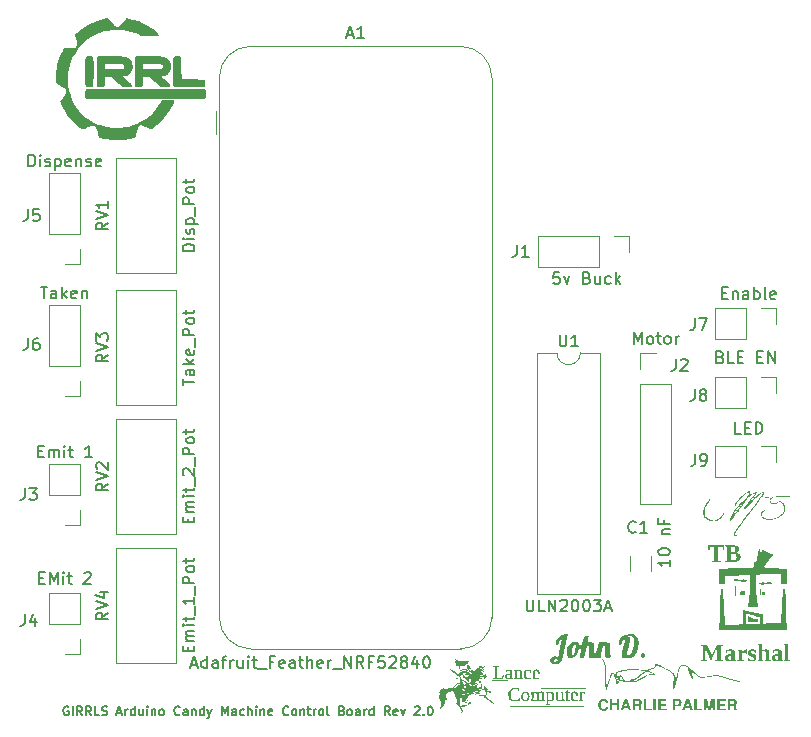
<source format=gbr>
%TF.GenerationSoftware,KiCad,Pcbnew,7.0.10*%
%TF.CreationDate,2024-03-12T15:44:40-06:00*%
%TF.ProjectId,Candy_Machine_rev2,43616e64-795f-44d6-9163-68696e655f72,rev?*%
%TF.SameCoordinates,Original*%
%TF.FileFunction,Legend,Top*%
%TF.FilePolarity,Positive*%
%FSLAX46Y46*%
G04 Gerber Fmt 4.6, Leading zero omitted, Abs format (unit mm)*
G04 Created by KiCad (PCBNEW 7.0.10) date 2024-03-12 15:44:40*
%MOMM*%
%LPD*%
G01*
G04 APERTURE LIST*
%ADD10C,0.127000*%
%ADD11C,0.300000*%
%ADD12C,0.190500*%
%ADD13C,0.150000*%
%ADD14C,0.120000*%
G04 APERTURE END LIST*
D10*
G36*
X163060567Y-125600318D02*
G01*
X163248790Y-125600318D01*
X163246783Y-125580503D01*
X163243956Y-125561216D01*
X163240324Y-125542464D01*
X163235901Y-125524253D01*
X163230701Y-125506591D01*
X163224738Y-125489484D01*
X163218027Y-125472938D01*
X163210582Y-125456960D01*
X163202417Y-125441557D01*
X163193546Y-125426735D01*
X163183984Y-125412501D01*
X163173745Y-125398861D01*
X163162843Y-125385822D01*
X163151292Y-125373391D01*
X163139107Y-125361574D01*
X163126302Y-125350378D01*
X163112891Y-125339810D01*
X163098888Y-125329875D01*
X163084307Y-125320581D01*
X163069164Y-125311935D01*
X163053472Y-125303942D01*
X163037245Y-125296609D01*
X163020497Y-125289944D01*
X163003244Y-125283952D01*
X162985498Y-125278640D01*
X162967275Y-125274015D01*
X162948588Y-125270084D01*
X162929452Y-125266853D01*
X162909882Y-125264328D01*
X162889890Y-125262516D01*
X162869492Y-125261424D01*
X162848702Y-125261059D01*
X162823612Y-125261623D01*
X162799133Y-125263305D01*
X162775278Y-125266090D01*
X162752059Y-125269964D01*
X162729489Y-125274913D01*
X162707579Y-125280923D01*
X162686341Y-125287978D01*
X162665788Y-125296064D01*
X162645932Y-125305167D01*
X162626784Y-125315272D01*
X162608358Y-125326365D01*
X162590664Y-125338432D01*
X162573716Y-125351457D01*
X162557525Y-125365427D01*
X162542103Y-125380327D01*
X162527462Y-125396143D01*
X162513615Y-125412860D01*
X162500574Y-125430463D01*
X162488350Y-125448939D01*
X162476956Y-125468272D01*
X162466404Y-125488449D01*
X162456707Y-125509454D01*
X162447875Y-125531274D01*
X162439921Y-125553894D01*
X162432858Y-125577299D01*
X162426698Y-125601475D01*
X162421452Y-125626408D01*
X162417133Y-125652083D01*
X162413752Y-125678485D01*
X162411322Y-125705601D01*
X162409856Y-125733415D01*
X162409364Y-125761914D01*
X162409852Y-125790183D01*
X162411306Y-125817780D01*
X162413715Y-125844691D01*
X162417066Y-125870902D01*
X162421347Y-125896397D01*
X162426545Y-125921161D01*
X162432649Y-125945180D01*
X162439645Y-125968439D01*
X162447523Y-125990922D01*
X162456268Y-126012616D01*
X162465870Y-126033505D01*
X162476315Y-126053575D01*
X162487591Y-126072810D01*
X162499687Y-126091196D01*
X162512589Y-126108718D01*
X162526286Y-126125361D01*
X162540764Y-126141110D01*
X162556013Y-126155951D01*
X162572019Y-126169868D01*
X162588770Y-126182848D01*
X162606254Y-126194874D01*
X162624459Y-126205932D01*
X162643371Y-126216007D01*
X162662980Y-126225085D01*
X162683272Y-126233151D01*
X162704236Y-126240189D01*
X162725858Y-126246185D01*
X162748127Y-126251124D01*
X162771030Y-126254991D01*
X162794556Y-126257772D01*
X162818691Y-126259451D01*
X162843423Y-126260015D01*
X162865527Y-126259612D01*
X162887155Y-126258412D01*
X162908296Y-126256425D01*
X162928936Y-126253661D01*
X162949063Y-126250131D01*
X162968665Y-126245846D01*
X162987729Y-126240816D01*
X163006242Y-126235052D01*
X163024192Y-126228564D01*
X163041566Y-126221364D01*
X163058352Y-126213461D01*
X163074537Y-126204866D01*
X163090108Y-126195590D01*
X163105053Y-126185643D01*
X163119360Y-126175036D01*
X163133016Y-126163780D01*
X163146008Y-126151885D01*
X163158323Y-126139362D01*
X163169950Y-126126221D01*
X163180875Y-126112473D01*
X163191086Y-126098128D01*
X163200571Y-126083198D01*
X163209317Y-126067692D01*
X163217311Y-126051621D01*
X163224540Y-126034997D01*
X163230993Y-126017829D01*
X163236656Y-126000128D01*
X163241518Y-125981904D01*
X163245564Y-125963169D01*
X163248784Y-125943933D01*
X163251164Y-125924206D01*
X163252692Y-125903999D01*
X163060567Y-125903999D01*
X163059278Y-125915208D01*
X163057606Y-125926109D01*
X163055555Y-125936698D01*
X163053130Y-125946972D01*
X163050335Y-125956929D01*
X163047172Y-125966565D01*
X163043647Y-125975877D01*
X163039762Y-125984861D01*
X163035522Y-125993516D01*
X163030930Y-126001837D01*
X163025990Y-126009822D01*
X163020707Y-126017468D01*
X163015083Y-126024770D01*
X163002831Y-126038336D01*
X162989265Y-126050493D01*
X162974414Y-126061218D01*
X162966517Y-126066035D01*
X162958310Y-126070485D01*
X162949798Y-126074564D01*
X162940983Y-126078269D01*
X162931871Y-126081598D01*
X162922465Y-126084546D01*
X162912768Y-126087112D01*
X162902784Y-126089291D01*
X162892518Y-126091082D01*
X162881973Y-126092479D01*
X162871153Y-126093482D01*
X162860061Y-126094085D01*
X162848702Y-126094287D01*
X162834579Y-126093929D01*
X162820831Y-126092860D01*
X162807463Y-126091087D01*
X162794481Y-126088616D01*
X162781890Y-126085455D01*
X162769693Y-126081611D01*
X162757896Y-126077090D01*
X162746504Y-126071900D01*
X162735520Y-126066047D01*
X162724951Y-126059540D01*
X162714800Y-126052383D01*
X162705073Y-126044586D01*
X162695774Y-126036153D01*
X162686908Y-126027094D01*
X162678480Y-126017413D01*
X162670494Y-126007119D01*
X162662955Y-125996219D01*
X162655868Y-125984719D01*
X162649238Y-125972626D01*
X162643070Y-125959948D01*
X162637367Y-125946691D01*
X162632136Y-125932863D01*
X162627380Y-125918469D01*
X162623105Y-125903518D01*
X162619315Y-125888016D01*
X162616014Y-125871971D01*
X162613209Y-125855388D01*
X162610903Y-125838276D01*
X162609101Y-125820641D01*
X162607808Y-125802490D01*
X162607029Y-125783830D01*
X162606768Y-125764668D01*
X162607041Y-125745228D01*
X162607855Y-125726293D01*
X162609205Y-125707870D01*
X162611085Y-125689967D01*
X162613490Y-125672591D01*
X162616412Y-125655750D01*
X162619848Y-125639450D01*
X162623790Y-125623699D01*
X162628233Y-125608505D01*
X162633171Y-125593874D01*
X162638599Y-125579815D01*
X162644510Y-125566334D01*
X162650899Y-125553439D01*
X162657760Y-125541138D01*
X162665088Y-125529437D01*
X162672875Y-125518344D01*
X162681118Y-125507866D01*
X162689809Y-125498011D01*
X162698943Y-125488786D01*
X162708514Y-125480199D01*
X162718517Y-125472256D01*
X162728945Y-125464965D01*
X162739793Y-125458334D01*
X162751055Y-125452369D01*
X162762725Y-125447079D01*
X162774798Y-125442470D01*
X162787267Y-125438550D01*
X162800127Y-125435326D01*
X162813372Y-125432806D01*
X162826996Y-125430997D01*
X162840994Y-125429906D01*
X162855359Y-125429541D01*
X162870398Y-125429894D01*
X162884670Y-125430929D01*
X162898195Y-125432611D01*
X162910996Y-125434902D01*
X162923093Y-125437767D01*
X162934507Y-125441170D01*
X162945259Y-125445075D01*
X162955370Y-125449446D01*
X162964862Y-125454247D01*
X162973755Y-125459441D01*
X162982070Y-125464993D01*
X162989829Y-125470866D01*
X162997053Y-125477025D01*
X163003762Y-125483433D01*
X163015721Y-125496853D01*
X163025875Y-125510839D01*
X163034393Y-125525100D01*
X163041443Y-125539350D01*
X163047193Y-125553299D01*
X163051812Y-125566658D01*
X163055469Y-125579141D01*
X163058331Y-125590457D01*
X163060567Y-125600318D01*
G37*
G36*
X163988136Y-125792902D02*
G01*
X163988136Y-126230634D01*
X164185311Y-126230634D01*
X164185311Y-125275749D01*
X163986759Y-125275749D01*
X163986759Y-125628322D01*
X163607789Y-125628322D01*
X163607789Y-125275749D01*
X163410385Y-125275749D01*
X163410385Y-126230634D01*
X163607789Y-126230634D01*
X163607789Y-125792902D01*
X163988136Y-125792902D01*
G37*
G36*
X165194366Y-126230634D02*
G01*
X164991683Y-126230634D01*
X164928559Y-126039657D01*
X164569330Y-126039657D01*
X164504829Y-126230634D01*
X164303523Y-126230634D01*
X164430365Y-125875306D01*
X164624649Y-125875306D01*
X164874617Y-125875306D01*
X164749518Y-125501387D01*
X164624649Y-125875306D01*
X164430365Y-125875306D01*
X164644389Y-125275749D01*
X164862681Y-125275749D01*
X165194366Y-126230634D01*
G37*
G36*
X165845204Y-125276191D02*
G01*
X165863230Y-125277490D01*
X165880384Y-125279610D01*
X165896687Y-125282515D01*
X165912156Y-125286168D01*
X165926811Y-125290532D01*
X165940671Y-125295572D01*
X165953754Y-125301250D01*
X165966080Y-125307530D01*
X165977669Y-125314375D01*
X165988537Y-125321749D01*
X165998706Y-125329615D01*
X166008194Y-125337937D01*
X166017019Y-125346677D01*
X166025201Y-125355801D01*
X166032759Y-125365270D01*
X166039711Y-125375048D01*
X166046078Y-125385100D01*
X166051877Y-125395387D01*
X166057128Y-125405874D01*
X166061849Y-125416524D01*
X166066060Y-125427301D01*
X166069781Y-125438168D01*
X166073028Y-125449088D01*
X166075823Y-125460024D01*
X166078183Y-125470941D01*
X166080129Y-125481802D01*
X166081677Y-125492570D01*
X166082849Y-125503208D01*
X166083662Y-125513681D01*
X166084136Y-125523951D01*
X166084290Y-125533981D01*
X166084132Y-125544693D01*
X166083658Y-125555181D01*
X166082868Y-125565446D01*
X166081762Y-125575488D01*
X166080339Y-125585308D01*
X166078601Y-125594906D01*
X166076547Y-125604284D01*
X166074176Y-125613441D01*
X166071490Y-125622379D01*
X166068487Y-125631098D01*
X166061534Y-125647882D01*
X166053316Y-125663797D01*
X166043834Y-125678849D01*
X166033088Y-125693044D01*
X166021077Y-125706385D01*
X166007803Y-125718878D01*
X166000691Y-125724808D01*
X165993264Y-125730528D01*
X165985520Y-125736039D01*
X165977460Y-125741340D01*
X165969085Y-125746434D01*
X165960393Y-125751320D01*
X165951385Y-125755999D01*
X165942061Y-125760471D01*
X165932421Y-125764738D01*
X165922465Y-125768800D01*
X165933595Y-125773622D01*
X165944061Y-125778271D01*
X165953884Y-125782803D01*
X165963085Y-125787273D01*
X165971686Y-125791739D01*
X165979709Y-125796257D01*
X165994103Y-125805674D01*
X166006439Y-125815974D01*
X166016889Y-125827608D01*
X166025624Y-125841029D01*
X166032816Y-125856685D01*
X166035887Y-125865493D01*
X166038636Y-125875029D01*
X166041085Y-125885349D01*
X166043256Y-125896511D01*
X166045169Y-125908569D01*
X166046846Y-125921581D01*
X166048309Y-125935604D01*
X166049580Y-125950692D01*
X166050678Y-125966903D01*
X166051627Y-125984294D01*
X166052447Y-126002920D01*
X166053160Y-126022837D01*
X166053787Y-126044103D01*
X166054350Y-126066773D01*
X166054870Y-126090904D01*
X166055368Y-126116552D01*
X166055688Y-126127796D01*
X166056668Y-126137961D01*
X166058339Y-126147145D01*
X166061694Y-126158031D01*
X166066404Y-126167573D01*
X166072541Y-126175999D01*
X166080179Y-126183538D01*
X166089390Y-126190418D01*
X166097374Y-126195284D01*
X166097374Y-126230634D01*
X165885509Y-126230634D01*
X165883242Y-126226398D01*
X165877100Y-126214139D01*
X165871892Y-126202255D01*
X165867550Y-126190365D01*
X165864002Y-126178088D01*
X165861178Y-126165043D01*
X165859663Y-126155730D01*
X165858417Y-126145794D01*
X165857420Y-126135120D01*
X165856652Y-126123596D01*
X165856090Y-126111110D01*
X165855715Y-126097547D01*
X165855505Y-126082796D01*
X165855439Y-126066742D01*
X165855447Y-126060348D01*
X165855502Y-126048886D01*
X165855605Y-126039034D01*
X165855834Y-126026849D01*
X165856129Y-126017197D01*
X165856584Y-126007141D01*
X165857165Y-125996914D01*
X165857655Y-125986474D01*
X165857902Y-125975937D01*
X165857964Y-125965745D01*
X165857531Y-125951300D01*
X165856219Y-125937909D01*
X165854011Y-125925555D01*
X165850888Y-125914221D01*
X165846833Y-125903890D01*
X165841829Y-125894546D01*
X165835857Y-125886171D01*
X165828899Y-125878750D01*
X165820938Y-125872264D01*
X165811956Y-125866698D01*
X165801934Y-125862034D01*
X165790856Y-125858256D01*
X165778704Y-125855347D01*
X165765459Y-125853290D01*
X165751103Y-125852068D01*
X165735620Y-125851664D01*
X165509294Y-125851664D01*
X165509294Y-126230634D01*
X165311890Y-126230634D01*
X165311890Y-125440329D01*
X165509294Y-125440329D01*
X165509294Y-125687084D01*
X165747556Y-125687084D01*
X165762549Y-125686884D01*
X165776938Y-125686207D01*
X165790673Y-125684936D01*
X165803703Y-125682952D01*
X165815979Y-125680141D01*
X165827450Y-125676384D01*
X165838067Y-125671564D01*
X165847779Y-125665565D01*
X165856535Y-125658269D01*
X165864287Y-125649560D01*
X165870984Y-125639320D01*
X165876575Y-125627433D01*
X165881011Y-125613781D01*
X165884242Y-125598247D01*
X165886217Y-125580715D01*
X165886718Y-125571163D01*
X165886886Y-125561067D01*
X165886232Y-125542386D01*
X165884298Y-125525696D01*
X165881129Y-125510886D01*
X165876769Y-125497850D01*
X165871261Y-125486480D01*
X165864650Y-125476666D01*
X165856980Y-125468300D01*
X165848295Y-125461275D01*
X165838639Y-125455481D01*
X165828056Y-125450812D01*
X165816590Y-125447158D01*
X165804284Y-125444411D01*
X165791185Y-125442463D01*
X165777334Y-125441205D01*
X165762776Y-125440530D01*
X165747556Y-125440329D01*
X165509294Y-125440329D01*
X165311890Y-125440329D01*
X165311890Y-125275749D01*
X165826288Y-125275749D01*
X165845204Y-125276191D01*
G37*
G36*
X166458669Y-125275749D02*
G01*
X166261265Y-125275749D01*
X166261265Y-126230634D01*
X166917977Y-126230634D01*
X166917977Y-126066283D01*
X166458669Y-126066283D01*
X166458669Y-125275749D01*
G37*
G36*
X167273075Y-125275749D02*
G01*
X167075671Y-125275749D01*
X167075671Y-126230634D01*
X167273075Y-126230634D01*
X167273075Y-125275749D01*
G37*
G36*
X167680737Y-125819299D02*
G01*
X168140045Y-125819299D01*
X168140045Y-125654949D01*
X167680737Y-125654949D01*
X167680737Y-125440329D01*
X168176772Y-125440329D01*
X168176772Y-125275749D01*
X167483333Y-125275749D01*
X167483333Y-126230634D01*
X168200414Y-126230634D01*
X168200414Y-126066283D01*
X167680737Y-126066283D01*
X167680737Y-125819299D01*
G37*
G36*
X169165971Y-125276058D02*
G01*
X169183914Y-125276980D01*
X169201318Y-125278512D01*
X169218181Y-125280652D01*
X169234499Y-125283395D01*
X169250269Y-125286739D01*
X169265487Y-125290680D01*
X169280150Y-125295214D01*
X169294254Y-125300338D01*
X169307797Y-125306049D01*
X169320774Y-125312343D01*
X169333183Y-125319217D01*
X169345019Y-125326668D01*
X169356280Y-125334691D01*
X169366962Y-125343285D01*
X169377062Y-125352444D01*
X169386576Y-125362167D01*
X169395501Y-125372449D01*
X169403833Y-125383287D01*
X169411570Y-125394677D01*
X169418707Y-125406617D01*
X169425241Y-125419103D01*
X169431169Y-125432131D01*
X169436488Y-125445698D01*
X169441193Y-125459801D01*
X169445283Y-125474436D01*
X169448752Y-125489600D01*
X169451598Y-125505289D01*
X169453818Y-125521501D01*
X169455408Y-125538231D01*
X169456364Y-125555476D01*
X169456684Y-125573233D01*
X169456354Y-125591275D01*
X169455370Y-125608898D01*
X169453741Y-125626092D01*
X169451477Y-125642848D01*
X169448586Y-125659154D01*
X169445078Y-125675000D01*
X169440962Y-125690377D01*
X169436247Y-125705275D01*
X169430943Y-125719683D01*
X169425057Y-125733592D01*
X169418601Y-125746991D01*
X169411582Y-125759870D01*
X169404010Y-125772219D01*
X169395894Y-125784028D01*
X169387243Y-125795287D01*
X169378066Y-125805986D01*
X169368373Y-125816114D01*
X169358173Y-125825662D01*
X169347475Y-125834620D01*
X169336287Y-125842977D01*
X169324620Y-125850724D01*
X169312482Y-125857850D01*
X169299883Y-125864345D01*
X169286832Y-125870199D01*
X169273337Y-125875403D01*
X169259408Y-125879945D01*
X169245054Y-125883816D01*
X169230285Y-125887006D01*
X169215109Y-125889504D01*
X169199536Y-125891302D01*
X169183575Y-125892387D01*
X169167234Y-125892751D01*
X168921168Y-125892751D01*
X168921168Y-126230634D01*
X168723764Y-126230634D01*
X168723764Y-125440329D01*
X168921168Y-125440329D01*
X168921168Y-125728401D01*
X169105259Y-125728401D01*
X169114970Y-125728266D01*
X169124351Y-125727859D01*
X169142126Y-125726229D01*
X169158596Y-125723502D01*
X169173773Y-125719672D01*
X169187667Y-125714730D01*
X169200292Y-125708671D01*
X169211659Y-125701485D01*
X169221779Y-125693167D01*
X169230664Y-125683708D01*
X169238327Y-125673101D01*
X169244778Y-125661339D01*
X169250030Y-125648414D01*
X169254094Y-125634319D01*
X169256983Y-125619046D01*
X169258707Y-125602589D01*
X169259280Y-125584939D01*
X169258707Y-125567087D01*
X169256983Y-125550453D01*
X169254094Y-125535027D01*
X169250030Y-125520801D01*
X169244778Y-125507765D01*
X169238327Y-125495910D01*
X169230664Y-125485227D01*
X169221779Y-125475707D01*
X169211659Y-125467341D01*
X169200292Y-125460120D01*
X169187667Y-125454035D01*
X169173773Y-125449077D01*
X169158596Y-125445236D01*
X169142126Y-125442504D01*
X169124351Y-125440871D01*
X169114970Y-125440465D01*
X169105259Y-125440329D01*
X168921168Y-125440329D01*
X168723764Y-125440329D01*
X168723764Y-125275749D01*
X169147494Y-125275749D01*
X169165971Y-125276058D01*
G37*
G36*
X170413174Y-126230634D02*
G01*
X170210491Y-126230634D01*
X170147368Y-126039657D01*
X169788138Y-126039657D01*
X169723638Y-126230634D01*
X169522332Y-126230634D01*
X169649174Y-125875306D01*
X169843457Y-125875306D01*
X170093426Y-125875306D01*
X169968327Y-125501387D01*
X169843457Y-125875306D01*
X169649174Y-125875306D01*
X169863198Y-125275749D01*
X170081490Y-125275749D01*
X170413174Y-126230634D01*
G37*
G36*
X170728102Y-125275749D02*
G01*
X170530699Y-125275749D01*
X170530699Y-126230634D01*
X171187411Y-126230634D01*
X171187411Y-126066283D01*
X170728102Y-126066283D01*
X170728102Y-125275749D01*
G37*
G36*
X171542508Y-125486696D02*
G01*
X171714892Y-126230634D01*
X171912296Y-126230634D01*
X172081926Y-125486696D01*
X172081926Y-126230634D01*
X172279330Y-126230634D01*
X172279330Y-125275749D01*
X171982076Y-125275749D01*
X171813594Y-126035525D01*
X171639833Y-125275749D01*
X171345104Y-125275749D01*
X171345104Y-126230634D01*
X171542508Y-126230634D01*
X171542508Y-125486696D01*
G37*
G36*
X172686533Y-125819299D02*
G01*
X173145841Y-125819299D01*
X173145841Y-125654949D01*
X172686533Y-125654949D01*
X172686533Y-125440329D01*
X173182568Y-125440329D01*
X173182568Y-125275749D01*
X172489129Y-125275749D01*
X172489129Y-126230634D01*
X173206210Y-126230634D01*
X173206210Y-126066283D01*
X172686533Y-126066283D01*
X172686533Y-125819299D01*
G37*
G36*
X173897447Y-125276191D02*
G01*
X173915473Y-125277490D01*
X173932627Y-125279610D01*
X173948930Y-125282515D01*
X173964399Y-125286168D01*
X173979054Y-125290532D01*
X173992914Y-125295572D01*
X174005997Y-125301250D01*
X174018324Y-125307530D01*
X174029912Y-125314375D01*
X174040781Y-125321749D01*
X174050949Y-125329615D01*
X174060437Y-125337937D01*
X174069262Y-125346677D01*
X174077444Y-125355801D01*
X174085002Y-125365270D01*
X174091954Y-125375048D01*
X174098321Y-125385100D01*
X174104120Y-125395387D01*
X174109371Y-125405874D01*
X174114092Y-125416524D01*
X174118304Y-125427301D01*
X174122024Y-125438168D01*
X174125272Y-125449088D01*
X174128066Y-125460024D01*
X174130427Y-125470941D01*
X174132372Y-125481802D01*
X174133921Y-125492570D01*
X174135092Y-125503208D01*
X174135906Y-125513681D01*
X174136380Y-125523951D01*
X174136533Y-125533981D01*
X174136375Y-125544693D01*
X174135901Y-125555181D01*
X174135111Y-125565446D01*
X174134005Y-125575488D01*
X174132583Y-125585308D01*
X174130844Y-125594906D01*
X174128790Y-125604284D01*
X174126419Y-125613441D01*
X174123733Y-125622379D01*
X174120730Y-125631098D01*
X174113777Y-125647882D01*
X174105559Y-125663797D01*
X174096077Y-125678849D01*
X174085331Y-125693044D01*
X174073320Y-125706385D01*
X174060046Y-125718878D01*
X174052934Y-125724808D01*
X174045507Y-125730528D01*
X174037763Y-125736039D01*
X174029703Y-125741340D01*
X174021328Y-125746434D01*
X174012636Y-125751320D01*
X174003628Y-125755999D01*
X173994304Y-125760471D01*
X173984664Y-125764738D01*
X173974708Y-125768800D01*
X173985839Y-125773622D01*
X173996304Y-125778271D01*
X174006127Y-125782803D01*
X174015329Y-125787273D01*
X174023930Y-125791739D01*
X174031952Y-125796257D01*
X174046346Y-125805674D01*
X174058682Y-125815974D01*
X174069132Y-125827608D01*
X174077867Y-125841029D01*
X174085059Y-125856685D01*
X174088130Y-125865493D01*
X174090879Y-125875029D01*
X174093328Y-125885349D01*
X174095499Y-125896511D01*
X174097412Y-125908569D01*
X174099089Y-125921581D01*
X174100553Y-125935604D01*
X174101823Y-125950692D01*
X174102921Y-125966903D01*
X174103870Y-125984294D01*
X174104690Y-126002920D01*
X174105403Y-126022837D01*
X174106030Y-126044103D01*
X174106593Y-126066773D01*
X174107113Y-126090904D01*
X174107611Y-126116552D01*
X174107931Y-126127796D01*
X174108911Y-126137961D01*
X174110582Y-126147145D01*
X174113937Y-126158031D01*
X174118647Y-126167573D01*
X174124784Y-126175999D01*
X174132422Y-126183538D01*
X174141633Y-126190418D01*
X174149617Y-126195284D01*
X174149617Y-126230634D01*
X173937752Y-126230634D01*
X173935485Y-126226398D01*
X173929343Y-126214139D01*
X173924136Y-126202255D01*
X173919793Y-126190365D01*
X173916245Y-126178088D01*
X173913421Y-126165043D01*
X173911906Y-126155730D01*
X173910660Y-126145794D01*
X173909664Y-126135120D01*
X173908895Y-126123596D01*
X173908333Y-126111110D01*
X173907958Y-126097547D01*
X173907748Y-126082796D01*
X173907683Y-126066742D01*
X173907690Y-126060348D01*
X173907745Y-126048886D01*
X173907848Y-126039034D01*
X173908077Y-126026849D01*
X173908373Y-126017197D01*
X173908827Y-126007141D01*
X173909409Y-125996914D01*
X173909898Y-125986474D01*
X173910145Y-125975937D01*
X173910208Y-125965745D01*
X173909774Y-125951300D01*
X173908462Y-125937909D01*
X173906254Y-125925555D01*
X173903131Y-125914221D01*
X173899077Y-125903890D01*
X173894072Y-125894546D01*
X173888100Y-125886171D01*
X173881142Y-125878750D01*
X173873181Y-125872264D01*
X173864199Y-125866698D01*
X173854178Y-125862034D01*
X173843100Y-125858256D01*
X173830947Y-125855347D01*
X173817702Y-125853290D01*
X173803346Y-125852068D01*
X173787863Y-125851664D01*
X173561537Y-125851664D01*
X173561537Y-126230634D01*
X173364133Y-126230634D01*
X173364133Y-125440329D01*
X173561537Y-125440329D01*
X173561537Y-125687084D01*
X173799799Y-125687084D01*
X173814792Y-125686884D01*
X173829181Y-125686207D01*
X173842916Y-125684936D01*
X173855947Y-125682952D01*
X173868222Y-125680141D01*
X173879694Y-125676384D01*
X173890310Y-125671564D01*
X173900022Y-125665565D01*
X173908778Y-125658269D01*
X173916530Y-125649560D01*
X173923227Y-125639320D01*
X173928818Y-125627433D01*
X173933254Y-125613781D01*
X173936485Y-125598247D01*
X173938460Y-125580715D01*
X173938961Y-125571163D01*
X173939129Y-125561067D01*
X173938475Y-125542386D01*
X173936541Y-125525696D01*
X173933372Y-125510886D01*
X173929012Y-125497850D01*
X173923504Y-125486480D01*
X173916893Y-125476666D01*
X173909223Y-125468300D01*
X173900538Y-125461275D01*
X173890882Y-125455481D01*
X173880299Y-125450812D01*
X173868833Y-125447158D01*
X173856528Y-125444411D01*
X173843428Y-125442463D01*
X173829577Y-125441205D01*
X173815019Y-125440530D01*
X173799799Y-125440329D01*
X173561537Y-125440329D01*
X173364133Y-125440329D01*
X173364133Y-125275749D01*
X173878531Y-125275749D01*
X173897447Y-125276191D01*
G37*
D11*
G36*
X171977949Y-122046000D02*
G01*
X171921163Y-122046000D01*
X171411184Y-120876931D01*
X171411184Y-121943051D01*
X171596564Y-121970895D01*
X171596564Y-122046000D01*
X171104903Y-122046000D01*
X171104903Y-121970895D01*
X171282224Y-121943051D01*
X171282224Y-120764457D01*
X171104903Y-120737713D01*
X171104903Y-120662608D01*
X171648221Y-120662608D01*
X172042796Y-121572657D01*
X172445796Y-120662608D01*
X173000106Y-120662608D01*
X173000106Y-120737713D01*
X172822785Y-120764457D01*
X172822785Y-121943051D01*
X173000106Y-121970895D01*
X173000106Y-122046000D01*
X172312806Y-122046000D01*
X172312806Y-121970895D01*
X172498187Y-121943051D01*
X172498187Y-120876931D01*
X171977949Y-122046000D01*
G37*
G36*
X173635049Y-121061472D02*
G01*
X173656721Y-121062253D01*
X173677682Y-121063553D01*
X173697932Y-121065374D01*
X173717472Y-121067715D01*
X173736302Y-121070576D01*
X173754421Y-121073957D01*
X173771829Y-121077859D01*
X173788527Y-121082281D01*
X173804514Y-121087223D01*
X173819791Y-121092685D01*
X173834357Y-121098667D01*
X173848213Y-121105170D01*
X173861358Y-121112193D01*
X173885516Y-121127799D01*
X173906833Y-121145486D01*
X173925307Y-121165254D01*
X173940939Y-121187103D01*
X173953729Y-121211032D01*
X173963677Y-121237043D01*
X173970782Y-121265134D01*
X173973269Y-121279960D01*
X173975045Y-121295306D01*
X173976111Y-121311173D01*
X173976466Y-121327559D01*
X173976466Y-121953309D01*
X174073553Y-121977856D01*
X174073553Y-122046000D01*
X173717080Y-122046000D01*
X173694366Y-121974558D01*
X173679454Y-121984491D01*
X173664806Y-121993818D01*
X173650423Y-122002540D01*
X173636303Y-122010657D01*
X173622447Y-122018168D01*
X173608856Y-122025074D01*
X173595528Y-122031374D01*
X173578169Y-122038833D01*
X173561279Y-122045216D01*
X173548919Y-122049297D01*
X173532690Y-122054019D01*
X173516427Y-122058112D01*
X173500130Y-122061576D01*
X173483798Y-122064409D01*
X173467432Y-122066613D01*
X173451031Y-122068187D01*
X173434596Y-122069132D01*
X173418127Y-122069447D01*
X173399689Y-122069171D01*
X173381837Y-122068343D01*
X173364570Y-122066964D01*
X173347888Y-122065033D01*
X173331792Y-122062551D01*
X173316281Y-122059516D01*
X173301355Y-122055930D01*
X173287015Y-122051793D01*
X173260090Y-122041862D01*
X173235506Y-122029725D01*
X173213264Y-122015381D01*
X173193363Y-121998830D01*
X173175803Y-121980073D01*
X173160585Y-121959108D01*
X173147707Y-121935937D01*
X173137172Y-121910559D01*
X173128977Y-121882975D01*
X173125758Y-121868355D01*
X173123124Y-121853183D01*
X173121075Y-121837460D01*
X173119612Y-121821185D01*
X173118734Y-121804358D01*
X173118441Y-121786980D01*
X173118572Y-121780385D01*
X173415196Y-121780385D01*
X173415467Y-121795861D01*
X173416278Y-121810550D01*
X173418202Y-121828914D01*
X173421087Y-121845882D01*
X173424934Y-121861452D01*
X173429742Y-121875626D01*
X173437105Y-121891379D01*
X173445971Y-121904949D01*
X173456150Y-121916454D01*
X173469545Y-121927685D01*
X173484228Y-121936108D01*
X173500199Y-121941724D01*
X173517458Y-121944532D01*
X173526571Y-121944883D01*
X173544260Y-121944339D01*
X173562337Y-121942708D01*
X173580804Y-121939989D01*
X173599661Y-121936182D01*
X173614058Y-121932613D01*
X173628675Y-121928432D01*
X173643511Y-121923640D01*
X173658565Y-121918236D01*
X173673839Y-121912220D01*
X173678979Y-121910078D01*
X173678979Y-121574855D01*
X173592517Y-121577786D01*
X173574301Y-121578918D01*
X173557161Y-121580804D01*
X173541096Y-121583443D01*
X173526107Y-121586836D01*
X173507795Y-121592532D01*
X173491394Y-121599567D01*
X173476906Y-121607942D01*
X173464329Y-121617657D01*
X173453665Y-121628711D01*
X173444649Y-121641339D01*
X173436835Y-121655776D01*
X173430223Y-121672022D01*
X173424813Y-121690077D01*
X173421545Y-121704805D01*
X173418953Y-121720551D01*
X173417037Y-121737314D01*
X173415797Y-121755095D01*
X173415234Y-121773893D01*
X173415196Y-121780385D01*
X173118572Y-121780385D01*
X173118831Y-121767298D01*
X173120000Y-121748370D01*
X173121948Y-121730195D01*
X173124675Y-121712774D01*
X173128182Y-121696106D01*
X173132468Y-121680192D01*
X173137533Y-121665031D01*
X173143377Y-121650624D01*
X173150000Y-121636970D01*
X173157403Y-121624070D01*
X173162771Y-121615888D01*
X173174466Y-121600380D01*
X173187386Y-121585915D01*
X173201532Y-121572491D01*
X173212944Y-121563107D01*
X173225046Y-121554309D01*
X173237837Y-121546097D01*
X173251317Y-121538470D01*
X173265486Y-121531431D01*
X173280344Y-121524977D01*
X173290632Y-121521000D01*
X173307135Y-121515464D01*
X173325318Y-121510399D01*
X173345182Y-121505804D01*
X173366727Y-121501680D01*
X173382025Y-121499191D01*
X173398069Y-121496911D01*
X173414860Y-121494840D01*
X173432398Y-121492978D01*
X173450684Y-121491325D01*
X173469716Y-121489881D01*
X173489495Y-121488646D01*
X173510022Y-121487620D01*
X173531295Y-121486803D01*
X173553316Y-121486195D01*
X173678979Y-121483264D01*
X173678979Y-121337817D01*
X173678419Y-121315946D01*
X173676740Y-121295485D01*
X173673942Y-121276436D01*
X173670026Y-121258797D01*
X173664989Y-121242570D01*
X173658834Y-121227754D01*
X173651560Y-121214348D01*
X173638550Y-121196886D01*
X173623022Y-121182599D01*
X173604976Y-121171487D01*
X173584412Y-121163550D01*
X173569304Y-121160022D01*
X173553077Y-121157905D01*
X173535730Y-121157200D01*
X173519335Y-121157702D01*
X173502573Y-121159209D01*
X173485443Y-121161721D01*
X173467947Y-121165237D01*
X173450084Y-121169758D01*
X173431853Y-121175283D01*
X173413255Y-121181813D01*
X173394291Y-121189348D01*
X173374959Y-121197888D01*
X173355260Y-121207432D01*
X173341923Y-121214353D01*
X173302722Y-121342580D01*
X173234579Y-121342580D01*
X173234579Y-121098948D01*
X173253718Y-121095907D01*
X173272211Y-121093012D01*
X173290057Y-121090262D01*
X173307256Y-121087659D01*
X173323808Y-121085202D01*
X173339714Y-121082891D01*
X173354972Y-121080726D01*
X173369584Y-121078706D01*
X173390289Y-121075951D01*
X173409538Y-121073524D01*
X173427331Y-121071426D01*
X173443670Y-121069656D01*
X173458552Y-121068214D01*
X173463190Y-121067807D01*
X173481554Y-121066261D01*
X173500010Y-121064922D01*
X173518557Y-121063788D01*
X173537196Y-121062861D01*
X173555926Y-121062140D01*
X173574748Y-121061625D01*
X173593661Y-121061315D01*
X173612667Y-121061212D01*
X173635049Y-121061472D01*
G37*
G36*
X174574739Y-121293121D02*
G01*
X174588569Y-121277915D01*
X174602217Y-121263257D01*
X174615680Y-121249144D01*
X174628961Y-121235579D01*
X174642059Y-121222560D01*
X174654973Y-121210088D01*
X174667704Y-121198162D01*
X174680252Y-121186784D01*
X174692617Y-121175952D01*
X174704799Y-121165666D01*
X174716797Y-121155928D01*
X174728612Y-121146735D01*
X174745992Y-121133972D01*
X174762959Y-121122440D01*
X174774041Y-121115434D01*
X174790461Y-121105744D01*
X174806611Y-121097007D01*
X174822489Y-121089223D01*
X174838098Y-121082393D01*
X174853436Y-121076515D01*
X174868503Y-121071591D01*
X174883300Y-121067619D01*
X174897827Y-121064601D01*
X174916775Y-121062060D01*
X174935242Y-121061212D01*
X174990929Y-121061212D01*
X174990929Y-121414754D01*
X174933043Y-121414754D01*
X174872227Y-121284695D01*
X174855741Y-121285141D01*
X174838705Y-121286481D01*
X174821119Y-121288713D01*
X174802984Y-121291839D01*
X174784300Y-121295857D01*
X174769925Y-121299457D01*
X174755242Y-121303559D01*
X174740250Y-121308164D01*
X174724949Y-121313271D01*
X174709666Y-121318647D01*
X174694732Y-121324197D01*
X174680145Y-121329922D01*
X174665907Y-121335820D01*
X174652016Y-121341891D01*
X174638472Y-121348137D01*
X174625277Y-121354557D01*
X174608224Y-121363387D01*
X174591789Y-121372526D01*
X174579868Y-121379583D01*
X174579868Y-121953309D01*
X174735207Y-121977856D01*
X174735207Y-122046000D01*
X174156351Y-122046000D01*
X174156351Y-121977856D01*
X174282014Y-121953309D01*
X174282014Y-121177350D01*
X174156351Y-121152803D01*
X174156351Y-121084660D01*
X174563382Y-121084660D01*
X174574739Y-121293121D01*
G37*
G36*
X175801327Y-121744115D02*
G01*
X175800938Y-121763869D01*
X175799770Y-121783013D01*
X175797823Y-121801547D01*
X175795099Y-121819472D01*
X175791595Y-121836787D01*
X175787313Y-121853492D01*
X175782253Y-121869588D01*
X175776414Y-121885074D01*
X175769797Y-121899950D01*
X175762401Y-121914217D01*
X175754226Y-121927874D01*
X175745273Y-121940922D01*
X175735542Y-121953359D01*
X175725031Y-121965188D01*
X175713743Y-121976406D01*
X175701676Y-121987015D01*
X175688913Y-121996997D01*
X175675446Y-122006335D01*
X175661275Y-122015029D01*
X175646400Y-122023079D01*
X175630821Y-122030485D01*
X175614538Y-122037247D01*
X175597551Y-122043365D01*
X175579860Y-122048839D01*
X175561464Y-122053669D01*
X175542364Y-122057855D01*
X175522561Y-122061397D01*
X175502053Y-122064295D01*
X175480841Y-122066549D01*
X175458925Y-122068159D01*
X175436305Y-122069125D01*
X175412981Y-122069447D01*
X175398139Y-122069295D01*
X175383013Y-122068841D01*
X175367604Y-122068085D01*
X175351912Y-122067025D01*
X175335937Y-122065663D01*
X175319678Y-122063999D01*
X175303136Y-122062031D01*
X175286310Y-122059761D01*
X175269201Y-122057188D01*
X175251809Y-122054313D01*
X175240057Y-122052228D01*
X175222805Y-122049055D01*
X175206358Y-122045856D01*
X175190717Y-122042632D01*
X175175880Y-122039382D01*
X175157350Y-122035009D01*
X175140251Y-122030589D01*
X175124583Y-122026124D01*
X175110347Y-122021613D01*
X175097541Y-122017057D01*
X175097541Y-121753274D01*
X175165685Y-121753274D01*
X175204886Y-121889196D01*
X175216660Y-121900129D01*
X175229544Y-121910491D01*
X175243536Y-121920279D01*
X175258638Y-121929496D01*
X175274849Y-121938140D01*
X175288616Y-121944643D01*
X175299408Y-121949279D01*
X175314183Y-121954947D01*
X175329015Y-121959858D01*
X175343904Y-121964014D01*
X175358850Y-121967414D01*
X175373854Y-121970059D01*
X175388915Y-121971948D01*
X175404033Y-121973082D01*
X175419209Y-121973459D01*
X175435568Y-121973124D01*
X175451121Y-121972120D01*
X175465870Y-121970445D01*
X175484283Y-121967171D01*
X175501264Y-121962706D01*
X175516815Y-121957050D01*
X175530934Y-121950204D01*
X175543622Y-121942167D01*
X175552199Y-121935357D01*
X175564864Y-121922941D01*
X175575383Y-121909504D01*
X175583755Y-121895048D01*
X175589980Y-121879573D01*
X175594059Y-121863077D01*
X175595991Y-121845562D01*
X175596163Y-121838271D01*
X175595125Y-121821194D01*
X175592013Y-121805227D01*
X175586825Y-121790368D01*
X175579562Y-121776619D01*
X175570224Y-121763978D01*
X175558811Y-121752447D01*
X175553665Y-121748145D01*
X175541569Y-121739559D01*
X175526348Y-121730651D01*
X175512880Y-121723761D01*
X175497655Y-121716690D01*
X175480672Y-121709438D01*
X175461930Y-121702006D01*
X175441431Y-121694394D01*
X175426788Y-121689219D01*
X175411363Y-121683964D01*
X175395157Y-121678629D01*
X175378170Y-121673214D01*
X175369383Y-121670476D01*
X175351039Y-121664574D01*
X175333377Y-121658409D01*
X175316395Y-121651980D01*
X175300095Y-121645289D01*
X175284476Y-121638333D01*
X175269538Y-121631115D01*
X175255281Y-121623633D01*
X175241705Y-121615888D01*
X175228811Y-121607879D01*
X175216598Y-121599608D01*
X175199556Y-121586706D01*
X175184046Y-121573212D01*
X175170069Y-121559126D01*
X175157625Y-121544447D01*
X175146494Y-121529146D01*
X175136459Y-121513196D01*
X175127518Y-121496594D01*
X175119672Y-121479343D01*
X175112920Y-121461441D01*
X175107264Y-121442888D01*
X175102702Y-121423685D01*
X175099235Y-121403832D01*
X175096863Y-121383328D01*
X175095586Y-121362173D01*
X175095343Y-121347709D01*
X175095725Y-121331568D01*
X175096871Y-121315841D01*
X175098782Y-121300530D01*
X175101457Y-121285633D01*
X175104895Y-121271152D01*
X175109099Y-121257086D01*
X175116836Y-121236764D01*
X175126293Y-121217377D01*
X175137470Y-121198923D01*
X175150366Y-121181403D01*
X175159919Y-121170241D01*
X175170236Y-121159495D01*
X175181317Y-121149164D01*
X175193162Y-121139248D01*
X175205656Y-121129798D01*
X175218590Y-121120958D01*
X175231965Y-121112728D01*
X175245781Y-121105107D01*
X175260038Y-121098096D01*
X175274735Y-121091695D01*
X175289874Y-121085903D01*
X175305453Y-121080721D01*
X175321473Y-121076149D01*
X175337933Y-121072186D01*
X175354835Y-121068833D01*
X175372177Y-121066090D01*
X175389960Y-121063956D01*
X175408184Y-121062432D01*
X175426848Y-121061517D01*
X175445953Y-121061212D01*
X175466453Y-121061476D01*
X175488247Y-121062268D01*
X175503496Y-121063090D01*
X175519319Y-121064146D01*
X175535718Y-121065437D01*
X175552693Y-121066963D01*
X175570243Y-121068723D01*
X175588368Y-121070718D01*
X175607068Y-121072947D01*
X175626343Y-121075412D01*
X175646194Y-121078111D01*
X175666621Y-121081045D01*
X175687622Y-121084213D01*
X175709199Y-121087616D01*
X175731351Y-121091254D01*
X175731351Y-121339283D01*
X175663207Y-121339283D01*
X175630235Y-121226076D01*
X175618119Y-121215197D01*
X175604303Y-121205090D01*
X175591491Y-121197259D01*
X175577498Y-121189964D01*
X175562325Y-121183205D01*
X175545971Y-121176983D01*
X175529275Y-121171495D01*
X175512848Y-121166937D01*
X175496689Y-121163309D01*
X175480798Y-121160612D01*
X175465176Y-121158844D01*
X175449822Y-121158007D01*
X175443755Y-121157933D01*
X175425769Y-121158402D01*
X175408996Y-121159810D01*
X175393437Y-121162157D01*
X175379092Y-121165443D01*
X175362867Y-121170870D01*
X175348538Y-121177765D01*
X175336105Y-121186126D01*
X175333846Y-121187974D01*
X175321769Y-121200013D01*
X175312190Y-121213597D01*
X175305111Y-121228727D01*
X175300530Y-121245402D01*
X175298621Y-121260479D01*
X175298309Y-121270040D01*
X175299391Y-121286510D01*
X175302638Y-121302032D01*
X175308049Y-121316607D01*
X175315625Y-121330232D01*
X175325366Y-121342910D01*
X175337271Y-121354640D01*
X175342639Y-121359066D01*
X175355187Y-121367865D01*
X175370666Y-121376858D01*
X175384198Y-121383731D01*
X175399379Y-121390713D01*
X175416209Y-121397804D01*
X175434688Y-121405005D01*
X175454815Y-121412316D01*
X175469149Y-121417250D01*
X175484216Y-121422233D01*
X175500015Y-121427265D01*
X175516547Y-121432345D01*
X175525088Y-121434904D01*
X175543567Y-121440787D01*
X175561358Y-121446897D01*
X175578463Y-121453232D01*
X175594881Y-121459794D01*
X175610611Y-121466582D01*
X175625655Y-121473595D01*
X175640012Y-121480835D01*
X175653682Y-121488301D01*
X175666665Y-121495994D01*
X175684852Y-121507956D01*
X175701493Y-121520427D01*
X175716588Y-121533407D01*
X175730138Y-121546895D01*
X175738312Y-121556170D01*
X175749574Y-121570584D01*
X175759727Y-121585661D01*
X175768773Y-121601402D01*
X175776712Y-121617806D01*
X175783542Y-121634873D01*
X175789265Y-121652603D01*
X175793881Y-121670997D01*
X175797388Y-121690054D01*
X175799788Y-121709774D01*
X175801081Y-121730158D01*
X175801327Y-121744115D01*
G37*
G36*
X176297018Y-121011020D02*
G01*
X176296920Y-121028354D01*
X176296628Y-121046466D01*
X176296142Y-121065357D01*
X176295649Y-121080036D01*
X176295047Y-121095153D01*
X176294335Y-121110707D01*
X176293514Y-121126700D01*
X176292584Y-121143131D01*
X176291544Y-121159999D01*
X176290789Y-121171488D01*
X176361864Y-121135584D01*
X176380065Y-121126578D01*
X176398031Y-121118153D01*
X176415763Y-121110309D01*
X176433259Y-121103047D01*
X176450521Y-121096365D01*
X176467549Y-121090264D01*
X176484341Y-121084744D01*
X176500899Y-121079805D01*
X176517223Y-121075448D01*
X176533311Y-121071671D01*
X176549165Y-121068475D01*
X176564784Y-121065861D01*
X176580169Y-121063827D01*
X176595318Y-121062374D01*
X176610233Y-121061503D01*
X176624914Y-121061212D01*
X176641390Y-121061488D01*
X176657344Y-121062316D01*
X176672775Y-121063695D01*
X176687682Y-121065626D01*
X176715928Y-121071143D01*
X176742082Y-121078867D01*
X176766143Y-121088797D01*
X176788112Y-121100934D01*
X176807988Y-121115278D01*
X176825773Y-121131829D01*
X176841465Y-121150587D01*
X176855065Y-121171551D01*
X176866572Y-121194722D01*
X176875988Y-121220100D01*
X176883311Y-121247685D01*
X176886188Y-121262304D01*
X176888541Y-121277476D01*
X176890372Y-121293199D01*
X176891680Y-121309474D01*
X176892464Y-121326301D01*
X176892726Y-121343679D01*
X176892726Y-121953309D01*
X176989446Y-121977856D01*
X176989446Y-122046000D01*
X176508410Y-122046000D01*
X176508410Y-121977856D01*
X176594872Y-121953309D01*
X176594872Y-121384346D01*
X176594550Y-121368672D01*
X176593584Y-121353661D01*
X176591294Y-121334679D01*
X176587859Y-121316876D01*
X176583280Y-121300252D01*
X176577555Y-121284808D01*
X176570686Y-121270542D01*
X176562672Y-121257456D01*
X176558235Y-121251355D01*
X176548590Y-121240107D01*
X176535164Y-121228155D01*
X176520218Y-121218547D01*
X176503751Y-121211283D01*
X176489483Y-121207158D01*
X176474242Y-121204533D01*
X176458027Y-121203409D01*
X176453822Y-121203362D01*
X176439121Y-121203664D01*
X176424421Y-121204572D01*
X176409720Y-121206086D01*
X176395020Y-121208205D01*
X176380320Y-121210929D01*
X176365619Y-121214258D01*
X176350919Y-121218193D01*
X176336219Y-121222733D01*
X176321518Y-121227879D01*
X176306818Y-121233630D01*
X176297018Y-121237800D01*
X176297018Y-121953309D01*
X176385678Y-121977856D01*
X176385678Y-122046000D01*
X175904642Y-122046000D01*
X175904642Y-121977856D01*
X175999163Y-121953309D01*
X175999163Y-120684956D01*
X175900245Y-120660410D01*
X175900245Y-120592266D01*
X176297018Y-120592266D01*
X176297018Y-121011020D01*
G37*
G36*
X177600576Y-121061472D02*
G01*
X177622247Y-121062253D01*
X177643208Y-121063553D01*
X177663459Y-121065374D01*
X177682999Y-121067715D01*
X177701829Y-121070576D01*
X177719947Y-121073957D01*
X177737356Y-121077859D01*
X177754054Y-121082281D01*
X177770041Y-121087223D01*
X177785318Y-121092685D01*
X177799884Y-121098667D01*
X177813740Y-121105170D01*
X177826885Y-121112193D01*
X177851043Y-121127799D01*
X177872360Y-121145486D01*
X177890834Y-121165254D01*
X177906466Y-121187103D01*
X177919256Y-121211032D01*
X177929203Y-121237043D01*
X177936309Y-121265134D01*
X177938796Y-121279960D01*
X177940572Y-121295306D01*
X177941638Y-121311173D01*
X177941993Y-121327559D01*
X177941993Y-121953309D01*
X178039080Y-121977856D01*
X178039080Y-122046000D01*
X177682607Y-122046000D01*
X177659893Y-121974558D01*
X177644981Y-121984491D01*
X177630333Y-121993818D01*
X177615949Y-122002540D01*
X177601830Y-122010657D01*
X177587974Y-122018168D01*
X177574382Y-122025074D01*
X177561055Y-122031374D01*
X177543696Y-122038833D01*
X177526806Y-122045216D01*
X177514446Y-122049297D01*
X177498217Y-122054019D01*
X177481954Y-122058112D01*
X177465657Y-122061576D01*
X177449325Y-122064409D01*
X177432959Y-122066613D01*
X177416558Y-122068187D01*
X177400123Y-122069132D01*
X177383654Y-122069447D01*
X177365216Y-122069171D01*
X177347364Y-122068343D01*
X177330097Y-122066964D01*
X177313415Y-122065033D01*
X177297319Y-122062551D01*
X177281808Y-122059516D01*
X177266882Y-122055930D01*
X177252541Y-122051793D01*
X177225617Y-122041862D01*
X177201033Y-122029725D01*
X177178791Y-122015381D01*
X177158890Y-121998830D01*
X177141330Y-121980073D01*
X177126111Y-121959108D01*
X177113234Y-121935937D01*
X177102698Y-121910559D01*
X177094504Y-121882975D01*
X177091285Y-121868355D01*
X177088651Y-121853183D01*
X177086602Y-121837460D01*
X177085139Y-121821185D01*
X177084261Y-121804358D01*
X177083968Y-121786980D01*
X177084099Y-121780385D01*
X177380723Y-121780385D01*
X177380994Y-121795861D01*
X177381805Y-121810550D01*
X177383728Y-121828914D01*
X177386614Y-121845882D01*
X177390460Y-121861452D01*
X177395269Y-121875626D01*
X177402632Y-121891379D01*
X177411498Y-121904949D01*
X177421677Y-121916454D01*
X177435072Y-121927685D01*
X177449755Y-121936108D01*
X177465726Y-121941724D01*
X177482985Y-121944532D01*
X177492098Y-121944883D01*
X177509786Y-121944339D01*
X177527864Y-121942708D01*
X177546331Y-121939989D01*
X177565188Y-121936182D01*
X177579585Y-121932613D01*
X177594202Y-121928432D01*
X177609038Y-121923640D01*
X177624092Y-121918236D01*
X177639366Y-121912220D01*
X177644505Y-121910078D01*
X177644505Y-121574855D01*
X177558043Y-121577786D01*
X177539828Y-121578918D01*
X177522688Y-121580804D01*
X177506623Y-121583443D01*
X177491634Y-121586836D01*
X177473322Y-121592532D01*
X177456921Y-121599567D01*
X177442433Y-121607942D01*
X177429856Y-121617657D01*
X177419191Y-121628711D01*
X177410175Y-121641339D01*
X177402362Y-121655776D01*
X177395750Y-121672022D01*
X177390340Y-121690077D01*
X177387072Y-121704805D01*
X177384480Y-121720551D01*
X177382564Y-121737314D01*
X177381324Y-121755095D01*
X177380761Y-121773893D01*
X177380723Y-121780385D01*
X177084099Y-121780385D01*
X177084358Y-121767298D01*
X177085527Y-121748370D01*
X177087475Y-121730195D01*
X177090202Y-121712774D01*
X177093709Y-121696106D01*
X177097994Y-121680192D01*
X177103059Y-121665031D01*
X177108904Y-121650624D01*
X177115527Y-121636970D01*
X177122930Y-121624070D01*
X177128298Y-121615888D01*
X177139993Y-121600380D01*
X177152913Y-121585915D01*
X177167058Y-121572491D01*
X177178471Y-121563107D01*
X177190573Y-121554309D01*
X177203364Y-121546097D01*
X177216844Y-121538470D01*
X177231013Y-121531431D01*
X177245871Y-121524977D01*
X177256159Y-121521000D01*
X177272662Y-121515464D01*
X177290845Y-121510399D01*
X177310709Y-121505804D01*
X177332254Y-121501680D01*
X177347551Y-121499191D01*
X177363596Y-121496911D01*
X177380387Y-121494840D01*
X177397925Y-121492978D01*
X177416210Y-121491325D01*
X177435243Y-121489881D01*
X177455022Y-121488646D01*
X177475549Y-121487620D01*
X177496822Y-121486803D01*
X177518842Y-121486195D01*
X177644505Y-121483264D01*
X177644505Y-121337817D01*
X177643946Y-121315946D01*
X177642267Y-121295485D01*
X177639469Y-121276436D01*
X177635552Y-121258797D01*
X177630516Y-121242570D01*
X177624361Y-121227754D01*
X177617087Y-121214348D01*
X177604077Y-121196886D01*
X177588549Y-121182599D01*
X177570503Y-121171487D01*
X177549939Y-121163550D01*
X177534831Y-121160022D01*
X177518603Y-121157905D01*
X177501257Y-121157200D01*
X177484862Y-121157702D01*
X177468100Y-121159209D01*
X177450970Y-121161721D01*
X177433474Y-121165237D01*
X177415610Y-121169758D01*
X177397380Y-121175283D01*
X177378782Y-121181813D01*
X177359817Y-121189348D01*
X177340486Y-121197888D01*
X177320787Y-121207432D01*
X177307450Y-121214353D01*
X177268249Y-121342580D01*
X177200106Y-121342580D01*
X177200106Y-121098948D01*
X177219245Y-121095907D01*
X177237738Y-121093012D01*
X177255584Y-121090262D01*
X177272783Y-121087659D01*
X177289335Y-121085202D01*
X177305241Y-121082891D01*
X177320499Y-121080726D01*
X177335111Y-121078706D01*
X177355815Y-121075951D01*
X177375065Y-121073524D01*
X177392858Y-121071426D01*
X177409197Y-121069656D01*
X177424079Y-121068214D01*
X177428717Y-121067807D01*
X177447081Y-121066261D01*
X177465536Y-121064922D01*
X177484084Y-121063788D01*
X177502722Y-121062861D01*
X177521453Y-121062140D01*
X177540275Y-121061625D01*
X177559188Y-121061315D01*
X177578193Y-121061212D01*
X177600576Y-121061472D01*
G37*
G36*
X178509125Y-121953309D02*
G01*
X178615371Y-121977856D01*
X178615371Y-122046000D01*
X178106491Y-122046000D01*
X178106491Y-121977856D01*
X178211271Y-121953309D01*
X178211271Y-120684956D01*
X178112353Y-120660410D01*
X178112353Y-120592266D01*
X178509125Y-120592266D01*
X178509125Y-121953309D01*
G37*
G36*
X172023469Y-113638600D02*
G01*
X172023469Y-113563495D01*
X172242921Y-113535651D01*
X172242921Y-112364385D01*
X172190531Y-112364385D01*
X172161586Y-112364465D01*
X172133733Y-112364705D01*
X172106974Y-112365106D01*
X172081309Y-112365667D01*
X172056737Y-112366388D01*
X172033258Y-112367270D01*
X172010873Y-112368312D01*
X171989580Y-112369514D01*
X171969382Y-112370876D01*
X171950276Y-112372399D01*
X171932264Y-112374082D01*
X171915346Y-112375925D01*
X171899521Y-112377929D01*
X171884789Y-112380092D01*
X171864741Y-112383639D01*
X171858605Y-112384901D01*
X171830762Y-112641722D01*
X171736972Y-112641722D01*
X171736972Y-112255208D01*
X173079697Y-112255208D01*
X173079697Y-112641722D01*
X172984809Y-112641722D01*
X172956965Y-112384901D01*
X172939491Y-112381562D01*
X172919081Y-112378551D01*
X172903842Y-112376726D01*
X172887299Y-112375048D01*
X172869450Y-112373515D01*
X172850296Y-112372128D01*
X172829837Y-112370888D01*
X172808073Y-112369793D01*
X172785003Y-112368844D01*
X172760628Y-112368041D01*
X172734949Y-112367384D01*
X172707964Y-112366873D01*
X172679673Y-112366508D01*
X172650078Y-112366289D01*
X172634791Y-112366235D01*
X172619177Y-112366216D01*
X172568619Y-112366216D01*
X172568619Y-113535651D01*
X172788071Y-113563495D01*
X172788071Y-113638600D01*
X172023469Y-113638600D01*
G37*
G36*
X173826550Y-112255279D02*
G01*
X173843324Y-112255493D01*
X173859815Y-112255849D01*
X173876024Y-112256347D01*
X173891952Y-112256988D01*
X173907598Y-112257771D01*
X173922961Y-112258697D01*
X173938043Y-112259765D01*
X173952843Y-112260975D01*
X173981597Y-112263823D01*
X174009223Y-112267240D01*
X174035721Y-112271228D01*
X174061092Y-112275784D01*
X174085335Y-112280910D01*
X174108450Y-112286606D01*
X174130438Y-112292872D01*
X174151298Y-112299707D01*
X174171030Y-112307111D01*
X174189634Y-112315085D01*
X174207111Y-112323629D01*
X174215427Y-112328115D01*
X174231265Y-112337534D01*
X174246081Y-112347658D01*
X174259875Y-112358486D01*
X174272648Y-112370017D01*
X174284399Y-112382253D01*
X174295128Y-112395194D01*
X174304835Y-112408838D01*
X174313521Y-112423186D01*
X174321184Y-112438238D01*
X174327826Y-112453995D01*
X174333446Y-112470456D01*
X174338044Y-112487620D01*
X174341620Y-112505489D01*
X174344175Y-112524062D01*
X174345708Y-112543339D01*
X174346219Y-112563320D01*
X174345917Y-112578440D01*
X174345011Y-112593299D01*
X174343501Y-112607898D01*
X174340104Y-112629308D01*
X174335348Y-112650132D01*
X174329233Y-112670369D01*
X174321760Y-112690021D01*
X174312927Y-112709086D01*
X174302736Y-112727566D01*
X174291186Y-112745460D01*
X174278277Y-112762767D01*
X174268916Y-112773980D01*
X174253961Y-112790000D01*
X174238085Y-112804952D01*
X174221289Y-112818834D01*
X174203571Y-112831648D01*
X174191248Y-112839596D01*
X174178515Y-112847069D01*
X174165373Y-112854068D01*
X174151822Y-112860591D01*
X174137862Y-112866638D01*
X174123492Y-112872211D01*
X174108713Y-112877309D01*
X174093525Y-112881931D01*
X174077927Y-112886079D01*
X174061920Y-112889751D01*
X174085642Y-112892484D01*
X174108631Y-112895739D01*
X174130888Y-112899514D01*
X174152412Y-112903810D01*
X174173203Y-112908627D01*
X174193262Y-112913965D01*
X174212587Y-112919824D01*
X174231180Y-112926204D01*
X174249040Y-112933105D01*
X174266168Y-112940527D01*
X174282563Y-112948469D01*
X174298225Y-112956933D01*
X174313154Y-112965917D01*
X174327351Y-112975423D01*
X174340815Y-112985449D01*
X174353546Y-112995997D01*
X174365524Y-113007000D01*
X174376730Y-113018488D01*
X174387163Y-113030459D01*
X174396823Y-113042914D01*
X174405710Y-113055853D01*
X174413824Y-113069275D01*
X174421166Y-113083181D01*
X174427735Y-113097571D01*
X174433531Y-113112445D01*
X174438554Y-113127802D01*
X174442804Y-113143643D01*
X174446282Y-113159967D01*
X174448987Y-113176776D01*
X174450919Y-113194068D01*
X174452078Y-113211844D01*
X174452464Y-113230103D01*
X174451885Y-113255182D01*
X174450146Y-113279494D01*
X174447248Y-113303038D01*
X174443191Y-113325816D01*
X174437974Y-113347826D01*
X174431599Y-113369070D01*
X174424064Y-113389546D01*
X174415370Y-113409255D01*
X174405517Y-113428198D01*
X174394504Y-113446373D01*
X174382333Y-113463781D01*
X174369002Y-113480422D01*
X174354512Y-113496296D01*
X174338863Y-113511402D01*
X174322054Y-113525742D01*
X174304087Y-113539315D01*
X174285036Y-113552092D01*
X174264977Y-113564044D01*
X174243911Y-113575173D01*
X174221838Y-113585477D01*
X174198757Y-113594956D01*
X174174669Y-113603612D01*
X174149573Y-113611443D01*
X174123469Y-113618449D01*
X174096358Y-113624632D01*
X174068240Y-113629990D01*
X174039114Y-113634524D01*
X174024173Y-113636481D01*
X174008980Y-113638233D01*
X173993536Y-113639779D01*
X173977839Y-113641118D01*
X173961891Y-113642252D01*
X173945691Y-113643179D01*
X173929239Y-113643900D01*
X173912535Y-113644416D01*
X173895579Y-113644725D01*
X173878371Y-113644828D01*
X173408326Y-113638600D01*
X173138682Y-113638600D01*
X173138682Y-113563495D01*
X173316735Y-113535651D01*
X173316735Y-112954597D01*
X173641334Y-112954597D01*
X173641334Y-113525027D01*
X173659635Y-113525781D01*
X173677444Y-113526486D01*
X173694760Y-113527143D01*
X173711584Y-113527751D01*
X173727916Y-113528311D01*
X173743755Y-113528822D01*
X173759103Y-113529284D01*
X173773958Y-113529698D01*
X173795317Y-113530227D01*
X173815569Y-113530647D01*
X173834713Y-113530957D01*
X173852749Y-113531157D01*
X173869677Y-113531249D01*
X173875074Y-113531255D01*
X173889898Y-113530964D01*
X173911220Y-113529439D01*
X173931448Y-113526607D01*
X173950582Y-113522467D01*
X173968620Y-113517020D01*
X173985564Y-113510265D01*
X174001413Y-113502203D01*
X174016167Y-113492834D01*
X174029826Y-113482158D01*
X174042390Y-113470174D01*
X174053860Y-113456883D01*
X174064270Y-113442255D01*
X174073656Y-113426263D01*
X174082019Y-113408905D01*
X174089357Y-113390182D01*
X174095672Y-113370093D01*
X174100962Y-113348639D01*
X174103920Y-113333578D01*
X174106423Y-113317911D01*
X174108471Y-113301636D01*
X174110064Y-113284755D01*
X174111202Y-113267266D01*
X174111884Y-113249171D01*
X174112112Y-113230470D01*
X174111844Y-113213301D01*
X174111041Y-113196690D01*
X174109703Y-113180637D01*
X174107830Y-113165142D01*
X174105421Y-113150206D01*
X174102478Y-113135828D01*
X174097058Y-113115306D01*
X174090435Y-113096041D01*
X174082607Y-113078032D01*
X174073575Y-113061278D01*
X174063339Y-113045780D01*
X174051898Y-113031538D01*
X174043602Y-113022741D01*
X174029990Y-113010563D01*
X174014845Y-112999583D01*
X173998168Y-112989801D01*
X173979957Y-112981216D01*
X173960215Y-112973829D01*
X173938939Y-112967641D01*
X173923904Y-112964180D01*
X173908187Y-112961252D01*
X173891790Y-112958856D01*
X173874711Y-112956993D01*
X173856951Y-112955662D01*
X173838509Y-112954864D01*
X173819387Y-112954597D01*
X173641334Y-112954597D01*
X173316735Y-112954597D01*
X173316735Y-112368415D01*
X173641334Y-112368415D01*
X173641334Y-112841391D01*
X173792642Y-112841391D01*
X173812810Y-112840892D01*
X173831961Y-112839394D01*
X173850093Y-112836899D01*
X173867209Y-112833405D01*
X173883307Y-112828913D01*
X173898387Y-112823423D01*
X173912450Y-112816935D01*
X173925495Y-112809448D01*
X173937523Y-112800964D01*
X173951977Y-112788098D01*
X173955308Y-112784604D01*
X173964736Y-112773265D01*
X173973237Y-112760540D01*
X173980810Y-112746431D01*
X173987456Y-112730938D01*
X173993175Y-112714060D01*
X173997966Y-112695797D01*
X174001830Y-112676149D01*
X174004767Y-112655118D01*
X174006210Y-112640327D01*
X174007240Y-112624921D01*
X174007858Y-112608900D01*
X174008064Y-112592263D01*
X174007607Y-112570652D01*
X174006235Y-112550193D01*
X174003949Y-112530887D01*
X174000749Y-112512733D01*
X173996633Y-112495733D01*
X173991604Y-112479885D01*
X173985660Y-112465190D01*
X173978801Y-112451648D01*
X173968234Y-112435385D01*
X173956041Y-112421171D01*
X173941981Y-112408806D01*
X173925816Y-112398090D01*
X173912309Y-112391135D01*
X173897617Y-112385107D01*
X173881740Y-112380007D01*
X173864679Y-112375833D01*
X173846432Y-112372588D01*
X173827000Y-112370269D01*
X173806384Y-112368878D01*
X173784582Y-112368415D01*
X173641334Y-112368415D01*
X173316735Y-112368415D01*
X173316735Y-112357057D01*
X173138682Y-112330313D01*
X173138682Y-112255208D01*
X173809495Y-112255208D01*
X173826550Y-112255279D01*
G37*
D12*
X117545899Y-125917125D02*
X117473328Y-125880839D01*
X117473328Y-125880839D02*
X117364470Y-125880839D01*
X117364470Y-125880839D02*
X117255613Y-125917125D01*
X117255613Y-125917125D02*
X117183042Y-125989696D01*
X117183042Y-125989696D02*
X117146756Y-126062268D01*
X117146756Y-126062268D02*
X117110470Y-126207411D01*
X117110470Y-126207411D02*
X117110470Y-126316268D01*
X117110470Y-126316268D02*
X117146756Y-126461411D01*
X117146756Y-126461411D02*
X117183042Y-126533982D01*
X117183042Y-126533982D02*
X117255613Y-126606554D01*
X117255613Y-126606554D02*
X117364470Y-126642839D01*
X117364470Y-126642839D02*
X117437042Y-126642839D01*
X117437042Y-126642839D02*
X117545899Y-126606554D01*
X117545899Y-126606554D02*
X117582185Y-126570268D01*
X117582185Y-126570268D02*
X117582185Y-126316268D01*
X117582185Y-126316268D02*
X117437042Y-126316268D01*
X117908756Y-126642839D02*
X117908756Y-125880839D01*
X118707042Y-126642839D02*
X118453042Y-126279982D01*
X118271613Y-126642839D02*
X118271613Y-125880839D01*
X118271613Y-125880839D02*
X118561899Y-125880839D01*
X118561899Y-125880839D02*
X118634470Y-125917125D01*
X118634470Y-125917125D02*
X118670756Y-125953411D01*
X118670756Y-125953411D02*
X118707042Y-126025982D01*
X118707042Y-126025982D02*
X118707042Y-126134839D01*
X118707042Y-126134839D02*
X118670756Y-126207411D01*
X118670756Y-126207411D02*
X118634470Y-126243696D01*
X118634470Y-126243696D02*
X118561899Y-126279982D01*
X118561899Y-126279982D02*
X118271613Y-126279982D01*
X119469042Y-126642839D02*
X119215042Y-126279982D01*
X119033613Y-126642839D02*
X119033613Y-125880839D01*
X119033613Y-125880839D02*
X119323899Y-125880839D01*
X119323899Y-125880839D02*
X119396470Y-125917125D01*
X119396470Y-125917125D02*
X119432756Y-125953411D01*
X119432756Y-125953411D02*
X119469042Y-126025982D01*
X119469042Y-126025982D02*
X119469042Y-126134839D01*
X119469042Y-126134839D02*
X119432756Y-126207411D01*
X119432756Y-126207411D02*
X119396470Y-126243696D01*
X119396470Y-126243696D02*
X119323899Y-126279982D01*
X119323899Y-126279982D02*
X119033613Y-126279982D01*
X120158470Y-126642839D02*
X119795613Y-126642839D01*
X119795613Y-126642839D02*
X119795613Y-125880839D01*
X120376184Y-126606554D02*
X120485042Y-126642839D01*
X120485042Y-126642839D02*
X120666470Y-126642839D01*
X120666470Y-126642839D02*
X120739042Y-126606554D01*
X120739042Y-126606554D02*
X120775327Y-126570268D01*
X120775327Y-126570268D02*
X120811613Y-126497696D01*
X120811613Y-126497696D02*
X120811613Y-126425125D01*
X120811613Y-126425125D02*
X120775327Y-126352554D01*
X120775327Y-126352554D02*
X120739042Y-126316268D01*
X120739042Y-126316268D02*
X120666470Y-126279982D01*
X120666470Y-126279982D02*
X120521327Y-126243696D01*
X120521327Y-126243696D02*
X120448756Y-126207411D01*
X120448756Y-126207411D02*
X120412470Y-126171125D01*
X120412470Y-126171125D02*
X120376184Y-126098554D01*
X120376184Y-126098554D02*
X120376184Y-126025982D01*
X120376184Y-126025982D02*
X120412470Y-125953411D01*
X120412470Y-125953411D02*
X120448756Y-125917125D01*
X120448756Y-125917125D02*
X120521327Y-125880839D01*
X120521327Y-125880839D02*
X120702756Y-125880839D01*
X120702756Y-125880839D02*
X120811613Y-125917125D01*
X121682469Y-126425125D02*
X122045327Y-126425125D01*
X121609898Y-126642839D02*
X121863898Y-125880839D01*
X121863898Y-125880839D02*
X122117898Y-126642839D01*
X122371898Y-126642839D02*
X122371898Y-126134839D01*
X122371898Y-126279982D02*
X122408184Y-126207411D01*
X122408184Y-126207411D02*
X122444470Y-126171125D01*
X122444470Y-126171125D02*
X122517041Y-126134839D01*
X122517041Y-126134839D02*
X122589612Y-126134839D01*
X123170184Y-126642839D02*
X123170184Y-125880839D01*
X123170184Y-126606554D02*
X123097612Y-126642839D01*
X123097612Y-126642839D02*
X122952469Y-126642839D01*
X122952469Y-126642839D02*
X122879898Y-126606554D01*
X122879898Y-126606554D02*
X122843612Y-126570268D01*
X122843612Y-126570268D02*
X122807326Y-126497696D01*
X122807326Y-126497696D02*
X122807326Y-126279982D01*
X122807326Y-126279982D02*
X122843612Y-126207411D01*
X122843612Y-126207411D02*
X122879898Y-126171125D01*
X122879898Y-126171125D02*
X122952469Y-126134839D01*
X122952469Y-126134839D02*
X123097612Y-126134839D01*
X123097612Y-126134839D02*
X123170184Y-126171125D01*
X123859613Y-126134839D02*
X123859613Y-126642839D01*
X123533041Y-126134839D02*
X123533041Y-126533982D01*
X123533041Y-126533982D02*
X123569327Y-126606554D01*
X123569327Y-126606554D02*
X123641898Y-126642839D01*
X123641898Y-126642839D02*
X123750755Y-126642839D01*
X123750755Y-126642839D02*
X123823327Y-126606554D01*
X123823327Y-126606554D02*
X123859613Y-126570268D01*
X124222470Y-126642839D02*
X124222470Y-126134839D01*
X124222470Y-125880839D02*
X124186184Y-125917125D01*
X124186184Y-125917125D02*
X124222470Y-125953411D01*
X124222470Y-125953411D02*
X124258756Y-125917125D01*
X124258756Y-125917125D02*
X124222470Y-125880839D01*
X124222470Y-125880839D02*
X124222470Y-125953411D01*
X124585327Y-126134839D02*
X124585327Y-126642839D01*
X124585327Y-126207411D02*
X124621613Y-126171125D01*
X124621613Y-126171125D02*
X124694184Y-126134839D01*
X124694184Y-126134839D02*
X124803041Y-126134839D01*
X124803041Y-126134839D02*
X124875613Y-126171125D01*
X124875613Y-126171125D02*
X124911899Y-126243696D01*
X124911899Y-126243696D02*
X124911899Y-126642839D01*
X125383613Y-126642839D02*
X125311042Y-126606554D01*
X125311042Y-126606554D02*
X125274756Y-126570268D01*
X125274756Y-126570268D02*
X125238470Y-126497696D01*
X125238470Y-126497696D02*
X125238470Y-126279982D01*
X125238470Y-126279982D02*
X125274756Y-126207411D01*
X125274756Y-126207411D02*
X125311042Y-126171125D01*
X125311042Y-126171125D02*
X125383613Y-126134839D01*
X125383613Y-126134839D02*
X125492470Y-126134839D01*
X125492470Y-126134839D02*
X125565042Y-126171125D01*
X125565042Y-126171125D02*
X125601328Y-126207411D01*
X125601328Y-126207411D02*
X125637613Y-126279982D01*
X125637613Y-126279982D02*
X125637613Y-126497696D01*
X125637613Y-126497696D02*
X125601328Y-126570268D01*
X125601328Y-126570268D02*
X125565042Y-126606554D01*
X125565042Y-126606554D02*
X125492470Y-126642839D01*
X125492470Y-126642839D02*
X125383613Y-126642839D01*
X126980185Y-126570268D02*
X126943899Y-126606554D01*
X126943899Y-126606554D02*
X126835042Y-126642839D01*
X126835042Y-126642839D02*
X126762470Y-126642839D01*
X126762470Y-126642839D02*
X126653613Y-126606554D01*
X126653613Y-126606554D02*
X126581042Y-126533982D01*
X126581042Y-126533982D02*
X126544756Y-126461411D01*
X126544756Y-126461411D02*
X126508470Y-126316268D01*
X126508470Y-126316268D02*
X126508470Y-126207411D01*
X126508470Y-126207411D02*
X126544756Y-126062268D01*
X126544756Y-126062268D02*
X126581042Y-125989696D01*
X126581042Y-125989696D02*
X126653613Y-125917125D01*
X126653613Y-125917125D02*
X126762470Y-125880839D01*
X126762470Y-125880839D02*
X126835042Y-125880839D01*
X126835042Y-125880839D02*
X126943899Y-125917125D01*
X126943899Y-125917125D02*
X126980185Y-125953411D01*
X127633328Y-126642839D02*
X127633328Y-126243696D01*
X127633328Y-126243696D02*
X127597042Y-126171125D01*
X127597042Y-126171125D02*
X127524470Y-126134839D01*
X127524470Y-126134839D02*
X127379328Y-126134839D01*
X127379328Y-126134839D02*
X127306756Y-126171125D01*
X127633328Y-126606554D02*
X127560756Y-126642839D01*
X127560756Y-126642839D02*
X127379328Y-126642839D01*
X127379328Y-126642839D02*
X127306756Y-126606554D01*
X127306756Y-126606554D02*
X127270470Y-126533982D01*
X127270470Y-126533982D02*
X127270470Y-126461411D01*
X127270470Y-126461411D02*
X127306756Y-126388839D01*
X127306756Y-126388839D02*
X127379328Y-126352554D01*
X127379328Y-126352554D02*
X127560756Y-126352554D01*
X127560756Y-126352554D02*
X127633328Y-126316268D01*
X127996185Y-126134839D02*
X127996185Y-126642839D01*
X127996185Y-126207411D02*
X128032471Y-126171125D01*
X128032471Y-126171125D02*
X128105042Y-126134839D01*
X128105042Y-126134839D02*
X128213899Y-126134839D01*
X128213899Y-126134839D02*
X128286471Y-126171125D01*
X128286471Y-126171125D02*
X128322757Y-126243696D01*
X128322757Y-126243696D02*
X128322757Y-126642839D01*
X129012186Y-126642839D02*
X129012186Y-125880839D01*
X129012186Y-126606554D02*
X128939614Y-126642839D01*
X128939614Y-126642839D02*
X128794471Y-126642839D01*
X128794471Y-126642839D02*
X128721900Y-126606554D01*
X128721900Y-126606554D02*
X128685614Y-126570268D01*
X128685614Y-126570268D02*
X128649328Y-126497696D01*
X128649328Y-126497696D02*
X128649328Y-126279982D01*
X128649328Y-126279982D02*
X128685614Y-126207411D01*
X128685614Y-126207411D02*
X128721900Y-126171125D01*
X128721900Y-126171125D02*
X128794471Y-126134839D01*
X128794471Y-126134839D02*
X128939614Y-126134839D01*
X128939614Y-126134839D02*
X129012186Y-126171125D01*
X129302472Y-126134839D02*
X129483900Y-126642839D01*
X129665329Y-126134839D02*
X129483900Y-126642839D01*
X129483900Y-126642839D02*
X129411329Y-126824268D01*
X129411329Y-126824268D02*
X129375043Y-126860554D01*
X129375043Y-126860554D02*
X129302472Y-126896839D01*
X130536185Y-126642839D02*
X130536185Y-125880839D01*
X130536185Y-125880839D02*
X130790185Y-126425125D01*
X130790185Y-126425125D02*
X131044185Y-125880839D01*
X131044185Y-125880839D02*
X131044185Y-126642839D01*
X131733614Y-126642839D02*
X131733614Y-126243696D01*
X131733614Y-126243696D02*
X131697328Y-126171125D01*
X131697328Y-126171125D02*
X131624756Y-126134839D01*
X131624756Y-126134839D02*
X131479614Y-126134839D01*
X131479614Y-126134839D02*
X131407042Y-126171125D01*
X131733614Y-126606554D02*
X131661042Y-126642839D01*
X131661042Y-126642839D02*
X131479614Y-126642839D01*
X131479614Y-126642839D02*
X131407042Y-126606554D01*
X131407042Y-126606554D02*
X131370756Y-126533982D01*
X131370756Y-126533982D02*
X131370756Y-126461411D01*
X131370756Y-126461411D02*
X131407042Y-126388839D01*
X131407042Y-126388839D02*
X131479614Y-126352554D01*
X131479614Y-126352554D02*
X131661042Y-126352554D01*
X131661042Y-126352554D02*
X131733614Y-126316268D01*
X132423043Y-126606554D02*
X132350471Y-126642839D01*
X132350471Y-126642839D02*
X132205328Y-126642839D01*
X132205328Y-126642839D02*
X132132757Y-126606554D01*
X132132757Y-126606554D02*
X132096471Y-126570268D01*
X132096471Y-126570268D02*
X132060185Y-126497696D01*
X132060185Y-126497696D02*
X132060185Y-126279982D01*
X132060185Y-126279982D02*
X132096471Y-126207411D01*
X132096471Y-126207411D02*
X132132757Y-126171125D01*
X132132757Y-126171125D02*
X132205328Y-126134839D01*
X132205328Y-126134839D02*
X132350471Y-126134839D01*
X132350471Y-126134839D02*
X132423043Y-126171125D01*
X132749614Y-126642839D02*
X132749614Y-125880839D01*
X133076186Y-126642839D02*
X133076186Y-126243696D01*
X133076186Y-126243696D02*
X133039900Y-126171125D01*
X133039900Y-126171125D02*
X132967328Y-126134839D01*
X132967328Y-126134839D02*
X132858471Y-126134839D01*
X132858471Y-126134839D02*
X132785900Y-126171125D01*
X132785900Y-126171125D02*
X132749614Y-126207411D01*
X133439043Y-126642839D02*
X133439043Y-126134839D01*
X133439043Y-125880839D02*
X133402757Y-125917125D01*
X133402757Y-125917125D02*
X133439043Y-125953411D01*
X133439043Y-125953411D02*
X133475329Y-125917125D01*
X133475329Y-125917125D02*
X133439043Y-125880839D01*
X133439043Y-125880839D02*
X133439043Y-125953411D01*
X133801900Y-126134839D02*
X133801900Y-126642839D01*
X133801900Y-126207411D02*
X133838186Y-126171125D01*
X133838186Y-126171125D02*
X133910757Y-126134839D01*
X133910757Y-126134839D02*
X134019614Y-126134839D01*
X134019614Y-126134839D02*
X134092186Y-126171125D01*
X134092186Y-126171125D02*
X134128472Y-126243696D01*
X134128472Y-126243696D02*
X134128472Y-126642839D01*
X134781615Y-126606554D02*
X134709043Y-126642839D01*
X134709043Y-126642839D02*
X134563901Y-126642839D01*
X134563901Y-126642839D02*
X134491329Y-126606554D01*
X134491329Y-126606554D02*
X134455043Y-126533982D01*
X134455043Y-126533982D02*
X134455043Y-126243696D01*
X134455043Y-126243696D02*
X134491329Y-126171125D01*
X134491329Y-126171125D02*
X134563901Y-126134839D01*
X134563901Y-126134839D02*
X134709043Y-126134839D01*
X134709043Y-126134839D02*
X134781615Y-126171125D01*
X134781615Y-126171125D02*
X134817901Y-126243696D01*
X134817901Y-126243696D02*
X134817901Y-126316268D01*
X134817901Y-126316268D02*
X134455043Y-126388839D01*
X136160472Y-126570268D02*
X136124186Y-126606554D01*
X136124186Y-126606554D02*
X136015329Y-126642839D01*
X136015329Y-126642839D02*
X135942757Y-126642839D01*
X135942757Y-126642839D02*
X135833900Y-126606554D01*
X135833900Y-126606554D02*
X135761329Y-126533982D01*
X135761329Y-126533982D02*
X135725043Y-126461411D01*
X135725043Y-126461411D02*
X135688757Y-126316268D01*
X135688757Y-126316268D02*
X135688757Y-126207411D01*
X135688757Y-126207411D02*
X135725043Y-126062268D01*
X135725043Y-126062268D02*
X135761329Y-125989696D01*
X135761329Y-125989696D02*
X135833900Y-125917125D01*
X135833900Y-125917125D02*
X135942757Y-125880839D01*
X135942757Y-125880839D02*
X136015329Y-125880839D01*
X136015329Y-125880839D02*
X136124186Y-125917125D01*
X136124186Y-125917125D02*
X136160472Y-125953411D01*
X136595900Y-126642839D02*
X136523329Y-126606554D01*
X136523329Y-126606554D02*
X136487043Y-126570268D01*
X136487043Y-126570268D02*
X136450757Y-126497696D01*
X136450757Y-126497696D02*
X136450757Y-126279982D01*
X136450757Y-126279982D02*
X136487043Y-126207411D01*
X136487043Y-126207411D02*
X136523329Y-126171125D01*
X136523329Y-126171125D02*
X136595900Y-126134839D01*
X136595900Y-126134839D02*
X136704757Y-126134839D01*
X136704757Y-126134839D02*
X136777329Y-126171125D01*
X136777329Y-126171125D02*
X136813615Y-126207411D01*
X136813615Y-126207411D02*
X136849900Y-126279982D01*
X136849900Y-126279982D02*
X136849900Y-126497696D01*
X136849900Y-126497696D02*
X136813615Y-126570268D01*
X136813615Y-126570268D02*
X136777329Y-126606554D01*
X136777329Y-126606554D02*
X136704757Y-126642839D01*
X136704757Y-126642839D02*
X136595900Y-126642839D01*
X137176472Y-126134839D02*
X137176472Y-126642839D01*
X137176472Y-126207411D02*
X137212758Y-126171125D01*
X137212758Y-126171125D02*
X137285329Y-126134839D01*
X137285329Y-126134839D02*
X137394186Y-126134839D01*
X137394186Y-126134839D02*
X137466758Y-126171125D01*
X137466758Y-126171125D02*
X137503044Y-126243696D01*
X137503044Y-126243696D02*
X137503044Y-126642839D01*
X137757044Y-126134839D02*
X138047330Y-126134839D01*
X137865901Y-125880839D02*
X137865901Y-126533982D01*
X137865901Y-126533982D02*
X137902187Y-126606554D01*
X137902187Y-126606554D02*
X137974758Y-126642839D01*
X137974758Y-126642839D02*
X138047330Y-126642839D01*
X138301330Y-126642839D02*
X138301330Y-126134839D01*
X138301330Y-126279982D02*
X138337616Y-126207411D01*
X138337616Y-126207411D02*
X138373902Y-126171125D01*
X138373902Y-126171125D02*
X138446473Y-126134839D01*
X138446473Y-126134839D02*
X138519044Y-126134839D01*
X138881901Y-126642839D02*
X138809330Y-126606554D01*
X138809330Y-126606554D02*
X138773044Y-126570268D01*
X138773044Y-126570268D02*
X138736758Y-126497696D01*
X138736758Y-126497696D02*
X138736758Y-126279982D01*
X138736758Y-126279982D02*
X138773044Y-126207411D01*
X138773044Y-126207411D02*
X138809330Y-126171125D01*
X138809330Y-126171125D02*
X138881901Y-126134839D01*
X138881901Y-126134839D02*
X138990758Y-126134839D01*
X138990758Y-126134839D02*
X139063330Y-126171125D01*
X139063330Y-126171125D02*
X139099616Y-126207411D01*
X139099616Y-126207411D02*
X139135901Y-126279982D01*
X139135901Y-126279982D02*
X139135901Y-126497696D01*
X139135901Y-126497696D02*
X139099616Y-126570268D01*
X139099616Y-126570268D02*
X139063330Y-126606554D01*
X139063330Y-126606554D02*
X138990758Y-126642839D01*
X138990758Y-126642839D02*
X138881901Y-126642839D01*
X139571330Y-126642839D02*
X139498759Y-126606554D01*
X139498759Y-126606554D02*
X139462473Y-126533982D01*
X139462473Y-126533982D02*
X139462473Y-125880839D01*
X140696187Y-126243696D02*
X140805044Y-126279982D01*
X140805044Y-126279982D02*
X140841330Y-126316268D01*
X140841330Y-126316268D02*
X140877616Y-126388839D01*
X140877616Y-126388839D02*
X140877616Y-126497696D01*
X140877616Y-126497696D02*
X140841330Y-126570268D01*
X140841330Y-126570268D02*
X140805044Y-126606554D01*
X140805044Y-126606554D02*
X140732473Y-126642839D01*
X140732473Y-126642839D02*
X140442187Y-126642839D01*
X140442187Y-126642839D02*
X140442187Y-125880839D01*
X140442187Y-125880839D02*
X140696187Y-125880839D01*
X140696187Y-125880839D02*
X140768759Y-125917125D01*
X140768759Y-125917125D02*
X140805044Y-125953411D01*
X140805044Y-125953411D02*
X140841330Y-126025982D01*
X140841330Y-126025982D02*
X140841330Y-126098554D01*
X140841330Y-126098554D02*
X140805044Y-126171125D01*
X140805044Y-126171125D02*
X140768759Y-126207411D01*
X140768759Y-126207411D02*
X140696187Y-126243696D01*
X140696187Y-126243696D02*
X140442187Y-126243696D01*
X141313044Y-126642839D02*
X141240473Y-126606554D01*
X141240473Y-126606554D02*
X141204187Y-126570268D01*
X141204187Y-126570268D02*
X141167901Y-126497696D01*
X141167901Y-126497696D02*
X141167901Y-126279982D01*
X141167901Y-126279982D02*
X141204187Y-126207411D01*
X141204187Y-126207411D02*
X141240473Y-126171125D01*
X141240473Y-126171125D02*
X141313044Y-126134839D01*
X141313044Y-126134839D02*
X141421901Y-126134839D01*
X141421901Y-126134839D02*
X141494473Y-126171125D01*
X141494473Y-126171125D02*
X141530759Y-126207411D01*
X141530759Y-126207411D02*
X141567044Y-126279982D01*
X141567044Y-126279982D02*
X141567044Y-126497696D01*
X141567044Y-126497696D02*
X141530759Y-126570268D01*
X141530759Y-126570268D02*
X141494473Y-126606554D01*
X141494473Y-126606554D02*
X141421901Y-126642839D01*
X141421901Y-126642839D02*
X141313044Y-126642839D01*
X142220188Y-126642839D02*
X142220188Y-126243696D01*
X142220188Y-126243696D02*
X142183902Y-126171125D01*
X142183902Y-126171125D02*
X142111330Y-126134839D01*
X142111330Y-126134839D02*
X141966188Y-126134839D01*
X141966188Y-126134839D02*
X141893616Y-126171125D01*
X142220188Y-126606554D02*
X142147616Y-126642839D01*
X142147616Y-126642839D02*
X141966188Y-126642839D01*
X141966188Y-126642839D02*
X141893616Y-126606554D01*
X141893616Y-126606554D02*
X141857330Y-126533982D01*
X141857330Y-126533982D02*
X141857330Y-126461411D01*
X141857330Y-126461411D02*
X141893616Y-126388839D01*
X141893616Y-126388839D02*
X141966188Y-126352554D01*
X141966188Y-126352554D02*
X142147616Y-126352554D01*
X142147616Y-126352554D02*
X142220188Y-126316268D01*
X142583045Y-126642839D02*
X142583045Y-126134839D01*
X142583045Y-126279982D02*
X142619331Y-126207411D01*
X142619331Y-126207411D02*
X142655617Y-126171125D01*
X142655617Y-126171125D02*
X142728188Y-126134839D01*
X142728188Y-126134839D02*
X142800759Y-126134839D01*
X143381331Y-126642839D02*
X143381331Y-125880839D01*
X143381331Y-126606554D02*
X143308759Y-126642839D01*
X143308759Y-126642839D02*
X143163616Y-126642839D01*
X143163616Y-126642839D02*
X143091045Y-126606554D01*
X143091045Y-126606554D02*
X143054759Y-126570268D01*
X143054759Y-126570268D02*
X143018473Y-126497696D01*
X143018473Y-126497696D02*
X143018473Y-126279982D01*
X143018473Y-126279982D02*
X143054759Y-126207411D01*
X143054759Y-126207411D02*
X143091045Y-126171125D01*
X143091045Y-126171125D02*
X143163616Y-126134839D01*
X143163616Y-126134839D02*
X143308759Y-126134839D01*
X143308759Y-126134839D02*
X143381331Y-126171125D01*
X144760188Y-126642839D02*
X144506188Y-126279982D01*
X144324759Y-126642839D02*
X144324759Y-125880839D01*
X144324759Y-125880839D02*
X144615045Y-125880839D01*
X144615045Y-125880839D02*
X144687616Y-125917125D01*
X144687616Y-125917125D02*
X144723902Y-125953411D01*
X144723902Y-125953411D02*
X144760188Y-126025982D01*
X144760188Y-126025982D02*
X144760188Y-126134839D01*
X144760188Y-126134839D02*
X144723902Y-126207411D01*
X144723902Y-126207411D02*
X144687616Y-126243696D01*
X144687616Y-126243696D02*
X144615045Y-126279982D01*
X144615045Y-126279982D02*
X144324759Y-126279982D01*
X145377045Y-126606554D02*
X145304473Y-126642839D01*
X145304473Y-126642839D02*
X145159331Y-126642839D01*
X145159331Y-126642839D02*
X145086759Y-126606554D01*
X145086759Y-126606554D02*
X145050473Y-126533982D01*
X145050473Y-126533982D02*
X145050473Y-126243696D01*
X145050473Y-126243696D02*
X145086759Y-126171125D01*
X145086759Y-126171125D02*
X145159331Y-126134839D01*
X145159331Y-126134839D02*
X145304473Y-126134839D01*
X145304473Y-126134839D02*
X145377045Y-126171125D01*
X145377045Y-126171125D02*
X145413331Y-126243696D01*
X145413331Y-126243696D02*
X145413331Y-126316268D01*
X145413331Y-126316268D02*
X145050473Y-126388839D01*
X145667331Y-126134839D02*
X145848759Y-126642839D01*
X145848759Y-126642839D02*
X146030188Y-126134839D01*
X146864758Y-125953411D02*
X146901044Y-125917125D01*
X146901044Y-125917125D02*
X146973616Y-125880839D01*
X146973616Y-125880839D02*
X147155044Y-125880839D01*
X147155044Y-125880839D02*
X147227616Y-125917125D01*
X147227616Y-125917125D02*
X147263901Y-125953411D01*
X147263901Y-125953411D02*
X147300187Y-126025982D01*
X147300187Y-126025982D02*
X147300187Y-126098554D01*
X147300187Y-126098554D02*
X147263901Y-126207411D01*
X147263901Y-126207411D02*
X146828473Y-126642839D01*
X146828473Y-126642839D02*
X147300187Y-126642839D01*
X147626758Y-126570268D02*
X147663044Y-126606554D01*
X147663044Y-126606554D02*
X147626758Y-126642839D01*
X147626758Y-126642839D02*
X147590472Y-126606554D01*
X147590472Y-126606554D02*
X147626758Y-126570268D01*
X147626758Y-126570268D02*
X147626758Y-126642839D01*
X148134758Y-125880839D02*
X148207329Y-125880839D01*
X148207329Y-125880839D02*
X148279901Y-125917125D01*
X148279901Y-125917125D02*
X148316187Y-125953411D01*
X148316187Y-125953411D02*
X148352472Y-126025982D01*
X148352472Y-126025982D02*
X148388758Y-126171125D01*
X148388758Y-126171125D02*
X148388758Y-126352554D01*
X148388758Y-126352554D02*
X148352472Y-126497696D01*
X148352472Y-126497696D02*
X148316187Y-126570268D01*
X148316187Y-126570268D02*
X148279901Y-126606554D01*
X148279901Y-126606554D02*
X148207329Y-126642839D01*
X148207329Y-126642839D02*
X148134758Y-126642839D01*
X148134758Y-126642839D02*
X148062187Y-126606554D01*
X148062187Y-126606554D02*
X148025901Y-126570268D01*
X148025901Y-126570268D02*
X147989615Y-126497696D01*
X147989615Y-126497696D02*
X147953329Y-126352554D01*
X147953329Y-126352554D02*
X147953329Y-126171125D01*
X147953329Y-126171125D02*
X147989615Y-126025982D01*
X147989615Y-126025982D02*
X148025901Y-125953411D01*
X148025901Y-125953411D02*
X148062187Y-125917125D01*
X148062187Y-125917125D02*
X148134758Y-125880839D01*
D13*
X120878697Y-96110380D02*
X120402506Y-96443713D01*
X120878697Y-96681808D02*
X119878697Y-96681808D01*
X119878697Y-96681808D02*
X119878697Y-96300856D01*
X119878697Y-96300856D02*
X119926316Y-96205618D01*
X119926316Y-96205618D02*
X119973935Y-96157999D01*
X119973935Y-96157999D02*
X120069173Y-96110380D01*
X120069173Y-96110380D02*
X120212030Y-96110380D01*
X120212030Y-96110380D02*
X120307268Y-96157999D01*
X120307268Y-96157999D02*
X120354887Y-96205618D01*
X120354887Y-96205618D02*
X120402506Y-96300856D01*
X120402506Y-96300856D02*
X120402506Y-96681808D01*
X119878697Y-95824665D02*
X120878697Y-95491332D01*
X120878697Y-95491332D02*
X119878697Y-95157999D01*
X119878697Y-94919903D02*
X119878697Y-94300856D01*
X119878697Y-94300856D02*
X120259649Y-94634189D01*
X120259649Y-94634189D02*
X120259649Y-94491332D01*
X120259649Y-94491332D02*
X120307268Y-94396094D01*
X120307268Y-94396094D02*
X120354887Y-94348475D01*
X120354887Y-94348475D02*
X120450125Y-94300856D01*
X120450125Y-94300856D02*
X120688220Y-94300856D01*
X120688220Y-94300856D02*
X120783458Y-94348475D01*
X120783458Y-94348475D02*
X120831078Y-94396094D01*
X120831078Y-94396094D02*
X120878697Y-94491332D01*
X120878697Y-94491332D02*
X120878697Y-94777046D01*
X120878697Y-94777046D02*
X120831078Y-94872284D01*
X120831078Y-94872284D02*
X120783458Y-94919903D01*
X127208697Y-98705618D02*
X127208697Y-98134190D01*
X128208697Y-98419904D02*
X127208697Y-98419904D01*
X128208697Y-97372285D02*
X127684887Y-97372285D01*
X127684887Y-97372285D02*
X127589649Y-97419904D01*
X127589649Y-97419904D02*
X127542030Y-97515142D01*
X127542030Y-97515142D02*
X127542030Y-97705618D01*
X127542030Y-97705618D02*
X127589649Y-97800856D01*
X128161078Y-97372285D02*
X128208697Y-97467523D01*
X128208697Y-97467523D02*
X128208697Y-97705618D01*
X128208697Y-97705618D02*
X128161078Y-97800856D01*
X128161078Y-97800856D02*
X128065839Y-97848475D01*
X128065839Y-97848475D02*
X127970601Y-97848475D01*
X127970601Y-97848475D02*
X127875363Y-97800856D01*
X127875363Y-97800856D02*
X127827744Y-97705618D01*
X127827744Y-97705618D02*
X127827744Y-97467523D01*
X127827744Y-97467523D02*
X127780125Y-97372285D01*
X128208697Y-96896094D02*
X127208697Y-96896094D01*
X127827744Y-96800856D02*
X128208697Y-96515142D01*
X127542030Y-96515142D02*
X127922982Y-96896094D01*
X128161078Y-95705618D02*
X128208697Y-95800856D01*
X128208697Y-95800856D02*
X128208697Y-95991332D01*
X128208697Y-95991332D02*
X128161078Y-96086570D01*
X128161078Y-96086570D02*
X128065839Y-96134189D01*
X128065839Y-96134189D02*
X127684887Y-96134189D01*
X127684887Y-96134189D02*
X127589649Y-96086570D01*
X127589649Y-96086570D02*
X127542030Y-95991332D01*
X127542030Y-95991332D02*
X127542030Y-95800856D01*
X127542030Y-95800856D02*
X127589649Y-95705618D01*
X127589649Y-95705618D02*
X127684887Y-95657999D01*
X127684887Y-95657999D02*
X127780125Y-95657999D01*
X127780125Y-95657999D02*
X127875363Y-96134189D01*
X128303935Y-95467523D02*
X128303935Y-94705618D01*
X128208697Y-94467522D02*
X127208697Y-94467522D01*
X127208697Y-94467522D02*
X127208697Y-94086570D01*
X127208697Y-94086570D02*
X127256316Y-93991332D01*
X127256316Y-93991332D02*
X127303935Y-93943713D01*
X127303935Y-93943713D02*
X127399173Y-93896094D01*
X127399173Y-93896094D02*
X127542030Y-93896094D01*
X127542030Y-93896094D02*
X127637268Y-93943713D01*
X127637268Y-93943713D02*
X127684887Y-93991332D01*
X127684887Y-93991332D02*
X127732506Y-94086570D01*
X127732506Y-94086570D02*
X127732506Y-94467522D01*
X128208697Y-93324665D02*
X128161078Y-93419903D01*
X128161078Y-93419903D02*
X128113458Y-93467522D01*
X128113458Y-93467522D02*
X128018220Y-93515141D01*
X128018220Y-93515141D02*
X127732506Y-93515141D01*
X127732506Y-93515141D02*
X127637268Y-93467522D01*
X127637268Y-93467522D02*
X127589649Y-93419903D01*
X127589649Y-93419903D02*
X127542030Y-93324665D01*
X127542030Y-93324665D02*
X127542030Y-93181808D01*
X127542030Y-93181808D02*
X127589649Y-93086570D01*
X127589649Y-93086570D02*
X127637268Y-93038951D01*
X127637268Y-93038951D02*
X127732506Y-92991332D01*
X127732506Y-92991332D02*
X128018220Y-92991332D01*
X128018220Y-92991332D02*
X128113458Y-93038951D01*
X128113458Y-93038951D02*
X128161078Y-93086570D01*
X128161078Y-93086570D02*
X128208697Y-93181808D01*
X128208697Y-93181808D02*
X128208697Y-93324665D01*
X127542030Y-92705617D02*
X127542030Y-92324665D01*
X127208697Y-92562760D02*
X128065839Y-92562760D01*
X128065839Y-92562760D02*
X128161078Y-92515141D01*
X128161078Y-92515141D02*
X128208697Y-92419903D01*
X128208697Y-92419903D02*
X128208697Y-92324665D01*
X113844544Y-118072819D02*
X113844544Y-118787104D01*
X113844544Y-118787104D02*
X113796925Y-118929961D01*
X113796925Y-118929961D02*
X113701687Y-119025200D01*
X113701687Y-119025200D02*
X113558830Y-119072819D01*
X113558830Y-119072819D02*
X113463592Y-119072819D01*
X114749306Y-118406152D02*
X114749306Y-119072819D01*
X114511211Y-118025200D02*
X114273116Y-118739485D01*
X114273116Y-118739485D02*
X114892163Y-118739485D01*
X115059211Y-114993009D02*
X115392544Y-114993009D01*
X115535401Y-115516819D02*
X115059211Y-115516819D01*
X115059211Y-115516819D02*
X115059211Y-114516819D01*
X115059211Y-114516819D02*
X115535401Y-114516819D01*
X115963973Y-115516819D02*
X115963973Y-114516819D01*
X115963973Y-114516819D02*
X116297306Y-115231104D01*
X116297306Y-115231104D02*
X116630639Y-114516819D01*
X116630639Y-114516819D02*
X116630639Y-115516819D01*
X117106830Y-115516819D02*
X117106830Y-114850152D01*
X117106830Y-114516819D02*
X117059211Y-114564438D01*
X117059211Y-114564438D02*
X117106830Y-114612057D01*
X117106830Y-114612057D02*
X117154449Y-114564438D01*
X117154449Y-114564438D02*
X117106830Y-114516819D01*
X117106830Y-114516819D02*
X117106830Y-114612057D01*
X117440163Y-114850152D02*
X117821115Y-114850152D01*
X117583020Y-114516819D02*
X117583020Y-115373961D01*
X117583020Y-115373961D02*
X117630639Y-115469200D01*
X117630639Y-115469200D02*
X117725877Y-115516819D01*
X117725877Y-115516819D02*
X117821115Y-115516819D01*
X118868735Y-114612057D02*
X118916354Y-114564438D01*
X118916354Y-114564438D02*
X119011592Y-114516819D01*
X119011592Y-114516819D02*
X119249687Y-114516819D01*
X119249687Y-114516819D02*
X119344925Y-114564438D01*
X119344925Y-114564438D02*
X119392544Y-114612057D01*
X119392544Y-114612057D02*
X119440163Y-114707295D01*
X119440163Y-114707295D02*
X119440163Y-114802533D01*
X119440163Y-114802533D02*
X119392544Y-114945390D01*
X119392544Y-114945390D02*
X118821116Y-115516819D01*
X118821116Y-115516819D02*
X119440163Y-115516819D01*
X170557866Y-99022819D02*
X170557866Y-99737104D01*
X170557866Y-99737104D02*
X170510247Y-99879961D01*
X170510247Y-99879961D02*
X170415009Y-99975200D01*
X170415009Y-99975200D02*
X170272152Y-100022819D01*
X170272152Y-100022819D02*
X170176914Y-100022819D01*
X171176914Y-99451390D02*
X171081676Y-99403771D01*
X171081676Y-99403771D02*
X171034057Y-99356152D01*
X171034057Y-99356152D02*
X170986438Y-99260914D01*
X170986438Y-99260914D02*
X170986438Y-99213295D01*
X170986438Y-99213295D02*
X171034057Y-99118057D01*
X171034057Y-99118057D02*
X171081676Y-99070438D01*
X171081676Y-99070438D02*
X171176914Y-99022819D01*
X171176914Y-99022819D02*
X171367390Y-99022819D01*
X171367390Y-99022819D02*
X171462628Y-99070438D01*
X171462628Y-99070438D02*
X171510247Y-99118057D01*
X171510247Y-99118057D02*
X171557866Y-99213295D01*
X171557866Y-99213295D02*
X171557866Y-99260914D01*
X171557866Y-99260914D02*
X171510247Y-99356152D01*
X171510247Y-99356152D02*
X171462628Y-99403771D01*
X171462628Y-99403771D02*
X171367390Y-99451390D01*
X171367390Y-99451390D02*
X171176914Y-99451390D01*
X171176914Y-99451390D02*
X171081676Y-99499009D01*
X171081676Y-99499009D02*
X171034057Y-99546628D01*
X171034057Y-99546628D02*
X170986438Y-99641866D01*
X170986438Y-99641866D02*
X170986438Y-99832342D01*
X170986438Y-99832342D02*
X171034057Y-99927580D01*
X171034057Y-99927580D02*
X171081676Y-99975200D01*
X171081676Y-99975200D02*
X171176914Y-100022819D01*
X171176914Y-100022819D02*
X171367390Y-100022819D01*
X171367390Y-100022819D02*
X171462628Y-99975200D01*
X171462628Y-99975200D02*
X171510247Y-99927580D01*
X171510247Y-99927580D02*
X171557866Y-99832342D01*
X171557866Y-99832342D02*
X171557866Y-99641866D01*
X171557866Y-99641866D02*
X171510247Y-99546628D01*
X171510247Y-99546628D02*
X171462628Y-99499009D01*
X171462628Y-99499009D02*
X171367390Y-99451390D01*
X172741020Y-96302009D02*
X172883877Y-96349628D01*
X172883877Y-96349628D02*
X172931496Y-96397247D01*
X172931496Y-96397247D02*
X172979115Y-96492485D01*
X172979115Y-96492485D02*
X172979115Y-96635342D01*
X172979115Y-96635342D02*
X172931496Y-96730580D01*
X172931496Y-96730580D02*
X172883877Y-96778200D01*
X172883877Y-96778200D02*
X172788639Y-96825819D01*
X172788639Y-96825819D02*
X172407687Y-96825819D01*
X172407687Y-96825819D02*
X172407687Y-95825819D01*
X172407687Y-95825819D02*
X172741020Y-95825819D01*
X172741020Y-95825819D02*
X172836258Y-95873438D01*
X172836258Y-95873438D02*
X172883877Y-95921057D01*
X172883877Y-95921057D02*
X172931496Y-96016295D01*
X172931496Y-96016295D02*
X172931496Y-96111533D01*
X172931496Y-96111533D02*
X172883877Y-96206771D01*
X172883877Y-96206771D02*
X172836258Y-96254390D01*
X172836258Y-96254390D02*
X172741020Y-96302009D01*
X172741020Y-96302009D02*
X172407687Y-96302009D01*
X173883877Y-96825819D02*
X173407687Y-96825819D01*
X173407687Y-96825819D02*
X173407687Y-95825819D01*
X174217211Y-96302009D02*
X174550544Y-96302009D01*
X174693401Y-96825819D02*
X174217211Y-96825819D01*
X174217211Y-96825819D02*
X174217211Y-95825819D01*
X174217211Y-95825819D02*
X174693401Y-95825819D01*
X175883878Y-96302009D02*
X176217211Y-96302009D01*
X176360068Y-96825819D02*
X175883878Y-96825819D01*
X175883878Y-96825819D02*
X175883878Y-95825819D01*
X175883878Y-95825819D02*
X176360068Y-95825819D01*
X176788640Y-96825819D02*
X176788640Y-95825819D01*
X176788640Y-95825819D02*
X177360068Y-96825819D01*
X177360068Y-96825819D02*
X177360068Y-95825819D01*
X113844544Y-107404819D02*
X113844544Y-108119104D01*
X113844544Y-108119104D02*
X113796925Y-108261961D01*
X113796925Y-108261961D02*
X113701687Y-108357200D01*
X113701687Y-108357200D02*
X113558830Y-108404819D01*
X113558830Y-108404819D02*
X113463592Y-108404819D01*
X114225497Y-107404819D02*
X114844544Y-107404819D01*
X114844544Y-107404819D02*
X114511211Y-107785771D01*
X114511211Y-107785771D02*
X114654068Y-107785771D01*
X114654068Y-107785771D02*
X114749306Y-107833390D01*
X114749306Y-107833390D02*
X114796925Y-107881009D01*
X114796925Y-107881009D02*
X114844544Y-107976247D01*
X114844544Y-107976247D02*
X114844544Y-108214342D01*
X114844544Y-108214342D02*
X114796925Y-108309580D01*
X114796925Y-108309580D02*
X114749306Y-108357200D01*
X114749306Y-108357200D02*
X114654068Y-108404819D01*
X114654068Y-108404819D02*
X114368354Y-108404819D01*
X114368354Y-108404819D02*
X114273116Y-108357200D01*
X114273116Y-108357200D02*
X114225497Y-108309580D01*
X114963973Y-104281009D02*
X115297306Y-104281009D01*
X115440163Y-104804819D02*
X114963973Y-104804819D01*
X114963973Y-104804819D02*
X114963973Y-103804819D01*
X114963973Y-103804819D02*
X115440163Y-103804819D01*
X115868735Y-104804819D02*
X115868735Y-104138152D01*
X115868735Y-104233390D02*
X115916354Y-104185771D01*
X115916354Y-104185771D02*
X116011592Y-104138152D01*
X116011592Y-104138152D02*
X116154449Y-104138152D01*
X116154449Y-104138152D02*
X116249687Y-104185771D01*
X116249687Y-104185771D02*
X116297306Y-104281009D01*
X116297306Y-104281009D02*
X116297306Y-104804819D01*
X116297306Y-104281009D02*
X116344925Y-104185771D01*
X116344925Y-104185771D02*
X116440163Y-104138152D01*
X116440163Y-104138152D02*
X116583020Y-104138152D01*
X116583020Y-104138152D02*
X116678259Y-104185771D01*
X116678259Y-104185771D02*
X116725878Y-104281009D01*
X116725878Y-104281009D02*
X116725878Y-104804819D01*
X117202068Y-104804819D02*
X117202068Y-104138152D01*
X117202068Y-103804819D02*
X117154449Y-103852438D01*
X117154449Y-103852438D02*
X117202068Y-103900057D01*
X117202068Y-103900057D02*
X117249687Y-103852438D01*
X117249687Y-103852438D02*
X117202068Y-103804819D01*
X117202068Y-103804819D02*
X117202068Y-103900057D01*
X117535401Y-104138152D02*
X117916353Y-104138152D01*
X117678258Y-103804819D02*
X117678258Y-104661961D01*
X117678258Y-104661961D02*
X117725877Y-104757200D01*
X117725877Y-104757200D02*
X117821115Y-104804819D01*
X117821115Y-104804819D02*
X117916353Y-104804819D01*
X119535401Y-104804819D02*
X118963973Y-104804819D01*
X119249687Y-104804819D02*
X119249687Y-103804819D01*
X119249687Y-103804819D02*
X119154449Y-103947676D01*
X119154449Y-103947676D02*
X119059211Y-104042914D01*
X119059211Y-104042914D02*
X118963973Y-104090533D01*
X120878697Y-117943238D02*
X120402506Y-118276571D01*
X120878697Y-118514666D02*
X119878697Y-118514666D01*
X119878697Y-118514666D02*
X119878697Y-118133714D01*
X119878697Y-118133714D02*
X119926316Y-118038476D01*
X119926316Y-118038476D02*
X119973935Y-117990857D01*
X119973935Y-117990857D02*
X120069173Y-117943238D01*
X120069173Y-117943238D02*
X120212030Y-117943238D01*
X120212030Y-117943238D02*
X120307268Y-117990857D01*
X120307268Y-117990857D02*
X120354887Y-118038476D01*
X120354887Y-118038476D02*
X120402506Y-118133714D01*
X120402506Y-118133714D02*
X120402506Y-118514666D01*
X119878697Y-117657523D02*
X120878697Y-117324190D01*
X120878697Y-117324190D02*
X119878697Y-116990857D01*
X120212030Y-116228952D02*
X120878697Y-116228952D01*
X119831078Y-116467047D02*
X120545363Y-116705142D01*
X120545363Y-116705142D02*
X120545363Y-116086095D01*
X127684887Y-121228952D02*
X127684887Y-120895619D01*
X128208697Y-120752762D02*
X128208697Y-121228952D01*
X128208697Y-121228952D02*
X127208697Y-121228952D01*
X127208697Y-121228952D02*
X127208697Y-120752762D01*
X128208697Y-120324190D02*
X127542030Y-120324190D01*
X127637268Y-120324190D02*
X127589649Y-120276571D01*
X127589649Y-120276571D02*
X127542030Y-120181333D01*
X127542030Y-120181333D02*
X127542030Y-120038476D01*
X127542030Y-120038476D02*
X127589649Y-119943238D01*
X127589649Y-119943238D02*
X127684887Y-119895619D01*
X127684887Y-119895619D02*
X128208697Y-119895619D01*
X127684887Y-119895619D02*
X127589649Y-119848000D01*
X127589649Y-119848000D02*
X127542030Y-119752762D01*
X127542030Y-119752762D02*
X127542030Y-119609905D01*
X127542030Y-119609905D02*
X127589649Y-119514666D01*
X127589649Y-119514666D02*
X127684887Y-119467047D01*
X127684887Y-119467047D02*
X128208697Y-119467047D01*
X128208697Y-118990857D02*
X127542030Y-118990857D01*
X127208697Y-118990857D02*
X127256316Y-119038476D01*
X127256316Y-119038476D02*
X127303935Y-118990857D01*
X127303935Y-118990857D02*
X127256316Y-118943238D01*
X127256316Y-118943238D02*
X127208697Y-118990857D01*
X127208697Y-118990857D02*
X127303935Y-118990857D01*
X127542030Y-118657524D02*
X127542030Y-118276572D01*
X127208697Y-118514667D02*
X128065839Y-118514667D01*
X128065839Y-118514667D02*
X128161078Y-118467048D01*
X128161078Y-118467048D02*
X128208697Y-118371810D01*
X128208697Y-118371810D02*
X128208697Y-118276572D01*
X128303935Y-118181334D02*
X128303935Y-117419429D01*
X128208697Y-116657524D02*
X128208697Y-117228952D01*
X128208697Y-116943238D02*
X127208697Y-116943238D01*
X127208697Y-116943238D02*
X127351554Y-117038476D01*
X127351554Y-117038476D02*
X127446792Y-117133714D01*
X127446792Y-117133714D02*
X127494411Y-117228952D01*
X128303935Y-116467048D02*
X128303935Y-115705143D01*
X128208697Y-115467047D02*
X127208697Y-115467047D01*
X127208697Y-115467047D02*
X127208697Y-115086095D01*
X127208697Y-115086095D02*
X127256316Y-114990857D01*
X127256316Y-114990857D02*
X127303935Y-114943238D01*
X127303935Y-114943238D02*
X127399173Y-114895619D01*
X127399173Y-114895619D02*
X127542030Y-114895619D01*
X127542030Y-114895619D02*
X127637268Y-114943238D01*
X127637268Y-114943238D02*
X127684887Y-114990857D01*
X127684887Y-114990857D02*
X127732506Y-115086095D01*
X127732506Y-115086095D02*
X127732506Y-115467047D01*
X128208697Y-114324190D02*
X128161078Y-114419428D01*
X128161078Y-114419428D02*
X128113458Y-114467047D01*
X128113458Y-114467047D02*
X128018220Y-114514666D01*
X128018220Y-114514666D02*
X127732506Y-114514666D01*
X127732506Y-114514666D02*
X127637268Y-114467047D01*
X127637268Y-114467047D02*
X127589649Y-114419428D01*
X127589649Y-114419428D02*
X127542030Y-114324190D01*
X127542030Y-114324190D02*
X127542030Y-114181333D01*
X127542030Y-114181333D02*
X127589649Y-114086095D01*
X127589649Y-114086095D02*
X127637268Y-114038476D01*
X127637268Y-114038476D02*
X127732506Y-113990857D01*
X127732506Y-113990857D02*
X128018220Y-113990857D01*
X128018220Y-113990857D02*
X128113458Y-114038476D01*
X128113458Y-114038476D02*
X128161078Y-114086095D01*
X128161078Y-114086095D02*
X128208697Y-114181333D01*
X128208697Y-114181333D02*
X128208697Y-114324190D01*
X127542030Y-113705142D02*
X127542030Y-113324190D01*
X127208697Y-113562285D02*
X128065839Y-113562285D01*
X128065839Y-113562285D02*
X128161078Y-113514666D01*
X128161078Y-113514666D02*
X128208697Y-113419428D01*
X128208697Y-113419428D02*
X128208697Y-113324190D01*
X170557866Y-93028419D02*
X170557866Y-93742704D01*
X170557866Y-93742704D02*
X170510247Y-93885561D01*
X170510247Y-93885561D02*
X170415009Y-93980800D01*
X170415009Y-93980800D02*
X170272152Y-94028419D01*
X170272152Y-94028419D02*
X170176914Y-94028419D01*
X170938819Y-93028419D02*
X171605485Y-93028419D01*
X171605485Y-93028419D02*
X171176914Y-94028419D01*
X172875973Y-90883009D02*
X173209306Y-90883009D01*
X173352163Y-91406819D02*
X172875973Y-91406819D01*
X172875973Y-91406819D02*
X172875973Y-90406819D01*
X172875973Y-90406819D02*
X173352163Y-90406819D01*
X173780735Y-90740152D02*
X173780735Y-91406819D01*
X173780735Y-90835390D02*
X173828354Y-90787771D01*
X173828354Y-90787771D02*
X173923592Y-90740152D01*
X173923592Y-90740152D02*
X174066449Y-90740152D01*
X174066449Y-90740152D02*
X174161687Y-90787771D01*
X174161687Y-90787771D02*
X174209306Y-90883009D01*
X174209306Y-90883009D02*
X174209306Y-91406819D01*
X175114068Y-91406819D02*
X175114068Y-90883009D01*
X175114068Y-90883009D02*
X175066449Y-90787771D01*
X175066449Y-90787771D02*
X174971211Y-90740152D01*
X174971211Y-90740152D02*
X174780735Y-90740152D01*
X174780735Y-90740152D02*
X174685497Y-90787771D01*
X175114068Y-91359200D02*
X175018830Y-91406819D01*
X175018830Y-91406819D02*
X174780735Y-91406819D01*
X174780735Y-91406819D02*
X174685497Y-91359200D01*
X174685497Y-91359200D02*
X174637878Y-91263961D01*
X174637878Y-91263961D02*
X174637878Y-91168723D01*
X174637878Y-91168723D02*
X174685497Y-91073485D01*
X174685497Y-91073485D02*
X174780735Y-91025866D01*
X174780735Y-91025866D02*
X175018830Y-91025866D01*
X175018830Y-91025866D02*
X175114068Y-90978247D01*
X175590259Y-91406819D02*
X175590259Y-90406819D01*
X175590259Y-90787771D02*
X175685497Y-90740152D01*
X175685497Y-90740152D02*
X175875973Y-90740152D01*
X175875973Y-90740152D02*
X175971211Y-90787771D01*
X175971211Y-90787771D02*
X176018830Y-90835390D01*
X176018830Y-90835390D02*
X176066449Y-90930628D01*
X176066449Y-90930628D02*
X176066449Y-91216342D01*
X176066449Y-91216342D02*
X176018830Y-91311580D01*
X176018830Y-91311580D02*
X175971211Y-91359200D01*
X175971211Y-91359200D02*
X175875973Y-91406819D01*
X175875973Y-91406819D02*
X175685497Y-91406819D01*
X175685497Y-91406819D02*
X175590259Y-91359200D01*
X176637878Y-91406819D02*
X176542640Y-91359200D01*
X176542640Y-91359200D02*
X176495021Y-91263961D01*
X176495021Y-91263961D02*
X176495021Y-90406819D01*
X177399783Y-91359200D02*
X177304545Y-91406819D01*
X177304545Y-91406819D02*
X177114069Y-91406819D01*
X177114069Y-91406819D02*
X177018831Y-91359200D01*
X177018831Y-91359200D02*
X176971212Y-91263961D01*
X176971212Y-91263961D02*
X176971212Y-90883009D01*
X176971212Y-90883009D02*
X177018831Y-90787771D01*
X177018831Y-90787771D02*
X177114069Y-90740152D01*
X177114069Y-90740152D02*
X177304545Y-90740152D01*
X177304545Y-90740152D02*
X177399783Y-90787771D01*
X177399783Y-90787771D02*
X177447402Y-90883009D01*
X177447402Y-90883009D02*
X177447402Y-90978247D01*
X177447402Y-90978247D02*
X176971212Y-91073485D01*
X141149592Y-69003104D02*
X141625782Y-69003104D01*
X141054354Y-69288819D02*
X141387687Y-68288819D01*
X141387687Y-68288819D02*
X141721020Y-69288819D01*
X142578163Y-69288819D02*
X142006735Y-69288819D01*
X142292449Y-69288819D02*
X142292449Y-68288819D01*
X142292449Y-68288819D02*
X142197211Y-68431676D01*
X142197211Y-68431676D02*
X142101973Y-68526914D01*
X142101973Y-68526914D02*
X142006735Y-68574533D01*
X127953760Y-122343104D02*
X128429950Y-122343104D01*
X127858522Y-122628819D02*
X128191855Y-121628819D01*
X128191855Y-121628819D02*
X128525188Y-122628819D01*
X129287093Y-122628819D02*
X129287093Y-121628819D01*
X129287093Y-122581200D02*
X129191855Y-122628819D01*
X129191855Y-122628819D02*
X129001379Y-122628819D01*
X129001379Y-122628819D02*
X128906141Y-122581200D01*
X128906141Y-122581200D02*
X128858522Y-122533580D01*
X128858522Y-122533580D02*
X128810903Y-122438342D01*
X128810903Y-122438342D02*
X128810903Y-122152628D01*
X128810903Y-122152628D02*
X128858522Y-122057390D01*
X128858522Y-122057390D02*
X128906141Y-122009771D01*
X128906141Y-122009771D02*
X129001379Y-121962152D01*
X129001379Y-121962152D02*
X129191855Y-121962152D01*
X129191855Y-121962152D02*
X129287093Y-122009771D01*
X130191855Y-122628819D02*
X130191855Y-122105009D01*
X130191855Y-122105009D02*
X130144236Y-122009771D01*
X130144236Y-122009771D02*
X130048998Y-121962152D01*
X130048998Y-121962152D02*
X129858522Y-121962152D01*
X129858522Y-121962152D02*
X129763284Y-122009771D01*
X130191855Y-122581200D02*
X130096617Y-122628819D01*
X130096617Y-122628819D02*
X129858522Y-122628819D01*
X129858522Y-122628819D02*
X129763284Y-122581200D01*
X129763284Y-122581200D02*
X129715665Y-122485961D01*
X129715665Y-122485961D02*
X129715665Y-122390723D01*
X129715665Y-122390723D02*
X129763284Y-122295485D01*
X129763284Y-122295485D02*
X129858522Y-122247866D01*
X129858522Y-122247866D02*
X130096617Y-122247866D01*
X130096617Y-122247866D02*
X130191855Y-122200247D01*
X130525189Y-121962152D02*
X130906141Y-121962152D01*
X130668046Y-122628819D02*
X130668046Y-121771676D01*
X130668046Y-121771676D02*
X130715665Y-121676438D01*
X130715665Y-121676438D02*
X130810903Y-121628819D01*
X130810903Y-121628819D02*
X130906141Y-121628819D01*
X131239475Y-122628819D02*
X131239475Y-121962152D01*
X131239475Y-122152628D02*
X131287094Y-122057390D01*
X131287094Y-122057390D02*
X131334713Y-122009771D01*
X131334713Y-122009771D02*
X131429951Y-121962152D01*
X131429951Y-121962152D02*
X131525189Y-121962152D01*
X132287094Y-121962152D02*
X132287094Y-122628819D01*
X131858523Y-121962152D02*
X131858523Y-122485961D01*
X131858523Y-122485961D02*
X131906142Y-122581200D01*
X131906142Y-122581200D02*
X132001380Y-122628819D01*
X132001380Y-122628819D02*
X132144237Y-122628819D01*
X132144237Y-122628819D02*
X132239475Y-122581200D01*
X132239475Y-122581200D02*
X132287094Y-122533580D01*
X132763285Y-122628819D02*
X132763285Y-121962152D01*
X132763285Y-121628819D02*
X132715666Y-121676438D01*
X132715666Y-121676438D02*
X132763285Y-121724057D01*
X132763285Y-121724057D02*
X132810904Y-121676438D01*
X132810904Y-121676438D02*
X132763285Y-121628819D01*
X132763285Y-121628819D02*
X132763285Y-121724057D01*
X133096618Y-121962152D02*
X133477570Y-121962152D01*
X133239475Y-121628819D02*
X133239475Y-122485961D01*
X133239475Y-122485961D02*
X133287094Y-122581200D01*
X133287094Y-122581200D02*
X133382332Y-122628819D01*
X133382332Y-122628819D02*
X133477570Y-122628819D01*
X133572809Y-122724057D02*
X134334713Y-122724057D01*
X134906142Y-122105009D02*
X134572809Y-122105009D01*
X134572809Y-122628819D02*
X134572809Y-121628819D01*
X134572809Y-121628819D02*
X135048999Y-121628819D01*
X135810904Y-122581200D02*
X135715666Y-122628819D01*
X135715666Y-122628819D02*
X135525190Y-122628819D01*
X135525190Y-122628819D02*
X135429952Y-122581200D01*
X135429952Y-122581200D02*
X135382333Y-122485961D01*
X135382333Y-122485961D02*
X135382333Y-122105009D01*
X135382333Y-122105009D02*
X135429952Y-122009771D01*
X135429952Y-122009771D02*
X135525190Y-121962152D01*
X135525190Y-121962152D02*
X135715666Y-121962152D01*
X135715666Y-121962152D02*
X135810904Y-122009771D01*
X135810904Y-122009771D02*
X135858523Y-122105009D01*
X135858523Y-122105009D02*
X135858523Y-122200247D01*
X135858523Y-122200247D02*
X135382333Y-122295485D01*
X136715666Y-122628819D02*
X136715666Y-122105009D01*
X136715666Y-122105009D02*
X136668047Y-122009771D01*
X136668047Y-122009771D02*
X136572809Y-121962152D01*
X136572809Y-121962152D02*
X136382333Y-121962152D01*
X136382333Y-121962152D02*
X136287095Y-122009771D01*
X136715666Y-122581200D02*
X136620428Y-122628819D01*
X136620428Y-122628819D02*
X136382333Y-122628819D01*
X136382333Y-122628819D02*
X136287095Y-122581200D01*
X136287095Y-122581200D02*
X136239476Y-122485961D01*
X136239476Y-122485961D02*
X136239476Y-122390723D01*
X136239476Y-122390723D02*
X136287095Y-122295485D01*
X136287095Y-122295485D02*
X136382333Y-122247866D01*
X136382333Y-122247866D02*
X136620428Y-122247866D01*
X136620428Y-122247866D02*
X136715666Y-122200247D01*
X137049000Y-121962152D02*
X137429952Y-121962152D01*
X137191857Y-121628819D02*
X137191857Y-122485961D01*
X137191857Y-122485961D02*
X137239476Y-122581200D01*
X137239476Y-122581200D02*
X137334714Y-122628819D01*
X137334714Y-122628819D02*
X137429952Y-122628819D01*
X137763286Y-122628819D02*
X137763286Y-121628819D01*
X138191857Y-122628819D02*
X138191857Y-122105009D01*
X138191857Y-122105009D02*
X138144238Y-122009771D01*
X138144238Y-122009771D02*
X138049000Y-121962152D01*
X138049000Y-121962152D02*
X137906143Y-121962152D01*
X137906143Y-121962152D02*
X137810905Y-122009771D01*
X137810905Y-122009771D02*
X137763286Y-122057390D01*
X139049000Y-122581200D02*
X138953762Y-122628819D01*
X138953762Y-122628819D02*
X138763286Y-122628819D01*
X138763286Y-122628819D02*
X138668048Y-122581200D01*
X138668048Y-122581200D02*
X138620429Y-122485961D01*
X138620429Y-122485961D02*
X138620429Y-122105009D01*
X138620429Y-122105009D02*
X138668048Y-122009771D01*
X138668048Y-122009771D02*
X138763286Y-121962152D01*
X138763286Y-121962152D02*
X138953762Y-121962152D01*
X138953762Y-121962152D02*
X139049000Y-122009771D01*
X139049000Y-122009771D02*
X139096619Y-122105009D01*
X139096619Y-122105009D02*
X139096619Y-122200247D01*
X139096619Y-122200247D02*
X138620429Y-122295485D01*
X139525191Y-122628819D02*
X139525191Y-121962152D01*
X139525191Y-122152628D02*
X139572810Y-122057390D01*
X139572810Y-122057390D02*
X139620429Y-122009771D01*
X139620429Y-122009771D02*
X139715667Y-121962152D01*
X139715667Y-121962152D02*
X139810905Y-121962152D01*
X139906144Y-122724057D02*
X140668048Y-122724057D01*
X140906144Y-122628819D02*
X140906144Y-121628819D01*
X140906144Y-121628819D02*
X141477572Y-122628819D01*
X141477572Y-122628819D02*
X141477572Y-121628819D01*
X142525191Y-122628819D02*
X142191858Y-122152628D01*
X141953763Y-122628819D02*
X141953763Y-121628819D01*
X141953763Y-121628819D02*
X142334715Y-121628819D01*
X142334715Y-121628819D02*
X142429953Y-121676438D01*
X142429953Y-121676438D02*
X142477572Y-121724057D01*
X142477572Y-121724057D02*
X142525191Y-121819295D01*
X142525191Y-121819295D02*
X142525191Y-121962152D01*
X142525191Y-121962152D02*
X142477572Y-122057390D01*
X142477572Y-122057390D02*
X142429953Y-122105009D01*
X142429953Y-122105009D02*
X142334715Y-122152628D01*
X142334715Y-122152628D02*
X141953763Y-122152628D01*
X143287096Y-122105009D02*
X142953763Y-122105009D01*
X142953763Y-122628819D02*
X142953763Y-121628819D01*
X142953763Y-121628819D02*
X143429953Y-121628819D01*
X144287096Y-121628819D02*
X143810906Y-121628819D01*
X143810906Y-121628819D02*
X143763287Y-122105009D01*
X143763287Y-122105009D02*
X143810906Y-122057390D01*
X143810906Y-122057390D02*
X143906144Y-122009771D01*
X143906144Y-122009771D02*
X144144239Y-122009771D01*
X144144239Y-122009771D02*
X144239477Y-122057390D01*
X144239477Y-122057390D02*
X144287096Y-122105009D01*
X144287096Y-122105009D02*
X144334715Y-122200247D01*
X144334715Y-122200247D02*
X144334715Y-122438342D01*
X144334715Y-122438342D02*
X144287096Y-122533580D01*
X144287096Y-122533580D02*
X144239477Y-122581200D01*
X144239477Y-122581200D02*
X144144239Y-122628819D01*
X144144239Y-122628819D02*
X143906144Y-122628819D01*
X143906144Y-122628819D02*
X143810906Y-122581200D01*
X143810906Y-122581200D02*
X143763287Y-122533580D01*
X144715668Y-121724057D02*
X144763287Y-121676438D01*
X144763287Y-121676438D02*
X144858525Y-121628819D01*
X144858525Y-121628819D02*
X145096620Y-121628819D01*
X145096620Y-121628819D02*
X145191858Y-121676438D01*
X145191858Y-121676438D02*
X145239477Y-121724057D01*
X145239477Y-121724057D02*
X145287096Y-121819295D01*
X145287096Y-121819295D02*
X145287096Y-121914533D01*
X145287096Y-121914533D02*
X145239477Y-122057390D01*
X145239477Y-122057390D02*
X144668049Y-122628819D01*
X144668049Y-122628819D02*
X145287096Y-122628819D01*
X145858525Y-122057390D02*
X145763287Y-122009771D01*
X145763287Y-122009771D02*
X145715668Y-121962152D01*
X145715668Y-121962152D02*
X145668049Y-121866914D01*
X145668049Y-121866914D02*
X145668049Y-121819295D01*
X145668049Y-121819295D02*
X145715668Y-121724057D01*
X145715668Y-121724057D02*
X145763287Y-121676438D01*
X145763287Y-121676438D02*
X145858525Y-121628819D01*
X145858525Y-121628819D02*
X146049001Y-121628819D01*
X146049001Y-121628819D02*
X146144239Y-121676438D01*
X146144239Y-121676438D02*
X146191858Y-121724057D01*
X146191858Y-121724057D02*
X146239477Y-121819295D01*
X146239477Y-121819295D02*
X146239477Y-121866914D01*
X146239477Y-121866914D02*
X146191858Y-121962152D01*
X146191858Y-121962152D02*
X146144239Y-122009771D01*
X146144239Y-122009771D02*
X146049001Y-122057390D01*
X146049001Y-122057390D02*
X145858525Y-122057390D01*
X145858525Y-122057390D02*
X145763287Y-122105009D01*
X145763287Y-122105009D02*
X145715668Y-122152628D01*
X145715668Y-122152628D02*
X145668049Y-122247866D01*
X145668049Y-122247866D02*
X145668049Y-122438342D01*
X145668049Y-122438342D02*
X145715668Y-122533580D01*
X145715668Y-122533580D02*
X145763287Y-122581200D01*
X145763287Y-122581200D02*
X145858525Y-122628819D01*
X145858525Y-122628819D02*
X146049001Y-122628819D01*
X146049001Y-122628819D02*
X146144239Y-122581200D01*
X146144239Y-122581200D02*
X146191858Y-122533580D01*
X146191858Y-122533580D02*
X146239477Y-122438342D01*
X146239477Y-122438342D02*
X146239477Y-122247866D01*
X146239477Y-122247866D02*
X146191858Y-122152628D01*
X146191858Y-122152628D02*
X146144239Y-122105009D01*
X146144239Y-122105009D02*
X146049001Y-122057390D01*
X147096620Y-121962152D02*
X147096620Y-122628819D01*
X146858525Y-121581200D02*
X146620430Y-122295485D01*
X146620430Y-122295485D02*
X147239477Y-122295485D01*
X147810906Y-121628819D02*
X147906144Y-121628819D01*
X147906144Y-121628819D02*
X148001382Y-121676438D01*
X148001382Y-121676438D02*
X148049001Y-121724057D01*
X148049001Y-121724057D02*
X148096620Y-121819295D01*
X148096620Y-121819295D02*
X148144239Y-122009771D01*
X148144239Y-122009771D02*
X148144239Y-122247866D01*
X148144239Y-122247866D02*
X148096620Y-122438342D01*
X148096620Y-122438342D02*
X148049001Y-122533580D01*
X148049001Y-122533580D02*
X148001382Y-122581200D01*
X148001382Y-122581200D02*
X147906144Y-122628819D01*
X147906144Y-122628819D02*
X147810906Y-122628819D01*
X147810906Y-122628819D02*
X147715668Y-122581200D01*
X147715668Y-122581200D02*
X147668049Y-122533580D01*
X147668049Y-122533580D02*
X147620430Y-122438342D01*
X147620430Y-122438342D02*
X147572811Y-122247866D01*
X147572811Y-122247866D02*
X147572811Y-122009771D01*
X147572811Y-122009771D02*
X147620430Y-121819295D01*
X147620430Y-121819295D02*
X147668049Y-121724057D01*
X147668049Y-121724057D02*
X147715668Y-121676438D01*
X147715668Y-121676438D02*
X147810906Y-121628819D01*
X120878697Y-84923238D02*
X120402506Y-85256571D01*
X120878697Y-85494666D02*
X119878697Y-85494666D01*
X119878697Y-85494666D02*
X119878697Y-85113714D01*
X119878697Y-85113714D02*
X119926316Y-85018476D01*
X119926316Y-85018476D02*
X119973935Y-84970857D01*
X119973935Y-84970857D02*
X120069173Y-84923238D01*
X120069173Y-84923238D02*
X120212030Y-84923238D01*
X120212030Y-84923238D02*
X120307268Y-84970857D01*
X120307268Y-84970857D02*
X120354887Y-85018476D01*
X120354887Y-85018476D02*
X120402506Y-85113714D01*
X120402506Y-85113714D02*
X120402506Y-85494666D01*
X119878697Y-84637523D02*
X120878697Y-84304190D01*
X120878697Y-84304190D02*
X119878697Y-83970857D01*
X120878697Y-83113714D02*
X120878697Y-83685142D01*
X120878697Y-83399428D02*
X119878697Y-83399428D01*
X119878697Y-83399428D02*
X120021554Y-83494666D01*
X120021554Y-83494666D02*
X120116792Y-83589904D01*
X120116792Y-83589904D02*
X120164411Y-83685142D01*
X128208697Y-87304190D02*
X127208697Y-87304190D01*
X127208697Y-87304190D02*
X127208697Y-87066095D01*
X127208697Y-87066095D02*
X127256316Y-86923238D01*
X127256316Y-86923238D02*
X127351554Y-86828000D01*
X127351554Y-86828000D02*
X127446792Y-86780381D01*
X127446792Y-86780381D02*
X127637268Y-86732762D01*
X127637268Y-86732762D02*
X127780125Y-86732762D01*
X127780125Y-86732762D02*
X127970601Y-86780381D01*
X127970601Y-86780381D02*
X128065839Y-86828000D01*
X128065839Y-86828000D02*
X128161078Y-86923238D01*
X128161078Y-86923238D02*
X128208697Y-87066095D01*
X128208697Y-87066095D02*
X128208697Y-87304190D01*
X128208697Y-86304190D02*
X127542030Y-86304190D01*
X127208697Y-86304190D02*
X127256316Y-86351809D01*
X127256316Y-86351809D02*
X127303935Y-86304190D01*
X127303935Y-86304190D02*
X127256316Y-86256571D01*
X127256316Y-86256571D02*
X127208697Y-86304190D01*
X127208697Y-86304190D02*
X127303935Y-86304190D01*
X128161078Y-85875619D02*
X128208697Y-85780381D01*
X128208697Y-85780381D02*
X128208697Y-85589905D01*
X128208697Y-85589905D02*
X128161078Y-85494667D01*
X128161078Y-85494667D02*
X128065839Y-85447048D01*
X128065839Y-85447048D02*
X128018220Y-85447048D01*
X128018220Y-85447048D02*
X127922982Y-85494667D01*
X127922982Y-85494667D02*
X127875363Y-85589905D01*
X127875363Y-85589905D02*
X127875363Y-85732762D01*
X127875363Y-85732762D02*
X127827744Y-85828000D01*
X127827744Y-85828000D02*
X127732506Y-85875619D01*
X127732506Y-85875619D02*
X127684887Y-85875619D01*
X127684887Y-85875619D02*
X127589649Y-85828000D01*
X127589649Y-85828000D02*
X127542030Y-85732762D01*
X127542030Y-85732762D02*
X127542030Y-85589905D01*
X127542030Y-85589905D02*
X127589649Y-85494667D01*
X127542030Y-85018476D02*
X128542030Y-85018476D01*
X127589649Y-85018476D02*
X127542030Y-84923238D01*
X127542030Y-84923238D02*
X127542030Y-84732762D01*
X127542030Y-84732762D02*
X127589649Y-84637524D01*
X127589649Y-84637524D02*
X127637268Y-84589905D01*
X127637268Y-84589905D02*
X127732506Y-84542286D01*
X127732506Y-84542286D02*
X128018220Y-84542286D01*
X128018220Y-84542286D02*
X128113458Y-84589905D01*
X128113458Y-84589905D02*
X128161078Y-84637524D01*
X128161078Y-84637524D02*
X128208697Y-84732762D01*
X128208697Y-84732762D02*
X128208697Y-84923238D01*
X128208697Y-84923238D02*
X128161078Y-85018476D01*
X128303935Y-84351810D02*
X128303935Y-83589905D01*
X128208697Y-83351809D02*
X127208697Y-83351809D01*
X127208697Y-83351809D02*
X127208697Y-82970857D01*
X127208697Y-82970857D02*
X127256316Y-82875619D01*
X127256316Y-82875619D02*
X127303935Y-82828000D01*
X127303935Y-82828000D02*
X127399173Y-82780381D01*
X127399173Y-82780381D02*
X127542030Y-82780381D01*
X127542030Y-82780381D02*
X127637268Y-82828000D01*
X127637268Y-82828000D02*
X127684887Y-82875619D01*
X127684887Y-82875619D02*
X127732506Y-82970857D01*
X127732506Y-82970857D02*
X127732506Y-83351809D01*
X128208697Y-82208952D02*
X128161078Y-82304190D01*
X128161078Y-82304190D02*
X128113458Y-82351809D01*
X128113458Y-82351809D02*
X128018220Y-82399428D01*
X128018220Y-82399428D02*
X127732506Y-82399428D01*
X127732506Y-82399428D02*
X127637268Y-82351809D01*
X127637268Y-82351809D02*
X127589649Y-82304190D01*
X127589649Y-82304190D02*
X127542030Y-82208952D01*
X127542030Y-82208952D02*
X127542030Y-82066095D01*
X127542030Y-82066095D02*
X127589649Y-81970857D01*
X127589649Y-81970857D02*
X127637268Y-81923238D01*
X127637268Y-81923238D02*
X127732506Y-81875619D01*
X127732506Y-81875619D02*
X128018220Y-81875619D01*
X128018220Y-81875619D02*
X128113458Y-81923238D01*
X128113458Y-81923238D02*
X128161078Y-81970857D01*
X128161078Y-81970857D02*
X128208697Y-82066095D01*
X128208697Y-82066095D02*
X128208697Y-82208952D01*
X127542030Y-81589904D02*
X127542030Y-81208952D01*
X127208697Y-81447047D02*
X128065839Y-81447047D01*
X128065839Y-81447047D02*
X128161078Y-81399428D01*
X128161078Y-81399428D02*
X128208697Y-81304190D01*
X128208697Y-81304190D02*
X128208697Y-81208952D01*
X165573211Y-111103580D02*
X165525592Y-111151200D01*
X165525592Y-111151200D02*
X165382735Y-111198819D01*
X165382735Y-111198819D02*
X165287497Y-111198819D01*
X165287497Y-111198819D02*
X165144640Y-111151200D01*
X165144640Y-111151200D02*
X165049402Y-111055961D01*
X165049402Y-111055961D02*
X165001783Y-110960723D01*
X165001783Y-110960723D02*
X164954164Y-110770247D01*
X164954164Y-110770247D02*
X164954164Y-110627390D01*
X164954164Y-110627390D02*
X165001783Y-110436914D01*
X165001783Y-110436914D02*
X165049402Y-110341676D01*
X165049402Y-110341676D02*
X165144640Y-110246438D01*
X165144640Y-110246438D02*
X165287497Y-110198819D01*
X165287497Y-110198819D02*
X165382735Y-110198819D01*
X165382735Y-110198819D02*
X165525592Y-110246438D01*
X165525592Y-110246438D02*
X165573211Y-110294057D01*
X166525592Y-111198819D02*
X165954164Y-111198819D01*
X166239878Y-111198819D02*
X166239878Y-110198819D01*
X166239878Y-110198819D02*
X166144640Y-110341676D01*
X166144640Y-110341676D02*
X166049402Y-110436914D01*
X166049402Y-110436914D02*
X165954164Y-110484533D01*
X168480697Y-113466381D02*
X168480697Y-114037809D01*
X168480697Y-113752095D02*
X167480697Y-113752095D01*
X167480697Y-113752095D02*
X167623554Y-113847333D01*
X167623554Y-113847333D02*
X167718792Y-113942571D01*
X167718792Y-113942571D02*
X167766411Y-114037809D01*
X167480697Y-112847333D02*
X167480697Y-112752095D01*
X167480697Y-112752095D02*
X167528316Y-112656857D01*
X167528316Y-112656857D02*
X167575935Y-112609238D01*
X167575935Y-112609238D02*
X167671173Y-112561619D01*
X167671173Y-112561619D02*
X167861649Y-112514000D01*
X167861649Y-112514000D02*
X168099744Y-112514000D01*
X168099744Y-112514000D02*
X168290220Y-112561619D01*
X168290220Y-112561619D02*
X168385458Y-112609238D01*
X168385458Y-112609238D02*
X168433078Y-112656857D01*
X168433078Y-112656857D02*
X168480697Y-112752095D01*
X168480697Y-112752095D02*
X168480697Y-112847333D01*
X168480697Y-112847333D02*
X168433078Y-112942571D01*
X168433078Y-112942571D02*
X168385458Y-112990190D01*
X168385458Y-112990190D02*
X168290220Y-113037809D01*
X168290220Y-113037809D02*
X168099744Y-113085428D01*
X168099744Y-113085428D02*
X167861649Y-113085428D01*
X167861649Y-113085428D02*
X167671173Y-113037809D01*
X167671173Y-113037809D02*
X167575935Y-112990190D01*
X167575935Y-112990190D02*
X167528316Y-112942571D01*
X167528316Y-112942571D02*
X167480697Y-112847333D01*
X167814030Y-111323523D02*
X168480697Y-111323523D01*
X167909268Y-111323523D02*
X167861649Y-111275904D01*
X167861649Y-111275904D02*
X167814030Y-111180666D01*
X167814030Y-111180666D02*
X167814030Y-111037809D01*
X167814030Y-111037809D02*
X167861649Y-110942571D01*
X167861649Y-110942571D02*
X167956887Y-110894952D01*
X167956887Y-110894952D02*
X168480697Y-110894952D01*
X167956887Y-110085428D02*
X167956887Y-110418761D01*
X168480697Y-110418761D02*
X167480697Y-110418761D01*
X167480697Y-110418761D02*
X167480697Y-109942571D01*
X168962544Y-96482819D02*
X168962544Y-97197104D01*
X168962544Y-97197104D02*
X168914925Y-97339961D01*
X168914925Y-97339961D02*
X168819687Y-97435200D01*
X168819687Y-97435200D02*
X168676830Y-97482819D01*
X168676830Y-97482819D02*
X168581592Y-97482819D01*
X169391116Y-96578057D02*
X169438735Y-96530438D01*
X169438735Y-96530438D02*
X169533973Y-96482819D01*
X169533973Y-96482819D02*
X169772068Y-96482819D01*
X169772068Y-96482819D02*
X169867306Y-96530438D01*
X169867306Y-96530438D02*
X169914925Y-96578057D01*
X169914925Y-96578057D02*
X169962544Y-96673295D01*
X169962544Y-96673295D02*
X169962544Y-96768533D01*
X169962544Y-96768533D02*
X169914925Y-96911390D01*
X169914925Y-96911390D02*
X169343497Y-97482819D01*
X169343497Y-97482819D02*
X169962544Y-97482819D01*
X165430544Y-95196819D02*
X165430544Y-94196819D01*
X165430544Y-94196819D02*
X165763877Y-94911104D01*
X165763877Y-94911104D02*
X166097210Y-94196819D01*
X166097210Y-94196819D02*
X166097210Y-95196819D01*
X166716258Y-95196819D02*
X166621020Y-95149200D01*
X166621020Y-95149200D02*
X166573401Y-95101580D01*
X166573401Y-95101580D02*
X166525782Y-95006342D01*
X166525782Y-95006342D02*
X166525782Y-94720628D01*
X166525782Y-94720628D02*
X166573401Y-94625390D01*
X166573401Y-94625390D02*
X166621020Y-94577771D01*
X166621020Y-94577771D02*
X166716258Y-94530152D01*
X166716258Y-94530152D02*
X166859115Y-94530152D01*
X166859115Y-94530152D02*
X166954353Y-94577771D01*
X166954353Y-94577771D02*
X167001972Y-94625390D01*
X167001972Y-94625390D02*
X167049591Y-94720628D01*
X167049591Y-94720628D02*
X167049591Y-95006342D01*
X167049591Y-95006342D02*
X167001972Y-95101580D01*
X167001972Y-95101580D02*
X166954353Y-95149200D01*
X166954353Y-95149200D02*
X166859115Y-95196819D01*
X166859115Y-95196819D02*
X166716258Y-95196819D01*
X167335306Y-94530152D02*
X167716258Y-94530152D01*
X167478163Y-94196819D02*
X167478163Y-95053961D01*
X167478163Y-95053961D02*
X167525782Y-95149200D01*
X167525782Y-95149200D02*
X167621020Y-95196819D01*
X167621020Y-95196819D02*
X167716258Y-95196819D01*
X168192449Y-95196819D02*
X168097211Y-95149200D01*
X168097211Y-95149200D02*
X168049592Y-95101580D01*
X168049592Y-95101580D02*
X168001973Y-95006342D01*
X168001973Y-95006342D02*
X168001973Y-94720628D01*
X168001973Y-94720628D02*
X168049592Y-94625390D01*
X168049592Y-94625390D02*
X168097211Y-94577771D01*
X168097211Y-94577771D02*
X168192449Y-94530152D01*
X168192449Y-94530152D02*
X168335306Y-94530152D01*
X168335306Y-94530152D02*
X168430544Y-94577771D01*
X168430544Y-94577771D02*
X168478163Y-94625390D01*
X168478163Y-94625390D02*
X168525782Y-94720628D01*
X168525782Y-94720628D02*
X168525782Y-95006342D01*
X168525782Y-95006342D02*
X168478163Y-95101580D01*
X168478163Y-95101580D02*
X168430544Y-95149200D01*
X168430544Y-95149200D02*
X168335306Y-95196819D01*
X168335306Y-95196819D02*
X168192449Y-95196819D01*
X168954354Y-95196819D02*
X168954354Y-94530152D01*
X168954354Y-94720628D02*
X169001973Y-94625390D01*
X169001973Y-94625390D02*
X169049592Y-94577771D01*
X169049592Y-94577771D02*
X169144830Y-94530152D01*
X169144830Y-94530152D02*
X169240068Y-94530152D01*
X159135973Y-94406819D02*
X159135973Y-95216342D01*
X159135973Y-95216342D02*
X159183592Y-95311580D01*
X159183592Y-95311580D02*
X159231211Y-95359200D01*
X159231211Y-95359200D02*
X159326449Y-95406819D01*
X159326449Y-95406819D02*
X159516925Y-95406819D01*
X159516925Y-95406819D02*
X159612163Y-95359200D01*
X159612163Y-95359200D02*
X159659782Y-95311580D01*
X159659782Y-95311580D02*
X159707401Y-95216342D01*
X159707401Y-95216342D02*
X159707401Y-94406819D01*
X160707401Y-95406819D02*
X160135973Y-95406819D01*
X160421687Y-95406819D02*
X160421687Y-94406819D01*
X160421687Y-94406819D02*
X160326449Y-94549676D01*
X160326449Y-94549676D02*
X160231211Y-94644914D01*
X160231211Y-94644914D02*
X160135973Y-94692533D01*
X156350259Y-116846819D02*
X156350259Y-117656342D01*
X156350259Y-117656342D02*
X156397878Y-117751580D01*
X156397878Y-117751580D02*
X156445497Y-117799200D01*
X156445497Y-117799200D02*
X156540735Y-117846819D01*
X156540735Y-117846819D02*
X156731211Y-117846819D01*
X156731211Y-117846819D02*
X156826449Y-117799200D01*
X156826449Y-117799200D02*
X156874068Y-117751580D01*
X156874068Y-117751580D02*
X156921687Y-117656342D01*
X156921687Y-117656342D02*
X156921687Y-116846819D01*
X157874068Y-117846819D02*
X157397878Y-117846819D01*
X157397878Y-117846819D02*
X157397878Y-116846819D01*
X158207402Y-117846819D02*
X158207402Y-116846819D01*
X158207402Y-116846819D02*
X158778830Y-117846819D01*
X158778830Y-117846819D02*
X158778830Y-116846819D01*
X159207402Y-116942057D02*
X159255021Y-116894438D01*
X159255021Y-116894438D02*
X159350259Y-116846819D01*
X159350259Y-116846819D02*
X159588354Y-116846819D01*
X159588354Y-116846819D02*
X159683592Y-116894438D01*
X159683592Y-116894438D02*
X159731211Y-116942057D01*
X159731211Y-116942057D02*
X159778830Y-117037295D01*
X159778830Y-117037295D02*
X159778830Y-117132533D01*
X159778830Y-117132533D02*
X159731211Y-117275390D01*
X159731211Y-117275390D02*
X159159783Y-117846819D01*
X159159783Y-117846819D02*
X159778830Y-117846819D01*
X160397878Y-116846819D02*
X160493116Y-116846819D01*
X160493116Y-116846819D02*
X160588354Y-116894438D01*
X160588354Y-116894438D02*
X160635973Y-116942057D01*
X160635973Y-116942057D02*
X160683592Y-117037295D01*
X160683592Y-117037295D02*
X160731211Y-117227771D01*
X160731211Y-117227771D02*
X160731211Y-117465866D01*
X160731211Y-117465866D02*
X160683592Y-117656342D01*
X160683592Y-117656342D02*
X160635973Y-117751580D01*
X160635973Y-117751580D02*
X160588354Y-117799200D01*
X160588354Y-117799200D02*
X160493116Y-117846819D01*
X160493116Y-117846819D02*
X160397878Y-117846819D01*
X160397878Y-117846819D02*
X160302640Y-117799200D01*
X160302640Y-117799200D02*
X160255021Y-117751580D01*
X160255021Y-117751580D02*
X160207402Y-117656342D01*
X160207402Y-117656342D02*
X160159783Y-117465866D01*
X160159783Y-117465866D02*
X160159783Y-117227771D01*
X160159783Y-117227771D02*
X160207402Y-117037295D01*
X160207402Y-117037295D02*
X160255021Y-116942057D01*
X160255021Y-116942057D02*
X160302640Y-116894438D01*
X160302640Y-116894438D02*
X160397878Y-116846819D01*
X161350259Y-116846819D02*
X161445497Y-116846819D01*
X161445497Y-116846819D02*
X161540735Y-116894438D01*
X161540735Y-116894438D02*
X161588354Y-116942057D01*
X161588354Y-116942057D02*
X161635973Y-117037295D01*
X161635973Y-117037295D02*
X161683592Y-117227771D01*
X161683592Y-117227771D02*
X161683592Y-117465866D01*
X161683592Y-117465866D02*
X161635973Y-117656342D01*
X161635973Y-117656342D02*
X161588354Y-117751580D01*
X161588354Y-117751580D02*
X161540735Y-117799200D01*
X161540735Y-117799200D02*
X161445497Y-117846819D01*
X161445497Y-117846819D02*
X161350259Y-117846819D01*
X161350259Y-117846819D02*
X161255021Y-117799200D01*
X161255021Y-117799200D02*
X161207402Y-117751580D01*
X161207402Y-117751580D02*
X161159783Y-117656342D01*
X161159783Y-117656342D02*
X161112164Y-117465866D01*
X161112164Y-117465866D02*
X161112164Y-117227771D01*
X161112164Y-117227771D02*
X161159783Y-117037295D01*
X161159783Y-117037295D02*
X161207402Y-116942057D01*
X161207402Y-116942057D02*
X161255021Y-116894438D01*
X161255021Y-116894438D02*
X161350259Y-116846819D01*
X162016926Y-116846819D02*
X162635973Y-116846819D01*
X162635973Y-116846819D02*
X162302640Y-117227771D01*
X162302640Y-117227771D02*
X162445497Y-117227771D01*
X162445497Y-117227771D02*
X162540735Y-117275390D01*
X162540735Y-117275390D02*
X162588354Y-117323009D01*
X162588354Y-117323009D02*
X162635973Y-117418247D01*
X162635973Y-117418247D02*
X162635973Y-117656342D01*
X162635973Y-117656342D02*
X162588354Y-117751580D01*
X162588354Y-117751580D02*
X162540735Y-117799200D01*
X162540735Y-117799200D02*
X162445497Y-117846819D01*
X162445497Y-117846819D02*
X162159783Y-117846819D01*
X162159783Y-117846819D02*
X162064545Y-117799200D01*
X162064545Y-117799200D02*
X162016926Y-117751580D01*
X163016926Y-117561104D02*
X163493116Y-117561104D01*
X162921688Y-117846819D02*
X163255021Y-116846819D01*
X163255021Y-116846819D02*
X163588354Y-117846819D01*
X114098544Y-94704819D02*
X114098544Y-95419104D01*
X114098544Y-95419104D02*
X114050925Y-95561961D01*
X114050925Y-95561961D02*
X113955687Y-95657200D01*
X113955687Y-95657200D02*
X113812830Y-95704819D01*
X113812830Y-95704819D02*
X113717592Y-95704819D01*
X115003306Y-94704819D02*
X114812830Y-94704819D01*
X114812830Y-94704819D02*
X114717592Y-94752438D01*
X114717592Y-94752438D02*
X114669973Y-94800057D01*
X114669973Y-94800057D02*
X114574735Y-94942914D01*
X114574735Y-94942914D02*
X114527116Y-95133390D01*
X114527116Y-95133390D02*
X114527116Y-95514342D01*
X114527116Y-95514342D02*
X114574735Y-95609580D01*
X114574735Y-95609580D02*
X114622354Y-95657200D01*
X114622354Y-95657200D02*
X114717592Y-95704819D01*
X114717592Y-95704819D02*
X114908068Y-95704819D01*
X114908068Y-95704819D02*
X115003306Y-95657200D01*
X115003306Y-95657200D02*
X115050925Y-95609580D01*
X115050925Y-95609580D02*
X115098544Y-95514342D01*
X115098544Y-95514342D02*
X115098544Y-95276247D01*
X115098544Y-95276247D02*
X115050925Y-95181009D01*
X115050925Y-95181009D02*
X115003306Y-95133390D01*
X115003306Y-95133390D02*
X114908068Y-95085771D01*
X114908068Y-95085771D02*
X114717592Y-95085771D01*
X114717592Y-95085771D02*
X114622354Y-95133390D01*
X114622354Y-95133390D02*
X114574735Y-95181009D01*
X114574735Y-95181009D02*
X114527116Y-95276247D01*
X115202068Y-90342819D02*
X115773496Y-90342819D01*
X115487782Y-91342819D02*
X115487782Y-90342819D01*
X116535401Y-91342819D02*
X116535401Y-90819009D01*
X116535401Y-90819009D02*
X116487782Y-90723771D01*
X116487782Y-90723771D02*
X116392544Y-90676152D01*
X116392544Y-90676152D02*
X116202068Y-90676152D01*
X116202068Y-90676152D02*
X116106830Y-90723771D01*
X116535401Y-91295200D02*
X116440163Y-91342819D01*
X116440163Y-91342819D02*
X116202068Y-91342819D01*
X116202068Y-91342819D02*
X116106830Y-91295200D01*
X116106830Y-91295200D02*
X116059211Y-91199961D01*
X116059211Y-91199961D02*
X116059211Y-91104723D01*
X116059211Y-91104723D02*
X116106830Y-91009485D01*
X116106830Y-91009485D02*
X116202068Y-90961866D01*
X116202068Y-90961866D02*
X116440163Y-90961866D01*
X116440163Y-90961866D02*
X116535401Y-90914247D01*
X117011592Y-91342819D02*
X117011592Y-90342819D01*
X117106830Y-90961866D02*
X117392544Y-91342819D01*
X117392544Y-90676152D02*
X117011592Y-91057104D01*
X118202068Y-91295200D02*
X118106830Y-91342819D01*
X118106830Y-91342819D02*
X117916354Y-91342819D01*
X117916354Y-91342819D02*
X117821116Y-91295200D01*
X117821116Y-91295200D02*
X117773497Y-91199961D01*
X117773497Y-91199961D02*
X117773497Y-90819009D01*
X117773497Y-90819009D02*
X117821116Y-90723771D01*
X117821116Y-90723771D02*
X117916354Y-90676152D01*
X117916354Y-90676152D02*
X118106830Y-90676152D01*
X118106830Y-90676152D02*
X118202068Y-90723771D01*
X118202068Y-90723771D02*
X118249687Y-90819009D01*
X118249687Y-90819009D02*
X118249687Y-90914247D01*
X118249687Y-90914247D02*
X117773497Y-91009485D01*
X118678259Y-90676152D02*
X118678259Y-91342819D01*
X118678259Y-90771390D02*
X118725878Y-90723771D01*
X118725878Y-90723771D02*
X118821116Y-90676152D01*
X118821116Y-90676152D02*
X118963973Y-90676152D01*
X118963973Y-90676152D02*
X119059211Y-90723771D01*
X119059211Y-90723771D02*
X119106830Y-90819009D01*
X119106830Y-90819009D02*
X119106830Y-91342819D01*
X155500544Y-86830819D02*
X155500544Y-87545104D01*
X155500544Y-87545104D02*
X155452925Y-87687961D01*
X155452925Y-87687961D02*
X155357687Y-87783200D01*
X155357687Y-87783200D02*
X155214830Y-87830819D01*
X155214830Y-87830819D02*
X155119592Y-87830819D01*
X156500544Y-87830819D02*
X155929116Y-87830819D01*
X156214830Y-87830819D02*
X156214830Y-86830819D01*
X156214830Y-86830819D02*
X156119592Y-86973676D01*
X156119592Y-86973676D02*
X156024354Y-87068914D01*
X156024354Y-87068914D02*
X155929116Y-87116533D01*
X159112353Y-89116819D02*
X158636163Y-89116819D01*
X158636163Y-89116819D02*
X158588544Y-89593009D01*
X158588544Y-89593009D02*
X158636163Y-89545390D01*
X158636163Y-89545390D02*
X158731401Y-89497771D01*
X158731401Y-89497771D02*
X158969496Y-89497771D01*
X158969496Y-89497771D02*
X159064734Y-89545390D01*
X159064734Y-89545390D02*
X159112353Y-89593009D01*
X159112353Y-89593009D02*
X159159972Y-89688247D01*
X159159972Y-89688247D02*
X159159972Y-89926342D01*
X159159972Y-89926342D02*
X159112353Y-90021580D01*
X159112353Y-90021580D02*
X159064734Y-90069200D01*
X159064734Y-90069200D02*
X158969496Y-90116819D01*
X158969496Y-90116819D02*
X158731401Y-90116819D01*
X158731401Y-90116819D02*
X158636163Y-90069200D01*
X158636163Y-90069200D02*
X158588544Y-90021580D01*
X159493306Y-89450152D02*
X159731401Y-90116819D01*
X159731401Y-90116819D02*
X159969496Y-89450152D01*
X161445687Y-89593009D02*
X161588544Y-89640628D01*
X161588544Y-89640628D02*
X161636163Y-89688247D01*
X161636163Y-89688247D02*
X161683782Y-89783485D01*
X161683782Y-89783485D02*
X161683782Y-89926342D01*
X161683782Y-89926342D02*
X161636163Y-90021580D01*
X161636163Y-90021580D02*
X161588544Y-90069200D01*
X161588544Y-90069200D02*
X161493306Y-90116819D01*
X161493306Y-90116819D02*
X161112354Y-90116819D01*
X161112354Y-90116819D02*
X161112354Y-89116819D01*
X161112354Y-89116819D02*
X161445687Y-89116819D01*
X161445687Y-89116819D02*
X161540925Y-89164438D01*
X161540925Y-89164438D02*
X161588544Y-89212057D01*
X161588544Y-89212057D02*
X161636163Y-89307295D01*
X161636163Y-89307295D02*
X161636163Y-89402533D01*
X161636163Y-89402533D02*
X161588544Y-89497771D01*
X161588544Y-89497771D02*
X161540925Y-89545390D01*
X161540925Y-89545390D02*
X161445687Y-89593009D01*
X161445687Y-89593009D02*
X161112354Y-89593009D01*
X162540925Y-89450152D02*
X162540925Y-90116819D01*
X162112354Y-89450152D02*
X162112354Y-89973961D01*
X162112354Y-89973961D02*
X162159973Y-90069200D01*
X162159973Y-90069200D02*
X162255211Y-90116819D01*
X162255211Y-90116819D02*
X162398068Y-90116819D01*
X162398068Y-90116819D02*
X162493306Y-90069200D01*
X162493306Y-90069200D02*
X162540925Y-90021580D01*
X163445687Y-90069200D02*
X163350449Y-90116819D01*
X163350449Y-90116819D02*
X163159973Y-90116819D01*
X163159973Y-90116819D02*
X163064735Y-90069200D01*
X163064735Y-90069200D02*
X163017116Y-90021580D01*
X163017116Y-90021580D02*
X162969497Y-89926342D01*
X162969497Y-89926342D02*
X162969497Y-89640628D01*
X162969497Y-89640628D02*
X163017116Y-89545390D01*
X163017116Y-89545390D02*
X163064735Y-89497771D01*
X163064735Y-89497771D02*
X163159973Y-89450152D01*
X163159973Y-89450152D02*
X163350449Y-89450152D01*
X163350449Y-89450152D02*
X163445687Y-89497771D01*
X163874259Y-90116819D02*
X163874259Y-89116819D01*
X163969497Y-89735866D02*
X164255211Y-90116819D01*
X164255211Y-89450152D02*
X163874259Y-89831104D01*
X114098544Y-83782819D02*
X114098544Y-84497104D01*
X114098544Y-84497104D02*
X114050925Y-84639961D01*
X114050925Y-84639961D02*
X113955687Y-84735200D01*
X113955687Y-84735200D02*
X113812830Y-84782819D01*
X113812830Y-84782819D02*
X113717592Y-84782819D01*
X115050925Y-83782819D02*
X114574735Y-83782819D01*
X114574735Y-83782819D02*
X114527116Y-84259009D01*
X114527116Y-84259009D02*
X114574735Y-84211390D01*
X114574735Y-84211390D02*
X114669973Y-84163771D01*
X114669973Y-84163771D02*
X114908068Y-84163771D01*
X114908068Y-84163771D02*
X115003306Y-84211390D01*
X115003306Y-84211390D02*
X115050925Y-84259009D01*
X115050925Y-84259009D02*
X115098544Y-84354247D01*
X115098544Y-84354247D02*
X115098544Y-84592342D01*
X115098544Y-84592342D02*
X115050925Y-84687580D01*
X115050925Y-84687580D02*
X115003306Y-84735200D01*
X115003306Y-84735200D02*
X114908068Y-84782819D01*
X114908068Y-84782819D02*
X114669973Y-84782819D01*
X114669973Y-84782819D02*
X114574735Y-84735200D01*
X114574735Y-84735200D02*
X114527116Y-84687580D01*
X114154449Y-80166819D02*
X114154449Y-79166819D01*
X114154449Y-79166819D02*
X114392544Y-79166819D01*
X114392544Y-79166819D02*
X114535401Y-79214438D01*
X114535401Y-79214438D02*
X114630639Y-79309676D01*
X114630639Y-79309676D02*
X114678258Y-79404914D01*
X114678258Y-79404914D02*
X114725877Y-79595390D01*
X114725877Y-79595390D02*
X114725877Y-79738247D01*
X114725877Y-79738247D02*
X114678258Y-79928723D01*
X114678258Y-79928723D02*
X114630639Y-80023961D01*
X114630639Y-80023961D02*
X114535401Y-80119200D01*
X114535401Y-80119200D02*
X114392544Y-80166819D01*
X114392544Y-80166819D02*
X114154449Y-80166819D01*
X115154449Y-80166819D02*
X115154449Y-79500152D01*
X115154449Y-79166819D02*
X115106830Y-79214438D01*
X115106830Y-79214438D02*
X115154449Y-79262057D01*
X115154449Y-79262057D02*
X115202068Y-79214438D01*
X115202068Y-79214438D02*
X115154449Y-79166819D01*
X115154449Y-79166819D02*
X115154449Y-79262057D01*
X115583020Y-80119200D02*
X115678258Y-80166819D01*
X115678258Y-80166819D02*
X115868734Y-80166819D01*
X115868734Y-80166819D02*
X115963972Y-80119200D01*
X115963972Y-80119200D02*
X116011591Y-80023961D01*
X116011591Y-80023961D02*
X116011591Y-79976342D01*
X116011591Y-79976342D02*
X115963972Y-79881104D01*
X115963972Y-79881104D02*
X115868734Y-79833485D01*
X115868734Y-79833485D02*
X115725877Y-79833485D01*
X115725877Y-79833485D02*
X115630639Y-79785866D01*
X115630639Y-79785866D02*
X115583020Y-79690628D01*
X115583020Y-79690628D02*
X115583020Y-79643009D01*
X115583020Y-79643009D02*
X115630639Y-79547771D01*
X115630639Y-79547771D02*
X115725877Y-79500152D01*
X115725877Y-79500152D02*
X115868734Y-79500152D01*
X115868734Y-79500152D02*
X115963972Y-79547771D01*
X116440163Y-79500152D02*
X116440163Y-80500152D01*
X116440163Y-79547771D02*
X116535401Y-79500152D01*
X116535401Y-79500152D02*
X116725877Y-79500152D01*
X116725877Y-79500152D02*
X116821115Y-79547771D01*
X116821115Y-79547771D02*
X116868734Y-79595390D01*
X116868734Y-79595390D02*
X116916353Y-79690628D01*
X116916353Y-79690628D02*
X116916353Y-79976342D01*
X116916353Y-79976342D02*
X116868734Y-80071580D01*
X116868734Y-80071580D02*
X116821115Y-80119200D01*
X116821115Y-80119200D02*
X116725877Y-80166819D01*
X116725877Y-80166819D02*
X116535401Y-80166819D01*
X116535401Y-80166819D02*
X116440163Y-80119200D01*
X117725877Y-80119200D02*
X117630639Y-80166819D01*
X117630639Y-80166819D02*
X117440163Y-80166819D01*
X117440163Y-80166819D02*
X117344925Y-80119200D01*
X117344925Y-80119200D02*
X117297306Y-80023961D01*
X117297306Y-80023961D02*
X117297306Y-79643009D01*
X117297306Y-79643009D02*
X117344925Y-79547771D01*
X117344925Y-79547771D02*
X117440163Y-79500152D01*
X117440163Y-79500152D02*
X117630639Y-79500152D01*
X117630639Y-79500152D02*
X117725877Y-79547771D01*
X117725877Y-79547771D02*
X117773496Y-79643009D01*
X117773496Y-79643009D02*
X117773496Y-79738247D01*
X117773496Y-79738247D02*
X117297306Y-79833485D01*
X118202068Y-79500152D02*
X118202068Y-80166819D01*
X118202068Y-79595390D02*
X118249687Y-79547771D01*
X118249687Y-79547771D02*
X118344925Y-79500152D01*
X118344925Y-79500152D02*
X118487782Y-79500152D01*
X118487782Y-79500152D02*
X118583020Y-79547771D01*
X118583020Y-79547771D02*
X118630639Y-79643009D01*
X118630639Y-79643009D02*
X118630639Y-80166819D01*
X119059211Y-80119200D02*
X119154449Y-80166819D01*
X119154449Y-80166819D02*
X119344925Y-80166819D01*
X119344925Y-80166819D02*
X119440163Y-80119200D01*
X119440163Y-80119200D02*
X119487782Y-80023961D01*
X119487782Y-80023961D02*
X119487782Y-79976342D01*
X119487782Y-79976342D02*
X119440163Y-79881104D01*
X119440163Y-79881104D02*
X119344925Y-79833485D01*
X119344925Y-79833485D02*
X119202068Y-79833485D01*
X119202068Y-79833485D02*
X119106830Y-79785866D01*
X119106830Y-79785866D02*
X119059211Y-79690628D01*
X119059211Y-79690628D02*
X119059211Y-79643009D01*
X119059211Y-79643009D02*
X119106830Y-79547771D01*
X119106830Y-79547771D02*
X119202068Y-79500152D01*
X119202068Y-79500152D02*
X119344925Y-79500152D01*
X119344925Y-79500152D02*
X119440163Y-79547771D01*
X120297306Y-80119200D02*
X120202068Y-80166819D01*
X120202068Y-80166819D02*
X120011592Y-80166819D01*
X120011592Y-80166819D02*
X119916354Y-80119200D01*
X119916354Y-80119200D02*
X119868735Y-80023961D01*
X119868735Y-80023961D02*
X119868735Y-79643009D01*
X119868735Y-79643009D02*
X119916354Y-79547771D01*
X119916354Y-79547771D02*
X120011592Y-79500152D01*
X120011592Y-79500152D02*
X120202068Y-79500152D01*
X120202068Y-79500152D02*
X120297306Y-79547771D01*
X120297306Y-79547771D02*
X120344925Y-79643009D01*
X120344925Y-79643009D02*
X120344925Y-79738247D01*
X120344925Y-79738247D02*
X119868735Y-79833485D01*
X170608666Y-104509219D02*
X170608666Y-105223504D01*
X170608666Y-105223504D02*
X170561047Y-105366361D01*
X170561047Y-105366361D02*
X170465809Y-105461600D01*
X170465809Y-105461600D02*
X170322952Y-105509219D01*
X170322952Y-105509219D02*
X170227714Y-105509219D01*
X171132476Y-105509219D02*
X171322952Y-105509219D01*
X171322952Y-105509219D02*
X171418190Y-105461600D01*
X171418190Y-105461600D02*
X171465809Y-105413980D01*
X171465809Y-105413980D02*
X171561047Y-105271123D01*
X171561047Y-105271123D02*
X171608666Y-105080647D01*
X171608666Y-105080647D02*
X171608666Y-104699695D01*
X171608666Y-104699695D02*
X171561047Y-104604457D01*
X171561047Y-104604457D02*
X171513428Y-104556838D01*
X171513428Y-104556838D02*
X171418190Y-104509219D01*
X171418190Y-104509219D02*
X171227714Y-104509219D01*
X171227714Y-104509219D02*
X171132476Y-104556838D01*
X171132476Y-104556838D02*
X171084857Y-104604457D01*
X171084857Y-104604457D02*
X171037238Y-104699695D01*
X171037238Y-104699695D02*
X171037238Y-104937790D01*
X171037238Y-104937790D02*
X171084857Y-105033028D01*
X171084857Y-105033028D02*
X171132476Y-105080647D01*
X171132476Y-105080647D02*
X171227714Y-105128266D01*
X171227714Y-105128266D02*
X171418190Y-105128266D01*
X171418190Y-105128266D02*
X171513428Y-105080647D01*
X171513428Y-105080647D02*
X171561047Y-105033028D01*
X171561047Y-105033028D02*
X171608666Y-104937790D01*
X174495020Y-102811819D02*
X174018830Y-102811819D01*
X174018830Y-102811819D02*
X174018830Y-101811819D01*
X174828354Y-102288009D02*
X175161687Y-102288009D01*
X175304544Y-102811819D02*
X174828354Y-102811819D01*
X174828354Y-102811819D02*
X174828354Y-101811819D01*
X174828354Y-101811819D02*
X175304544Y-101811819D01*
X175733116Y-102811819D02*
X175733116Y-101811819D01*
X175733116Y-101811819D02*
X175971211Y-101811819D01*
X175971211Y-101811819D02*
X176114068Y-101859438D01*
X176114068Y-101859438D02*
X176209306Y-101954676D01*
X176209306Y-101954676D02*
X176256925Y-102049914D01*
X176256925Y-102049914D02*
X176304544Y-102240390D01*
X176304544Y-102240390D02*
X176304544Y-102383247D01*
X176304544Y-102383247D02*
X176256925Y-102573723D01*
X176256925Y-102573723D02*
X176209306Y-102668961D01*
X176209306Y-102668961D02*
X176114068Y-102764200D01*
X176114068Y-102764200D02*
X175971211Y-102811819D01*
X175971211Y-102811819D02*
X175733116Y-102811819D01*
X120878697Y-107026808D02*
X120402506Y-107360141D01*
X120878697Y-107598236D02*
X119878697Y-107598236D01*
X119878697Y-107598236D02*
X119878697Y-107217284D01*
X119878697Y-107217284D02*
X119926316Y-107122046D01*
X119926316Y-107122046D02*
X119973935Y-107074427D01*
X119973935Y-107074427D02*
X120069173Y-107026808D01*
X120069173Y-107026808D02*
X120212030Y-107026808D01*
X120212030Y-107026808D02*
X120307268Y-107074427D01*
X120307268Y-107074427D02*
X120354887Y-107122046D01*
X120354887Y-107122046D02*
X120402506Y-107217284D01*
X120402506Y-107217284D02*
X120402506Y-107598236D01*
X119878697Y-106741093D02*
X120878697Y-106407760D01*
X120878697Y-106407760D02*
X119878697Y-106074427D01*
X119973935Y-105788712D02*
X119926316Y-105741093D01*
X119926316Y-105741093D02*
X119878697Y-105645855D01*
X119878697Y-105645855D02*
X119878697Y-105407760D01*
X119878697Y-105407760D02*
X119926316Y-105312522D01*
X119926316Y-105312522D02*
X119973935Y-105264903D01*
X119973935Y-105264903D02*
X120069173Y-105217284D01*
X120069173Y-105217284D02*
X120164411Y-105217284D01*
X120164411Y-105217284D02*
X120307268Y-105264903D01*
X120307268Y-105264903D02*
X120878697Y-105836331D01*
X120878697Y-105836331D02*
X120878697Y-105217284D01*
X127684887Y-110312522D02*
X127684887Y-109979189D01*
X128208697Y-109836332D02*
X128208697Y-110312522D01*
X128208697Y-110312522D02*
X127208697Y-110312522D01*
X127208697Y-110312522D02*
X127208697Y-109836332D01*
X128208697Y-109407760D02*
X127542030Y-109407760D01*
X127637268Y-109407760D02*
X127589649Y-109360141D01*
X127589649Y-109360141D02*
X127542030Y-109264903D01*
X127542030Y-109264903D02*
X127542030Y-109122046D01*
X127542030Y-109122046D02*
X127589649Y-109026808D01*
X127589649Y-109026808D02*
X127684887Y-108979189D01*
X127684887Y-108979189D02*
X128208697Y-108979189D01*
X127684887Y-108979189D02*
X127589649Y-108931570D01*
X127589649Y-108931570D02*
X127542030Y-108836332D01*
X127542030Y-108836332D02*
X127542030Y-108693475D01*
X127542030Y-108693475D02*
X127589649Y-108598236D01*
X127589649Y-108598236D02*
X127684887Y-108550617D01*
X127684887Y-108550617D02*
X128208697Y-108550617D01*
X128208697Y-108074427D02*
X127542030Y-108074427D01*
X127208697Y-108074427D02*
X127256316Y-108122046D01*
X127256316Y-108122046D02*
X127303935Y-108074427D01*
X127303935Y-108074427D02*
X127256316Y-108026808D01*
X127256316Y-108026808D02*
X127208697Y-108074427D01*
X127208697Y-108074427D02*
X127303935Y-108074427D01*
X127542030Y-107741094D02*
X127542030Y-107360142D01*
X127208697Y-107598237D02*
X128065839Y-107598237D01*
X128065839Y-107598237D02*
X128161078Y-107550618D01*
X128161078Y-107550618D02*
X128208697Y-107455380D01*
X128208697Y-107455380D02*
X128208697Y-107360142D01*
X128303935Y-107264904D02*
X128303935Y-106502999D01*
X127303935Y-106312522D02*
X127256316Y-106264903D01*
X127256316Y-106264903D02*
X127208697Y-106169665D01*
X127208697Y-106169665D02*
X127208697Y-105931570D01*
X127208697Y-105931570D02*
X127256316Y-105836332D01*
X127256316Y-105836332D02*
X127303935Y-105788713D01*
X127303935Y-105788713D02*
X127399173Y-105741094D01*
X127399173Y-105741094D02*
X127494411Y-105741094D01*
X127494411Y-105741094D02*
X127637268Y-105788713D01*
X127637268Y-105788713D02*
X128208697Y-106360141D01*
X128208697Y-106360141D02*
X128208697Y-105741094D01*
X128303935Y-105550618D02*
X128303935Y-104788713D01*
X128208697Y-104550617D02*
X127208697Y-104550617D01*
X127208697Y-104550617D02*
X127208697Y-104169665D01*
X127208697Y-104169665D02*
X127256316Y-104074427D01*
X127256316Y-104074427D02*
X127303935Y-104026808D01*
X127303935Y-104026808D02*
X127399173Y-103979189D01*
X127399173Y-103979189D02*
X127542030Y-103979189D01*
X127542030Y-103979189D02*
X127637268Y-104026808D01*
X127637268Y-104026808D02*
X127684887Y-104074427D01*
X127684887Y-104074427D02*
X127732506Y-104169665D01*
X127732506Y-104169665D02*
X127732506Y-104550617D01*
X128208697Y-103407760D02*
X128161078Y-103502998D01*
X128161078Y-103502998D02*
X128113458Y-103550617D01*
X128113458Y-103550617D02*
X128018220Y-103598236D01*
X128018220Y-103598236D02*
X127732506Y-103598236D01*
X127732506Y-103598236D02*
X127637268Y-103550617D01*
X127637268Y-103550617D02*
X127589649Y-103502998D01*
X127589649Y-103502998D02*
X127542030Y-103407760D01*
X127542030Y-103407760D02*
X127542030Y-103264903D01*
X127542030Y-103264903D02*
X127589649Y-103169665D01*
X127589649Y-103169665D02*
X127637268Y-103122046D01*
X127637268Y-103122046D02*
X127732506Y-103074427D01*
X127732506Y-103074427D02*
X128018220Y-103074427D01*
X128018220Y-103074427D02*
X128113458Y-103122046D01*
X128113458Y-103122046D02*
X128161078Y-103169665D01*
X128161078Y-103169665D02*
X128208697Y-103264903D01*
X128208697Y-103264903D02*
X128208697Y-103407760D01*
X127542030Y-102788712D02*
X127542030Y-102407760D01*
X127208697Y-102645855D02*
X128065839Y-102645855D01*
X128065839Y-102645855D02*
X128161078Y-102598236D01*
X128161078Y-102598236D02*
X128208697Y-102502998D01*
X128208697Y-102502998D02*
X128208697Y-102407760D01*
D14*
%TO.C,RV3*%
X121553878Y-100400142D02*
X126623878Y-100400142D01*
X121553878Y-100400142D02*
X121553878Y-90630142D01*
X126623878Y-100400142D02*
X126623878Y-90630142D01*
X121553878Y-90630142D02*
X126623878Y-90630142D01*
%TO.C,J4*%
X118555878Y-121472000D02*
X117225878Y-121472000D01*
X118555878Y-120142000D02*
X118555878Y-121472000D01*
X118555878Y-118872000D02*
X118555878Y-116272000D01*
X118555878Y-118872000D02*
X115895878Y-118872000D01*
X118555878Y-116272000D02*
X115895878Y-116272000D01*
X115895878Y-118872000D02*
X115895878Y-116272000D01*
%TO.C,J8*%
X177483878Y-97984000D02*
X177483878Y-99314000D01*
X176153878Y-97984000D02*
X177483878Y-97984000D01*
X174883878Y-97984000D02*
X172283878Y-97984000D01*
X174883878Y-97984000D02*
X174883878Y-100644000D01*
X172283878Y-97984000D02*
X172283878Y-100644000D01*
X174883878Y-100644000D02*
X172283878Y-100644000D01*
%TO.C,G\u002A\u002A\u002A*%
G36*
X176465756Y-115378459D02*
G01*
X176458321Y-115385895D01*
X176450885Y-115378459D01*
X176458321Y-115371023D01*
X176465756Y-115378459D01*
G37*
G36*
X174796937Y-116267013D02*
G01*
X174801126Y-116441749D01*
X174629169Y-116441749D01*
X174549359Y-116440798D01*
X174495450Y-116437670D01*
X174463655Y-116431951D01*
X174450185Y-116423227D01*
X174449693Y-116422155D01*
X174446948Y-116399766D01*
X174445509Y-116354896D01*
X174445510Y-116294780D01*
X174446442Y-116247418D01*
X174450710Y-116092276D01*
X174621728Y-116092276D01*
X174792747Y-116092276D01*
X174796937Y-116267013D01*
G37*
G36*
X176372811Y-116177247D02*
G01*
X176517806Y-116181503D01*
X176522138Y-116314087D01*
X176522956Y-116385252D01*
X176519571Y-116430816D01*
X176511581Y-116454675D01*
X176507267Y-116458853D01*
X176484126Y-116464585D01*
X176441267Y-116468568D01*
X176387439Y-116470713D01*
X176331390Y-116470933D01*
X176281867Y-116469139D01*
X176247620Y-116465242D01*
X176237731Y-116461578D01*
X176233413Y-116443261D01*
X176230047Y-116402341D01*
X176228106Y-116345951D01*
X176227817Y-116312327D01*
X176227817Y-116172991D01*
X176372811Y-116177247D01*
G37*
G36*
X175159852Y-118255303D02*
G01*
X175168085Y-118260379D01*
X175238563Y-118301591D01*
X175323446Y-118345308D01*
X175413096Y-118387064D01*
X175497871Y-118422393D01*
X175568132Y-118446828D01*
X175574345Y-118448599D01*
X175647574Y-118465643D01*
X175730665Y-118480219D01*
X175794590Y-118488046D01*
X175851595Y-118494633D01*
X175897958Y-118502977D01*
X175924835Y-118511430D01*
X175926676Y-118512634D01*
X175936813Y-118535352D01*
X175943060Y-118578019D01*
X175945389Y-118631096D01*
X175943770Y-118685040D01*
X175938175Y-118730312D01*
X175928576Y-118757370D01*
X175927419Y-118758681D01*
X175906746Y-118764789D01*
X175861281Y-118769739D01*
X175795783Y-118773546D01*
X175715009Y-118776226D01*
X175623716Y-118777794D01*
X175526663Y-118778265D01*
X175428606Y-118777656D01*
X175334304Y-118775981D01*
X175248513Y-118773256D01*
X175175992Y-118769497D01*
X175121499Y-118764718D01*
X175089789Y-118758935D01*
X175084170Y-118755949D01*
X175076841Y-118732807D01*
X175072272Y-118683624D01*
X175070402Y-118607207D01*
X175071172Y-118502366D01*
X175071195Y-118501021D01*
X175073139Y-118411069D01*
X175075682Y-118346347D01*
X175079367Y-118302340D01*
X175084731Y-118274535D01*
X175092315Y-118258418D01*
X175101165Y-118250376D01*
X175127469Y-118242790D01*
X175159852Y-118255303D01*
G37*
G36*
X177045881Y-115362588D02*
G01*
X177040852Y-115376174D01*
X177019634Y-115388326D01*
X177012273Y-115390145D01*
X177004949Y-115392375D01*
X177010949Y-115394171D01*
X177032968Y-115395606D01*
X177073701Y-115396755D01*
X177135845Y-115397690D01*
X177222095Y-115398486D01*
X177335145Y-115399216D01*
X177346875Y-115399282D01*
X177401166Y-115400992D01*
X177441698Y-115404951D01*
X177461322Y-115410385D01*
X177462126Y-115411790D01*
X177448142Y-115417517D01*
X177409171Y-115426485D01*
X177349687Y-115437848D01*
X177274163Y-115450756D01*
X177187072Y-115464364D01*
X177175856Y-115466033D01*
X176973882Y-115495452D01*
X176799029Y-115519825D01*
X176649144Y-115539356D01*
X176522074Y-115554252D01*
X176415664Y-115564718D01*
X176327761Y-115570957D01*
X176256212Y-115573177D01*
X176198862Y-115571581D01*
X176153559Y-115566376D01*
X176143201Y-115564396D01*
X176093865Y-115550083D01*
X176050797Y-115531237D01*
X176043854Y-115527066D01*
X176015881Y-115503596D01*
X175988523Y-115473040D01*
X175968360Y-115443899D01*
X175962728Y-115426953D01*
X177230637Y-115426953D01*
X177245255Y-115429334D01*
X177264543Y-115426600D01*
X177264773Y-115421523D01*
X177244870Y-115417973D01*
X177236270Y-115420349D01*
X177230637Y-115426953D01*
X175962728Y-115426953D01*
X175961971Y-115424674D01*
X175963040Y-115422647D01*
X175979833Y-115418971D01*
X176019822Y-115414380D01*
X176076655Y-115409293D01*
X176143979Y-115404129D01*
X176215442Y-115399309D01*
X176284690Y-115395253D01*
X176345371Y-115392379D01*
X176391134Y-115391109D01*
X176415624Y-115391861D01*
X176417920Y-115392586D01*
X176411195Y-115398784D01*
X176383622Y-115402393D01*
X176382726Y-115402429D01*
X176364760Y-115404773D01*
X176374198Y-115409778D01*
X176411792Y-115417947D01*
X176447551Y-115422316D01*
X176492650Y-115422692D01*
X176551889Y-115418734D01*
X176630064Y-115410102D01*
X176731975Y-115396455D01*
X176749447Y-115393977D01*
X176835479Y-115381825D01*
X176911619Y-115371294D01*
X176972856Y-115363058D01*
X177014177Y-115357793D01*
X177030197Y-115356152D01*
X177045881Y-115362588D01*
G37*
G36*
X174071582Y-115120726D02*
G01*
X174128599Y-115127210D01*
X174201523Y-115136928D01*
X174283646Y-115149013D01*
X174324304Y-115155391D01*
X174415011Y-115169427D01*
X174489490Y-115179994D01*
X174545672Y-115186931D01*
X174581487Y-115190082D01*
X174594868Y-115189287D01*
X174583745Y-115184389D01*
X174546050Y-115175229D01*
X174525065Y-115170752D01*
X174435838Y-115152177D01*
X174591986Y-115157284D01*
X174661805Y-115158831D01*
X174703707Y-115157862D01*
X174719422Y-115154241D01*
X174710955Y-115147939D01*
X174688318Y-115138503D01*
X174691558Y-115136439D01*
X174720803Y-115140088D01*
X174757004Y-115144207D01*
X174812867Y-115149481D01*
X174878383Y-115154987D01*
X174902975Y-115156892D01*
X174962189Y-115162454D01*
X175008216Y-115168855D01*
X175034469Y-115175075D01*
X175038122Y-115177826D01*
X175026505Y-115204432D01*
X174996876Y-115238228D01*
X174957069Y-115271684D01*
X174914916Y-115297271D01*
X174912885Y-115298209D01*
X174853273Y-115314960D01*
X174768727Y-115323430D01*
X174662906Y-115323516D01*
X174539473Y-115315117D01*
X174491164Y-115309966D01*
X174443379Y-115303880D01*
X174375771Y-115294539D01*
X174292728Y-115282614D01*
X174198641Y-115268777D01*
X174097897Y-115253701D01*
X173994887Y-115238057D01*
X173893999Y-115222519D01*
X173799623Y-115207759D01*
X173716149Y-115194448D01*
X173647965Y-115183259D01*
X173644475Y-115182655D01*
X173823641Y-115182655D01*
X173825682Y-115191496D01*
X173833555Y-115192569D01*
X173845796Y-115187128D01*
X173843469Y-115182655D01*
X173825820Y-115180875D01*
X173823641Y-115182655D01*
X173644475Y-115182655D01*
X173599461Y-115174865D01*
X173575027Y-115169937D01*
X173573309Y-115169381D01*
X173580012Y-115167049D01*
X173610606Y-115166533D01*
X173659292Y-115167854D01*
X173683735Y-115168962D01*
X173737771Y-115170568D01*
X173775655Y-115169517D01*
X173791824Y-115166074D01*
X173790707Y-115163918D01*
X173794635Y-115156601D01*
X173821392Y-115147524D01*
X173864219Y-115137936D01*
X173916355Y-115129088D01*
X173971041Y-115122229D01*
X174021516Y-115118610D01*
X174037181Y-115118341D01*
X174071582Y-115120726D01*
G37*
G36*
X176621408Y-115772741D02*
G01*
X176701561Y-115773538D01*
X176759947Y-115775254D01*
X176800554Y-115778206D01*
X176827367Y-115782710D01*
X176844375Y-115789085D01*
X176855564Y-115797646D01*
X176857538Y-115799741D01*
X176865533Y-115811814D01*
X176871617Y-115830582D01*
X176876042Y-115859819D01*
X176879056Y-115903296D01*
X176880912Y-115964786D01*
X176881859Y-116048060D01*
X176882147Y-116156890D01*
X176882150Y-116170459D01*
X176881894Y-116282836D01*
X176880970Y-116369141D01*
X176879145Y-116433043D01*
X176876185Y-116478207D01*
X176871857Y-116508302D01*
X176865926Y-116526996D01*
X176858781Y-116537350D01*
X176847076Y-116545173D01*
X176827176Y-116551078D01*
X176795306Y-116555319D01*
X176747690Y-116558149D01*
X176680554Y-116559820D01*
X176590121Y-116560586D01*
X176510151Y-116560719D01*
X176403800Y-116560628D01*
X176323253Y-116560105D01*
X176264570Y-116558776D01*
X176223813Y-116556269D01*
X176197042Y-116552209D01*
X176180318Y-116546223D01*
X176169703Y-116537937D01*
X176161740Y-116527668D01*
X176153982Y-116512170D01*
X176148114Y-116488214D01*
X176143892Y-116451990D01*
X176141076Y-116399683D01*
X176139422Y-116327482D01*
X176138689Y-116231575D01*
X176138590Y-116163323D01*
X176138620Y-116140942D01*
X176150677Y-116140942D01*
X176151129Y-116232009D01*
X176153433Y-116319270D01*
X176157580Y-116397240D01*
X176163555Y-116460435D01*
X176171350Y-116503371D01*
X176178073Y-116518652D01*
X176188600Y-116527749D01*
X176204138Y-116534573D01*
X176228694Y-116539444D01*
X176266278Y-116542686D01*
X176320897Y-116544618D01*
X176396560Y-116545564D01*
X176497276Y-116545843D01*
X176517136Y-116545848D01*
X176634268Y-116545246D01*
X176723820Y-116543366D01*
X176787930Y-116540091D01*
X176828737Y-116535308D01*
X176848382Y-116528901D01*
X176849433Y-116528002D01*
X176855802Y-116511431D01*
X176860655Y-116474602D01*
X176864101Y-116415350D01*
X176866248Y-116331512D01*
X176867205Y-116220924D01*
X176867279Y-116172156D01*
X176867016Y-116060742D01*
X176866069Y-115975369D01*
X176864198Y-115912336D01*
X176861164Y-115867945D01*
X176856728Y-115838495D01*
X176850650Y-115820289D01*
X176843910Y-115810786D01*
X176831924Y-115802791D01*
X176811563Y-115796802D01*
X176778958Y-115792549D01*
X176730238Y-115789760D01*
X176661531Y-115788165D01*
X176568969Y-115787492D01*
X176510151Y-115787417D01*
X176406549Y-115787518D01*
X176328644Y-115788090D01*
X176272388Y-115789533D01*
X176233737Y-115792248D01*
X176208644Y-115796636D01*
X176193064Y-115803098D01*
X176182949Y-115812035D01*
X176176611Y-115820468D01*
X176167627Y-115848300D01*
X176160553Y-115899748D01*
X176155377Y-115969327D01*
X176152089Y-116051554D01*
X176150677Y-116140942D01*
X176138620Y-116140942D01*
X176138736Y-116055339D01*
X176139392Y-115973121D01*
X176140885Y-115912696D01*
X176143544Y-115870089D01*
X176147695Y-115841325D01*
X176153666Y-115822429D01*
X176161784Y-115809427D01*
X176168332Y-115802288D01*
X176179890Y-115792420D01*
X176194856Y-115785008D01*
X176217306Y-115779704D01*
X176251315Y-115776157D01*
X176300961Y-115774019D01*
X176370318Y-115772941D01*
X176463464Y-115772573D01*
X176515501Y-115772546D01*
X176621408Y-115772741D01*
G37*
G36*
X174867779Y-115645464D02*
G01*
X174904281Y-115681967D01*
X174904281Y-116091600D01*
X174904183Y-116212940D01*
X174903731Y-116308052D01*
X174902687Y-116380453D01*
X174900813Y-116433658D01*
X174897871Y-116471181D01*
X174893623Y-116496538D01*
X174887831Y-116513245D01*
X174880258Y-116524816D01*
X174874539Y-116530977D01*
X174864158Y-116539958D01*
X174850757Y-116546925D01*
X174830729Y-116552135D01*
X174800469Y-116555839D01*
X174756371Y-116558295D01*
X174694827Y-116559754D01*
X174612233Y-116560473D01*
X174504983Y-116560705D01*
X174453014Y-116560719D01*
X174334199Y-116560582D01*
X174241583Y-116560018D01*
X174171624Y-116558795D01*
X174120780Y-116556682D01*
X174085510Y-116553448D01*
X174062270Y-116548861D01*
X174047518Y-116542689D01*
X174037712Y-116534702D01*
X174036621Y-116533523D01*
X174029377Y-116522660D01*
X174023688Y-116505698D01*
X174019373Y-116479284D01*
X174016248Y-116440066D01*
X174014131Y-116384693D01*
X174012841Y-116309811D01*
X174012194Y-116212070D01*
X174012010Y-116088115D01*
X174012010Y-116084622D01*
X174026880Y-116084622D01*
X174027073Y-116208837D01*
X174027768Y-116306631D01*
X174029143Y-116381323D01*
X174031374Y-116436234D01*
X174034641Y-116474681D01*
X174039118Y-116499986D01*
X174044984Y-116515468D01*
X174050249Y-116522479D01*
X174061118Y-116529774D01*
X174079662Y-116535412D01*
X174109367Y-116539594D01*
X174153718Y-116542523D01*
X174216199Y-116544403D01*
X174300297Y-116545437D01*
X174409496Y-116545826D01*
X174451772Y-116545848D01*
X174567901Y-116545734D01*
X174657968Y-116545215D01*
X174725654Y-116544021D01*
X174774639Y-116541884D01*
X174808602Y-116538536D01*
X174831225Y-116533709D01*
X174846187Y-116527134D01*
X174857169Y-116518543D01*
X174859667Y-116516105D01*
X174868550Y-116505853D01*
X174875466Y-116492621D01*
X174880659Y-116472853D01*
X174884377Y-116442994D01*
X174886863Y-116399488D01*
X174888364Y-116338779D01*
X174889123Y-116257313D01*
X174889387Y-116151532D01*
X174889410Y-116084841D01*
X174889308Y-115964825D01*
X174888840Y-115870996D01*
X174887761Y-115799798D01*
X174885824Y-115747675D01*
X174882786Y-115711072D01*
X174878400Y-115686432D01*
X174872422Y-115670201D01*
X174864606Y-115658822D01*
X174859667Y-115653576D01*
X174848959Y-115644345D01*
X174835124Y-115637246D01*
X174814428Y-115632003D01*
X174783135Y-115628335D01*
X174737509Y-115625963D01*
X174673814Y-115624608D01*
X174588315Y-115623992D01*
X174477274Y-115623835D01*
X174461454Y-115623834D01*
X174343714Y-115624093D01*
X174252115Y-115625010D01*
X174183059Y-115626793D01*
X174132949Y-115629647D01*
X174098186Y-115633782D01*
X174075173Y-115639404D01*
X174060312Y-115646720D01*
X174059932Y-115646984D01*
X174050229Y-115654432D01*
X174042639Y-115663876D01*
X174036903Y-115678750D01*
X174032761Y-115702492D01*
X174029954Y-115738536D01*
X174028221Y-115790320D01*
X174027305Y-115861279D01*
X174026944Y-115954849D01*
X174026881Y-116074467D01*
X174026880Y-116084622D01*
X174012010Y-116084622D01*
X174012009Y-116080795D01*
X174012058Y-115957291D01*
X174012371Y-115860143D01*
X174013198Y-115785965D01*
X174014787Y-115731370D01*
X174017389Y-115692973D01*
X174021252Y-115667386D01*
X174026627Y-115651224D01*
X174033763Y-115641100D01*
X174042909Y-115633628D01*
X174045061Y-115632113D01*
X174059559Y-115624814D01*
X174082014Y-115619182D01*
X174115984Y-115615013D01*
X174165022Y-115612108D01*
X174232685Y-115610266D01*
X174322528Y-115609286D01*
X174438105Y-115608966D01*
X174454694Y-115608962D01*
X174831277Y-115608962D01*
X174867779Y-115645464D01*
G37*
G36*
X172932943Y-115923617D02*
G01*
X172953583Y-115933471D01*
X172962205Y-115954718D01*
X172963690Y-115972639D01*
X172966681Y-116017831D01*
X172971038Y-116087869D01*
X172976626Y-116180328D01*
X172983306Y-116292782D01*
X172990941Y-116422805D01*
X172999393Y-116567972D01*
X173008526Y-116725857D01*
X173018202Y-116894035D01*
X173028283Y-117070080D01*
X173038633Y-117251567D01*
X173049113Y-117436070D01*
X173059586Y-117621163D01*
X173069915Y-117804422D01*
X173079963Y-117983420D01*
X173089592Y-118155733D01*
X173098664Y-118318933D01*
X173107043Y-118470597D01*
X173114591Y-118608298D01*
X173121170Y-118729611D01*
X173126643Y-118832111D01*
X173130873Y-118913371D01*
X173133722Y-118970967D01*
X173135053Y-119002472D01*
X173135126Y-119007351D01*
X173149745Y-119010491D01*
X173193644Y-119011360D01*
X173266447Y-119009972D01*
X173367781Y-119006339D01*
X173497269Y-119000475D01*
X173654538Y-118992393D01*
X173837273Y-118982219D01*
X173980278Y-118974043D01*
X174115231Y-118966385D01*
X174239015Y-118959418D01*
X174348512Y-118953314D01*
X174440605Y-118948248D01*
X174512175Y-118944390D01*
X174560105Y-118941915D01*
X174573559Y-118941323D01*
X174874539Y-118941323D01*
X175041839Y-118932838D01*
X175102329Y-118930029D01*
X175186571Y-118926486D01*
X175288593Y-118922441D01*
X175402422Y-118918125D01*
X175522083Y-118913770D01*
X175632311Y-118909925D01*
X175743590Y-118906179D01*
X175846868Y-118902795D01*
X175937911Y-118899905D01*
X176012487Y-118897639D01*
X176066362Y-118896128D01*
X176095305Y-118895505D01*
X176097036Y-118895496D01*
X176138590Y-118895496D01*
X176138590Y-118627496D01*
X176138474Y-118532240D01*
X176137788Y-118462448D01*
X176136026Y-118413842D01*
X176132684Y-118382146D01*
X176127256Y-118363080D01*
X176119235Y-118352367D01*
X176108117Y-118345729D01*
X176105130Y-118344356D01*
X176083822Y-118337137D01*
X176037106Y-118322910D01*
X175968236Y-118302616D01*
X175880465Y-118277196D01*
X175777045Y-118247588D01*
X175661232Y-118214734D01*
X175536277Y-118179573D01*
X175492046Y-118167193D01*
X175334563Y-118123497D01*
X175203932Y-118087997D01*
X175098529Y-118060297D01*
X175016732Y-118039998D01*
X174956917Y-118026705D01*
X174917463Y-118020021D01*
X174896745Y-118019550D01*
X174893480Y-118020889D01*
X174887815Y-118032443D01*
X174883309Y-118058394D01*
X174879860Y-118101315D01*
X174877362Y-118163775D01*
X174875712Y-118248348D01*
X174874806Y-118357603D01*
X174874539Y-118488966D01*
X174874539Y-118941323D01*
X174573559Y-118941323D01*
X174580832Y-118941003D01*
X174621728Y-118940110D01*
X174621728Y-118355672D01*
X174621980Y-118196836D01*
X174622775Y-118065772D01*
X174624171Y-117960516D01*
X174626227Y-117879100D01*
X174629000Y-117819559D01*
X174632550Y-117779928D01*
X174636933Y-117758240D01*
X174639574Y-117753389D01*
X174667481Y-117739588D01*
X174695341Y-117735663D01*
X174719757Y-117738856D01*
X174769297Y-117747894D01*
X174840762Y-117762067D01*
X174930956Y-117780665D01*
X175036680Y-117802976D01*
X175154738Y-117828291D01*
X175281932Y-117855899D01*
X175415064Y-117885089D01*
X175550938Y-117915152D01*
X175686356Y-117945377D01*
X175818120Y-117975054D01*
X175943034Y-118003471D01*
X176057899Y-118029919D01*
X176159519Y-118053688D01*
X176244696Y-118074066D01*
X176310232Y-118090344D01*
X176352931Y-118101811D01*
X176369450Y-118107619D01*
X176376346Y-118117623D01*
X176381681Y-118137015D01*
X176385639Y-118169136D01*
X176388404Y-118217323D01*
X176390163Y-118284917D01*
X176391099Y-118375257D01*
X176391398Y-118491681D01*
X176391400Y-118504131D01*
X176391400Y-118882426D01*
X176491781Y-118873640D01*
X176528145Y-118870903D01*
X176590503Y-118866719D01*
X176675153Y-118861316D01*
X176778396Y-118854921D01*
X176896528Y-118847763D01*
X177025849Y-118840069D01*
X177162658Y-118832068D01*
X177230351Y-118828159D01*
X177364930Y-118820340D01*
X177490003Y-118812920D01*
X177602517Y-118806089D01*
X177699418Y-118800041D01*
X177777655Y-118794968D01*
X177834173Y-118791063D01*
X177865921Y-118788518D01*
X177871821Y-118787713D01*
X177873176Y-118772665D01*
X177876203Y-118729962D01*
X177880774Y-118661639D01*
X177886761Y-118569729D01*
X177894035Y-118456265D01*
X177902466Y-118323281D01*
X177911927Y-118172810D01*
X177922289Y-118006886D01*
X177933422Y-117827543D01*
X177945199Y-117636814D01*
X177957490Y-117436732D01*
X177962412Y-117356328D01*
X178049723Y-115928693D01*
X178122382Y-115928693D01*
X178141050Y-115927857D01*
X178157717Y-115926394D01*
X178172548Y-115925868D01*
X178185706Y-115927845D01*
X178197355Y-115933891D01*
X178207660Y-115945570D01*
X178216783Y-115964448D01*
X178224889Y-115992090D01*
X178232142Y-116030062D01*
X178238706Y-116079928D01*
X178244745Y-116143255D01*
X178250422Y-116221608D01*
X178255902Y-116316552D01*
X178261349Y-116429652D01*
X178266926Y-116562474D01*
X178272797Y-116716583D01*
X178279127Y-116893544D01*
X178286079Y-117094923D01*
X178293817Y-117322284D01*
X178302506Y-117577195D01*
X178306155Y-117683494D01*
X178316455Y-117986660D01*
X178325461Y-118260356D01*
X178333173Y-118504556D01*
X178339590Y-118719236D01*
X178344712Y-118904369D01*
X178348538Y-119059929D01*
X178351067Y-119185892D01*
X178352299Y-119282232D01*
X178352233Y-119348923D01*
X178350869Y-119385940D01*
X178349546Y-119393681D01*
X178330750Y-119422646D01*
X178318712Y-119434349D01*
X178302389Y-119435469D01*
X178257787Y-119436559D01*
X178186369Y-119437614D01*
X178089598Y-119438629D01*
X177968937Y-119439596D01*
X177825850Y-119440512D01*
X177661800Y-119441369D01*
X177478249Y-119442162D01*
X177276662Y-119442885D01*
X177058501Y-119443533D01*
X176825229Y-119444099D01*
X176578310Y-119444577D01*
X176319207Y-119444963D01*
X176049383Y-119445250D01*
X175770301Y-119445433D01*
X175505689Y-119445503D01*
X175161640Y-119445507D01*
X174846133Y-119445453D01*
X174557970Y-119445334D01*
X174295950Y-119445141D01*
X174058874Y-119444864D01*
X173845542Y-119444494D01*
X173654754Y-119444023D01*
X173485311Y-119443442D01*
X173336014Y-119442742D01*
X173205662Y-119441914D01*
X173093056Y-119440949D01*
X172996996Y-119439839D01*
X172916283Y-119438574D01*
X172849717Y-119437146D01*
X172796098Y-119435545D01*
X172754227Y-119433763D01*
X172722904Y-119431791D01*
X172700929Y-119429620D01*
X172687104Y-119427242D01*
X172680227Y-119424647D01*
X172680162Y-119424600D01*
X172666193Y-119410872D01*
X172657945Y-119390397D01*
X172654306Y-119356466D01*
X172654162Y-119302370D01*
X172654873Y-119272170D01*
X172655866Y-119239391D01*
X172657801Y-119179040D01*
X172660607Y-119093269D01*
X172664212Y-118984230D01*
X172668542Y-118854076D01*
X172673527Y-118704960D01*
X172679094Y-118539034D01*
X172685170Y-118358451D01*
X172691685Y-118165362D01*
X172698566Y-117961922D01*
X172705740Y-117750281D01*
X172712050Y-117564525D01*
X172720587Y-117313831D01*
X172728216Y-117091163D01*
X172735028Y-116894816D01*
X172741112Y-116723091D01*
X172746557Y-116574285D01*
X172751452Y-116446696D01*
X172755887Y-116338624D01*
X172759951Y-116248367D01*
X172763733Y-116174223D01*
X172767324Y-116114490D01*
X172770811Y-116067467D01*
X172774285Y-116031453D01*
X172777834Y-116004745D01*
X172781549Y-115985643D01*
X172785518Y-115972444D01*
X172789831Y-115963447D01*
X172794577Y-115956951D01*
X172796574Y-115954718D01*
X172830702Y-115930296D01*
X172878673Y-115921499D01*
X172891543Y-115921258D01*
X172932943Y-115923617D01*
G37*
G36*
X176114747Y-112359606D02*
G01*
X176111850Y-112381374D01*
X176108876Y-112426367D01*
X176105927Y-112489907D01*
X176103105Y-112567318D01*
X176100512Y-112653924D01*
X176098249Y-112745049D01*
X176096417Y-112836016D01*
X176095119Y-112922148D01*
X176094456Y-112998770D01*
X176094529Y-113061204D01*
X176095440Y-113104774D01*
X176097292Y-113124804D01*
X176098105Y-113125473D01*
X176104723Y-113109506D01*
X176118398Y-113069768D01*
X176137593Y-113010961D01*
X176160769Y-112937787D01*
X176183240Y-112865227D01*
X176208570Y-112783114D01*
X176231103Y-112711024D01*
X176249326Y-112653710D01*
X176261730Y-112615929D01*
X176266627Y-112602627D01*
X176280324Y-112607292D01*
X176317224Y-112623124D01*
X176373714Y-112648425D01*
X176446184Y-112681496D01*
X176531019Y-112720639D01*
X176624608Y-112764155D01*
X176723338Y-112810347D01*
X176823596Y-112857516D01*
X176921771Y-112903963D01*
X177014249Y-112947990D01*
X177097418Y-112987899D01*
X177167666Y-113021991D01*
X177221380Y-113048569D01*
X177254948Y-113065933D01*
X177264694Y-113071854D01*
X177256299Y-113082846D01*
X177228201Y-113107743D01*
X177184847Y-113143091D01*
X177130683Y-113185434D01*
X177070157Y-113231317D01*
X177007717Y-113277285D01*
X176947808Y-113319884D01*
X176927013Y-113334208D01*
X176858238Y-113384834D01*
X176779661Y-113448557D01*
X176701694Y-113516655D01*
X176643536Y-113571609D01*
X176597351Y-113617843D01*
X176565649Y-113650466D01*
X176550380Y-113667386D01*
X176553496Y-113666507D01*
X176561495Y-113659677D01*
X176632533Y-113598620D01*
X176703974Y-113539901D01*
X176772016Y-113486360D01*
X176832862Y-113440838D01*
X176882709Y-113406175D01*
X176917760Y-113385212D01*
X176934213Y-113380790D01*
X176934359Y-113380922D01*
X176927399Y-113393533D01*
X176904290Y-113423393D01*
X176868870Y-113465729D01*
X176834544Y-113505043D01*
X176735832Y-113621103D01*
X176644842Y-113737543D01*
X176566380Y-113847910D01*
X176505253Y-113945748D01*
X176501571Y-113952275D01*
X176448096Y-114047897D01*
X176481740Y-114075140D01*
X176515384Y-114102383D01*
X176473934Y-114156727D01*
X176432484Y-114211070D01*
X176466507Y-114211070D01*
X176497215Y-114203940D01*
X176542343Y-114185435D01*
X176582652Y-114164723D01*
X176664774Y-114118376D01*
X176639621Y-114156764D01*
X176621913Y-114186111D01*
X176614469Y-114203057D01*
X176614468Y-114203111D01*
X176628899Y-114204580D01*
X176670429Y-114205969D01*
X176736416Y-114207253D01*
X176824216Y-114208405D01*
X176931187Y-114209400D01*
X177054686Y-114210213D01*
X177192070Y-114210818D01*
X177340696Y-114211188D01*
X177458409Y-114211298D01*
X177614362Y-114211528D01*
X177761545Y-114212107D01*
X177897245Y-114213001D01*
X178018752Y-114214174D01*
X178123354Y-114215592D01*
X178208338Y-114217219D01*
X178270994Y-114219020D01*
X178308610Y-114220960D01*
X178318712Y-114222451D01*
X178331158Y-114232514D01*
X178341387Y-114246365D01*
X178349615Y-114266795D01*
X178356056Y-114296594D01*
X178360927Y-114338554D01*
X178364442Y-114395466D01*
X178366817Y-114470119D01*
X178368268Y-114565305D01*
X178369010Y-114683815D01*
X178369259Y-114828439D01*
X178369269Y-114877291D01*
X178369613Y-115034765D01*
X178369929Y-115165067D01*
X178369145Y-115270748D01*
X178366190Y-115354360D01*
X178359990Y-115418456D01*
X178349474Y-115465585D01*
X178333570Y-115498301D01*
X178311205Y-115519155D01*
X178281307Y-115530699D01*
X178242803Y-115535484D01*
X178194623Y-115536063D01*
X178135692Y-115534986D01*
X178093073Y-115534606D01*
X177878520Y-115534606D01*
X177878520Y-115089348D01*
X177878161Y-114977368D01*
X177877148Y-114875335D01*
X177875570Y-114786951D01*
X177873519Y-114715916D01*
X177871088Y-114665930D01*
X177868366Y-114640695D01*
X177867366Y-114638397D01*
X177851165Y-114638191D01*
X177808205Y-114639374D01*
X177741381Y-114641809D01*
X177653586Y-114645354D01*
X177547714Y-114649872D01*
X177426660Y-114655222D01*
X177293317Y-114661265D01*
X177150579Y-114667862D01*
X177001340Y-114674873D01*
X176848495Y-114682159D01*
X176694936Y-114689581D01*
X176543559Y-114696998D01*
X176397257Y-114704273D01*
X176258924Y-114711264D01*
X176131453Y-114717834D01*
X176017740Y-114723842D01*
X175920678Y-114729149D01*
X175843160Y-114733615D01*
X175788082Y-114737102D01*
X175758336Y-114739470D01*
X175753848Y-114740206D01*
X175753559Y-114755474D01*
X175754420Y-114798190D01*
X175756352Y-114866084D01*
X175759274Y-114956888D01*
X175763105Y-115068331D01*
X175767766Y-115198145D01*
X175773175Y-115344061D01*
X175779253Y-115503809D01*
X175785920Y-115675120D01*
X175793095Y-115855725D01*
X175794871Y-115899869D01*
X175841421Y-117054644D01*
X175883253Y-117093952D01*
X175906015Y-117120435D01*
X175923387Y-117155200D01*
X175938384Y-117205822D01*
X175950901Y-117263848D01*
X175962898Y-117327362D01*
X175969285Y-117378191D01*
X175967362Y-117417740D01*
X175954431Y-117447419D01*
X175927790Y-117468633D01*
X175884740Y-117482790D01*
X175822582Y-117491298D01*
X175738616Y-117495563D01*
X175630142Y-117496992D01*
X175503585Y-117497009D01*
X175382701Y-117496474D01*
X175288104Y-117495179D01*
X175216344Y-117492938D01*
X175163971Y-117489563D01*
X175127535Y-117484865D01*
X175103586Y-117478657D01*
X175094910Y-117474762D01*
X175066063Y-117454342D01*
X175049617Y-117427570D01*
X175044534Y-117388525D01*
X175049777Y-117331287D01*
X175059695Y-117273740D01*
X175070274Y-117217156D01*
X175078293Y-117172710D01*
X175082440Y-117147734D01*
X175082735Y-117145019D01*
X175092567Y-117131283D01*
X175117119Y-117105820D01*
X175126953Y-117096451D01*
X175171171Y-117055146D01*
X175216957Y-115913959D01*
X175224156Y-115732539D01*
X175230854Y-115559859D01*
X175236970Y-115398204D01*
X175242426Y-115249862D01*
X175247142Y-115117118D01*
X175251040Y-115002257D01*
X175254041Y-114907566D01*
X175256064Y-114835331D01*
X175257030Y-114787837D01*
X175256862Y-114767371D01*
X175256708Y-114766737D01*
X175241386Y-114766492D01*
X175199310Y-114767589D01*
X175133433Y-114769893D01*
X175046708Y-114773266D01*
X174942085Y-114777572D01*
X174822518Y-114782675D01*
X174690958Y-114788438D01*
X174550358Y-114794726D01*
X174403670Y-114801402D01*
X174253846Y-114808329D01*
X174103839Y-114815372D01*
X173956600Y-114822394D01*
X173815082Y-114829258D01*
X173682237Y-114835829D01*
X173561017Y-114841970D01*
X173454375Y-114847544D01*
X173365262Y-114852416D01*
X173296631Y-114856449D01*
X173257296Y-114859064D01*
X173134609Y-114868073D01*
X173134609Y-115201340D01*
X173134609Y-115534606D01*
X172920056Y-115534606D01*
X172705503Y-115534606D01*
X172674204Y-115494816D01*
X172666427Y-115484233D01*
X172660082Y-115472258D01*
X172655047Y-115456009D01*
X172651200Y-115432600D01*
X172648420Y-115399150D01*
X172646584Y-115352774D01*
X172645570Y-115290588D01*
X172645256Y-115209709D01*
X172645520Y-115107253D01*
X172646241Y-114980336D01*
X172647100Y-114854146D01*
X172648199Y-114704521D01*
X172649307Y-114581845D01*
X172650571Y-114483322D01*
X172652139Y-114406159D01*
X172654162Y-114347562D01*
X172656786Y-114304735D01*
X172660160Y-114274886D01*
X172664434Y-114255220D01*
X172669755Y-114242942D01*
X172676272Y-114235259D01*
X172680162Y-114232168D01*
X172688708Y-114228542D01*
X172704955Y-114225344D01*
X172730608Y-114222547D01*
X172767371Y-114220127D01*
X172816951Y-114218058D01*
X172881052Y-114216315D01*
X172961381Y-114214873D01*
X173059641Y-114213706D01*
X173177539Y-114212789D01*
X173316780Y-114212097D01*
X173479070Y-114211604D01*
X173666112Y-114211286D01*
X173879613Y-114211116D01*
X174102247Y-114211070D01*
X175495466Y-114211070D01*
X175525406Y-114140432D01*
X175559559Y-114039642D01*
X175581629Y-113932229D01*
X175583064Y-113913646D01*
X175635318Y-113913646D01*
X175637655Y-113934758D01*
X175642818Y-113932235D01*
X175644783Y-113901789D01*
X175642818Y-113895057D01*
X175637390Y-113893189D01*
X175635318Y-113913646D01*
X175583064Y-113913646D01*
X175588356Y-113845116D01*
X175589342Y-113830615D01*
X175619272Y-113830615D01*
X175622006Y-113849904D01*
X175627083Y-113850134D01*
X175630633Y-113830230D01*
X175628257Y-113821631D01*
X175621654Y-113815998D01*
X175619272Y-113830615D01*
X175589342Y-113830615D01*
X175591307Y-113801720D01*
X175600282Y-113786848D01*
X175604820Y-113788226D01*
X175615403Y-113787089D01*
X175612962Y-113770514D01*
X175603640Y-113734368D01*
X175596498Y-113701732D01*
X175587104Y-113655216D01*
X175580485Y-113623053D01*
X175577923Y-113605337D01*
X175582810Y-113598970D01*
X175599689Y-113605396D01*
X175633103Y-113626061D01*
X175672625Y-113652361D01*
X175719207Y-113682997D01*
X175755065Y-113705418D01*
X175774193Y-113715910D01*
X175775778Y-113716169D01*
X175779245Y-113701128D01*
X175786516Y-113662272D01*
X175796598Y-113605138D01*
X175808495Y-113535262D01*
X175811119Y-113519560D01*
X175836257Y-113378823D01*
X175865638Y-113231484D01*
X175898126Y-113082045D01*
X175932588Y-112935012D01*
X175967891Y-112794887D01*
X176002899Y-112666174D01*
X176036480Y-112553378D01*
X176067499Y-112461001D01*
X176094394Y-112394465D01*
X176109543Y-112363489D01*
X176116168Y-112353158D01*
X176114747Y-112359606D01*
G37*
%TO.C,J3*%
X118555878Y-110550000D02*
X117225878Y-110550000D01*
X118555878Y-109220000D02*
X118555878Y-110550000D01*
X118555878Y-107950000D02*
X118555878Y-105350000D01*
X118555878Y-107950000D02*
X115895878Y-107950000D01*
X118555878Y-105350000D02*
X115895878Y-105350000D01*
X115895878Y-107950000D02*
X115895878Y-105350000D01*
%TO.C,RV4*%
X121553878Y-122233000D02*
X126623878Y-122233000D01*
X121553878Y-122233000D02*
X121553878Y-112463000D01*
X126623878Y-122233000D02*
X126623878Y-112463000D01*
X121553878Y-112463000D02*
X126623878Y-112463000D01*
%TO.C,J7*%
X177483878Y-92142000D02*
X177483878Y-93472000D01*
X176153878Y-92142000D02*
X177483878Y-92142000D01*
X174883878Y-92142000D02*
X172283878Y-92142000D01*
X174883878Y-92142000D02*
X174883878Y-94802000D01*
X172283878Y-92142000D02*
X172283878Y-94802000D01*
X174883878Y-94802000D02*
X172283878Y-94802000D01*
%TO.C,A1*%
X130003878Y-77454000D02*
X130003878Y-75454000D01*
X130323878Y-72644000D02*
X130323878Y-118364000D01*
X150753878Y-69994000D02*
X132973878Y-69994000D01*
X150753878Y-121014000D02*
X132973878Y-121014000D01*
X153403878Y-72644000D02*
X153403878Y-118364000D01*
X132973878Y-69994000D02*
G75*
G03*
X130323878Y-72644000I0J-2650000D01*
G01*
X130323878Y-118364000D02*
G75*
G03*
X132973878Y-121014000I2650000J0D01*
G01*
X153403878Y-72644000D02*
G75*
G03*
X150753878Y-69994000I-2650000J0D01*
G01*
X150753878Y-121014000D02*
G75*
G03*
X153403878Y-118364000I0J2650000D01*
G01*
%TO.C,G\u002A\u002A\u002A*%
G36*
X126865717Y-70847161D02*
G01*
X126934033Y-70849121D01*
X126980294Y-70853761D01*
X127011795Y-70862206D01*
X127035836Y-70875580D01*
X127055056Y-70890975D01*
X127106475Y-70935194D01*
X127115638Y-71866841D01*
X127124801Y-72798489D01*
X128093103Y-72807652D01*
X129061404Y-72816815D01*
X129105621Y-72868234D01*
X129125166Y-72893676D01*
X129137928Y-72921004D01*
X129145337Y-72958403D01*
X129148822Y-73014059D01*
X129149812Y-73096156D01*
X129149837Y-73121423D01*
X129147822Y-73228826D01*
X129140707Y-73306545D01*
X129126889Y-73361378D01*
X129104764Y-73400125D01*
X129078121Y-73425576D01*
X129063460Y-73430187D01*
X129030979Y-73434186D01*
X128978667Y-73437609D01*
X128904516Y-73440490D01*
X128806513Y-73442866D01*
X128682651Y-73444773D01*
X128530918Y-73446245D01*
X128349304Y-73447320D01*
X128135801Y-73448032D01*
X127888397Y-73448417D01*
X127788248Y-73448483D01*
X126527452Y-73449066D01*
X126482512Y-73400575D01*
X126437572Y-73352084D01*
X126437572Y-72155805D01*
X126437572Y-70959526D01*
X126485016Y-70903142D01*
X126532461Y-70846757D01*
X126768049Y-70846757D01*
X126865717Y-70847161D01*
G37*
G36*
X129123181Y-73640657D02*
G01*
X129139406Y-73658011D01*
X129151169Y-73676552D01*
X129159189Y-73702083D01*
X129164180Y-73740407D01*
X129166862Y-73797328D01*
X129167951Y-73878649D01*
X129168163Y-73990172D01*
X129168164Y-74004708D01*
X129167866Y-74121149D01*
X129166567Y-74206831D01*
X129163658Y-74267645D01*
X129158530Y-74309484D01*
X129150573Y-74338239D01*
X129139178Y-74359802D01*
X129130181Y-74372064D01*
X129092199Y-74420351D01*
X124073503Y-74420351D01*
X119054806Y-74420351D01*
X119016824Y-74372064D01*
X119002636Y-74351360D01*
X118992482Y-74326933D01*
X118985695Y-74292659D01*
X118981610Y-74242418D01*
X118979560Y-74170085D01*
X118978880Y-74069538D01*
X118978842Y-74022957D01*
X118980203Y-73889513D01*
X118984900Y-73788040D01*
X118993854Y-73713939D01*
X119007988Y-73662609D01*
X119028221Y-73629450D01*
X119055476Y-73609861D01*
X119062130Y-73607059D01*
X119082761Y-73606089D01*
X119138545Y-73605141D01*
X119227985Y-73604218D01*
X119349583Y-73603324D01*
X119501840Y-73602462D01*
X119683259Y-73601636D01*
X119892341Y-73600849D01*
X120127587Y-73600104D01*
X120387500Y-73599404D01*
X120670582Y-73598754D01*
X120975334Y-73598157D01*
X121300258Y-73597615D01*
X121643856Y-73597133D01*
X122004630Y-73596714D01*
X122381081Y-73596360D01*
X122771712Y-73596077D01*
X123175023Y-73595866D01*
X123589518Y-73595731D01*
X124013697Y-73595676D01*
X124084998Y-73595675D01*
X129078199Y-73595675D01*
X129123181Y-73640657D01*
G37*
G36*
X119437253Y-70848126D02*
G01*
X119517074Y-70853553D01*
X119572699Y-70865021D01*
X119610327Y-70884512D01*
X119636156Y-70914010D01*
X119654782Y-70951582D01*
X119659403Y-70974033D01*
X119663276Y-71018409D01*
X119666424Y-71086479D01*
X119668871Y-71180011D01*
X119670639Y-71300776D01*
X119671753Y-71450543D01*
X119672235Y-71631081D01*
X119672110Y-71844159D01*
X119671401Y-72091547D01*
X119671052Y-72178693D01*
X119666071Y-73354499D01*
X119621643Y-73401783D01*
X119602125Y-73421045D01*
X119581585Y-73434189D01*
X119553047Y-73442362D01*
X119509533Y-73446713D01*
X119444068Y-73448388D01*
X119349673Y-73448536D01*
X119337588Y-73448509D01*
X119240691Y-73446807D01*
X119157920Y-73442541D01*
X119096718Y-73436259D01*
X119064532Y-73428513D01*
X119064174Y-73428311D01*
X119047275Y-73417639D01*
X119032767Y-73404928D01*
X119020470Y-73387472D01*
X119010199Y-73362566D01*
X119001775Y-73327505D01*
X118995013Y-73279585D01*
X118989733Y-73216100D01*
X118985752Y-73134346D01*
X118982888Y-73031618D01*
X118980959Y-72905211D01*
X118979782Y-72752419D01*
X118979177Y-72570538D01*
X118978960Y-72356863D01*
X118978944Y-72162245D01*
X118979288Y-71906271D01*
X118980257Y-71678427D01*
X118981833Y-71479933D01*
X118983995Y-71312014D01*
X118986725Y-71175890D01*
X118990002Y-71072785D01*
X118993807Y-71003921D01*
X118997982Y-70970999D01*
X119014534Y-70923983D01*
X119037831Y-70890444D01*
X119073738Y-70868167D01*
X119128119Y-70854937D01*
X119206839Y-70848542D01*
X119315761Y-70846766D01*
X119327038Y-70846757D01*
X119437253Y-70848126D01*
G37*
G36*
X124411475Y-70850815D02*
G01*
X124641688Y-70851990D01*
X124838268Y-70853099D01*
X125004234Y-70854260D01*
X125142604Y-70855590D01*
X125256398Y-70857209D01*
X125348634Y-70859232D01*
X125422332Y-70861779D01*
X125480510Y-70864966D01*
X125526187Y-70868912D01*
X125562382Y-70873734D01*
X125592113Y-70879550D01*
X125618400Y-70886477D01*
X125644261Y-70894635D01*
X125658712Y-70899458D01*
X125828581Y-70971222D01*
X125967990Y-71062837D01*
X126077579Y-71175218D01*
X126157989Y-71309279D01*
X126209862Y-71465936D01*
X126233839Y-71646103D01*
X126235767Y-71722732D01*
X126220157Y-71903940D01*
X126174264Y-72064669D01*
X126098615Y-72204297D01*
X125993734Y-72322202D01*
X125860146Y-72417764D01*
X125698376Y-72490361D01*
X125553502Y-72530529D01*
X125405802Y-72562303D01*
X125776194Y-72869980D01*
X125886206Y-72962616D01*
X125982439Y-73046128D01*
X126061655Y-73117552D01*
X126120616Y-73173926D01*
X126156086Y-73212287D01*
X126164812Y-73225597D01*
X126174299Y-73297885D01*
X126147733Y-73367483D01*
X126116953Y-73404829D01*
X126100072Y-73420556D01*
X126081802Y-73432029D01*
X126056472Y-73439921D01*
X126018411Y-73444900D01*
X125961947Y-73447636D01*
X125881409Y-73448801D01*
X125771127Y-73449063D01*
X125742572Y-73449066D01*
X125412429Y-73449066D01*
X124918048Y-73018402D01*
X124423666Y-72587739D01*
X124148819Y-72587739D01*
X123873973Y-72587739D01*
X123868362Y-72971154D01*
X123866366Y-73099057D01*
X123864227Y-73195522D01*
X123861341Y-73265758D01*
X123857102Y-73314976D01*
X123850904Y-73348386D01*
X123842142Y-73371199D01*
X123830211Y-73388624D01*
X123818324Y-73401817D01*
X123798998Y-73420889D01*
X123778625Y-73433985D01*
X123750332Y-73442229D01*
X123707244Y-73446742D01*
X123642488Y-73448646D01*
X123549190Y-73449063D01*
X123528855Y-73449066D01*
X123429430Y-73448748D01*
X123359746Y-73447080D01*
X123312893Y-73442989D01*
X123281961Y-73435404D01*
X123260039Y-73423254D01*
X123240217Y-73405466D01*
X123238831Y-73404084D01*
X123193849Y-73359102D01*
X123193849Y-72147870D01*
X123193849Y-71927998D01*
X123870752Y-71927998D01*
X124599797Y-71927896D01*
X124789978Y-71927382D01*
X124959665Y-71925939D01*
X125106007Y-71923636D01*
X125226152Y-71920540D01*
X125317248Y-71916720D01*
X125376443Y-71912243D01*
X125396731Y-71908939D01*
X125471706Y-71872662D01*
X125518906Y-71812816D01*
X125538819Y-71728706D01*
X125539592Y-71704781D01*
X125526794Y-71621904D01*
X125486659Y-71561310D01*
X125416576Y-71519800D01*
X125378581Y-71507554D01*
X125336268Y-71501718D01*
X125257952Y-71497197D01*
X125144261Y-71494003D01*
X124995821Y-71492149D01*
X124813260Y-71491647D01*
X124597204Y-71492508D01*
X124593033Y-71492536D01*
X123881078Y-71497335D01*
X123875915Y-71712667D01*
X123870752Y-71927998D01*
X123193849Y-71927998D01*
X123193849Y-70936638D01*
X123243185Y-70890914D01*
X123292522Y-70845191D01*
X124411475Y-70850815D01*
G37*
G36*
X121166307Y-70851054D02*
G01*
X121404434Y-70852339D01*
X121608998Y-70853588D01*
X121783088Y-70855078D01*
X121929790Y-70857087D01*
X122052194Y-70859892D01*
X122153386Y-70863770D01*
X122236456Y-70868999D01*
X122304491Y-70875855D01*
X122360579Y-70884617D01*
X122407808Y-70895561D01*
X122449266Y-70908965D01*
X122488041Y-70925107D01*
X122527221Y-70944262D01*
X122569894Y-70966709D01*
X122593430Y-70979215D01*
X122723826Y-71068194D01*
X122829982Y-71182490D01*
X122910401Y-71318672D01*
X122963585Y-71473314D01*
X122988037Y-71642986D01*
X122982260Y-71824261D01*
X122977736Y-71858949D01*
X122936741Y-72028768D01*
X122866923Y-72176221D01*
X122768982Y-72300662D01*
X122643617Y-72401444D01*
X122491528Y-72477923D01*
X122313415Y-72529452D01*
X122236960Y-72542658D01*
X122150561Y-72555053D01*
X122502688Y-72847340D01*
X122601355Y-72929670D01*
X122691960Y-73006090D01*
X122770232Y-73072931D01*
X122831898Y-73126523D01*
X122872685Y-73163198D01*
X122886886Y-73177257D01*
X122914737Y-73235393D01*
X122918090Y-73305090D01*
X122897792Y-73371440D01*
X122873975Y-73404084D01*
X122856902Y-73420088D01*
X122838688Y-73431759D01*
X122813645Y-73439783D01*
X122776084Y-73444841D01*
X122720320Y-73447618D01*
X122640663Y-73448798D01*
X122531428Y-73449063D01*
X122499696Y-73449066D01*
X122170398Y-73449066D01*
X122109432Y-73398680D01*
X122080645Y-73374278D01*
X122028166Y-73329177D01*
X121955921Y-73266775D01*
X121867834Y-73190469D01*
X121767832Y-73103659D01*
X121659839Y-73009741D01*
X121611385Y-72967549D01*
X121174304Y-72586804D01*
X120896666Y-72591853D01*
X120619029Y-72596902D01*
X120609866Y-72987989D01*
X120606803Y-73129750D01*
X120603037Y-73239118D01*
X120595503Y-73320278D01*
X120581134Y-73377412D01*
X120556866Y-73414704D01*
X120519633Y-73436337D01*
X120466369Y-73446496D01*
X120394009Y-73449363D01*
X120299486Y-73449122D01*
X120271997Y-73449066D01*
X120173495Y-73448790D01*
X120104715Y-73447198D01*
X120058730Y-73443147D01*
X120028610Y-73435494D01*
X120007428Y-73423096D01*
X119988254Y-73404810D01*
X119985391Y-73401775D01*
X119940963Y-73354483D01*
X119940963Y-72144849D01*
X119940963Y-71770456D01*
X120612426Y-71770456D01*
X120612972Y-71839860D01*
X120615244Y-71887812D01*
X120617776Y-71903852D01*
X120637798Y-71909920D01*
X120689789Y-71915198D01*
X120769075Y-71919677D01*
X120870982Y-71923348D01*
X120990834Y-71926202D01*
X121123958Y-71928229D01*
X121265679Y-71929421D01*
X121411322Y-71929768D01*
X121556214Y-71929260D01*
X121695679Y-71927890D01*
X121825043Y-71925648D01*
X121939631Y-71922524D01*
X122034769Y-71918509D01*
X122105783Y-71913594D01*
X122147998Y-71907771D01*
X122151420Y-71906860D01*
X122224165Y-71874364D01*
X122268071Y-71825277D01*
X122289875Y-71751843D01*
X122290626Y-71746506D01*
X122288209Y-71654955D01*
X122254428Y-71581597D01*
X122198880Y-71532898D01*
X122182759Y-71524134D01*
X122163764Y-71516939D01*
X122138350Y-71511157D01*
X122102971Y-71506636D01*
X122054083Y-71503221D01*
X121988141Y-71500758D01*
X121901599Y-71499094D01*
X121790911Y-71498074D01*
X121652534Y-71497545D01*
X121482922Y-71497353D01*
X121379563Y-71497335D01*
X120619029Y-71497335D01*
X120613770Y-71688520D01*
X120612426Y-71770456D01*
X119940963Y-71770456D01*
X119940963Y-70935215D01*
X119993435Y-70890080D01*
X120045907Y-70844945D01*
X121166307Y-70851054D01*
G37*
G36*
X120880405Y-67625005D02*
G01*
X120904033Y-67636152D01*
X120940429Y-67666646D01*
X120991711Y-67718693D01*
X121059998Y-67794499D01*
X121147408Y-67896271D01*
X121193633Y-67951231D01*
X121290742Y-68065914D01*
X121368788Y-68154776D01*
X121430966Y-68221114D01*
X121480467Y-68268231D01*
X121520484Y-68299425D01*
X121543800Y-68313172D01*
X121605360Y-68340071D01*
X121661582Y-68353387D01*
X121716016Y-68351005D01*
X121772216Y-68330810D01*
X121833735Y-68290688D01*
X121904126Y-68228525D01*
X121986941Y-68142205D01*
X122085732Y-68029615D01*
X122151929Y-67951231D01*
X122248653Y-67837032D01*
X122325299Y-67749794D01*
X122383985Y-67687309D01*
X122426829Y-67647372D01*
X122455950Y-67627776D01*
X122465157Y-67625005D01*
X122501458Y-67626220D01*
X122563737Y-67633887D01*
X122642165Y-67646642D01*
X122700727Y-67657729D01*
X123120824Y-67760499D01*
X123529061Y-67897877D01*
X123924930Y-68069624D01*
X124307926Y-68275497D01*
X124677539Y-68515257D01*
X124965004Y-68732714D01*
X125059532Y-68814162D01*
X125125452Y-68884616D01*
X125166706Y-68949937D01*
X125187233Y-69015985D01*
X125191396Y-69069495D01*
X125191396Y-69124102D01*
X124454426Y-69124102D01*
X123717456Y-69124102D01*
X123576481Y-69050759D01*
X123236160Y-68894166D01*
X122880192Y-68769717D01*
X122511777Y-68678122D01*
X122134117Y-68620091D01*
X121750411Y-68596334D01*
X121535661Y-68598211D01*
X121188485Y-68621923D01*
X120861829Y-68669912D01*
X120547296Y-68744274D01*
X120236488Y-68847105D01*
X119921008Y-68980501D01*
X119830486Y-69023714D01*
X119495090Y-69207752D01*
X119179676Y-69421486D01*
X118885984Y-69662825D01*
X118615757Y-69929673D01*
X118370735Y-70219936D01*
X118152661Y-70531522D01*
X117963275Y-70862335D01*
X117804320Y-71210282D01*
X117677537Y-71573269D01*
X117660183Y-71633211D01*
X117619887Y-71781790D01*
X117588077Y-71913800D01*
X117563805Y-72036994D01*
X117546125Y-72159130D01*
X117534090Y-72287961D01*
X117526753Y-72431244D01*
X117523166Y-72596733D01*
X117522359Y-72761837D01*
X117523027Y-72936383D01*
X117525552Y-73081967D01*
X117530790Y-73206269D01*
X117539597Y-73316964D01*
X117552827Y-73421731D01*
X117571337Y-73528247D01*
X117595980Y-73644190D01*
X117627613Y-73777237D01*
X117641892Y-73834870D01*
X117750058Y-74206964D01*
X117882892Y-74553279D01*
X118041742Y-74876312D01*
X118227957Y-75178560D01*
X118442885Y-75462521D01*
X118637976Y-75679829D01*
X118838540Y-75877260D01*
X119034111Y-76046848D01*
X119233165Y-76194840D01*
X119444179Y-76327482D01*
X119675631Y-76451018D01*
X119702723Y-76464330D01*
X119906606Y-76558861D01*
X120099567Y-76637126D01*
X120296000Y-76704364D01*
X120510300Y-76765816D01*
X120581183Y-76784150D01*
X120788128Y-76833411D01*
X120973636Y-76869930D01*
X121150024Y-76895250D01*
X121329610Y-76910914D01*
X121524710Y-76918465D01*
X121663618Y-76919753D01*
X122030415Y-76906637D01*
X122377747Y-76865983D01*
X122711822Y-76796406D01*
X123038854Y-76696522D01*
X123365052Y-76564948D01*
X123465349Y-76518289D01*
X123803599Y-76336361D01*
X124123460Y-76124352D01*
X124422495Y-75884590D01*
X124698265Y-75619405D01*
X124948333Y-75331125D01*
X125170261Y-75022080D01*
X125349047Y-74718483D01*
X125438798Y-74549299D01*
X125946225Y-74548966D01*
X126453652Y-74548633D01*
X126466362Y-74633389D01*
X126469820Y-74680029D01*
X126464767Y-74729531D01*
X126449279Y-74787758D01*
X126421434Y-74860576D01*
X126379307Y-74953849D01*
X126324127Y-75067107D01*
X126129286Y-75420250D01*
X125902173Y-75762946D01*
X125646710Y-76090546D01*
X125366816Y-76398396D01*
X125066412Y-76681845D01*
X124749418Y-76936242D01*
X124747963Y-76937312D01*
X124685195Y-76982130D01*
X124632671Y-77017200D01*
X124597814Y-77037685D01*
X124588796Y-77040985D01*
X124567574Y-77033700D01*
X124517985Y-77013272D01*
X124444973Y-76981846D01*
X124353483Y-76941567D01*
X124248460Y-76894577D01*
X124187246Y-76866887D01*
X124042088Y-76802046D01*
X123925085Y-76752856D01*
X123831715Y-76718363D01*
X123757455Y-76697615D01*
X123697785Y-76689659D01*
X123648183Y-76693542D01*
X123604127Y-76708310D01*
X123561096Y-76733011D01*
X123558936Y-76734459D01*
X123520577Y-76763333D01*
X123488189Y-76796480D01*
X123459725Y-76838657D01*
X123433141Y-76894616D01*
X123406389Y-76969114D01*
X123377425Y-77066905D01*
X123344201Y-77192743D01*
X123319702Y-77290421D01*
X123285097Y-77427580D01*
X123256978Y-77532784D01*
X123234102Y-77609904D01*
X123215227Y-77662813D01*
X123199111Y-77695383D01*
X123184686Y-77711374D01*
X123137003Y-77733342D01*
X123058862Y-77758593D01*
X122956173Y-77785888D01*
X122834850Y-77813987D01*
X122700805Y-77841653D01*
X122559952Y-77867646D01*
X122418202Y-77890727D01*
X122281469Y-77909658D01*
X122188552Y-77920111D01*
X122114517Y-77925378D01*
X122013504Y-77929640D01*
X121893433Y-77932842D01*
X121762222Y-77934932D01*
X121627790Y-77935855D01*
X121498056Y-77935559D01*
X121380939Y-77933991D01*
X121284358Y-77931097D01*
X121216231Y-77926824D01*
X121214628Y-77926666D01*
X120836895Y-77877662D01*
X120488616Y-77809286D01*
X120302939Y-77761620D01*
X120224477Y-77739076D01*
X120174088Y-77721751D01*
X120144487Y-77705209D01*
X120128389Y-77685011D01*
X120118511Y-77656721D01*
X120116152Y-77647837D01*
X120106282Y-77609444D01*
X120089201Y-77542355D01*
X120066646Y-77453419D01*
X120040354Y-77349482D01*
X120012061Y-77237394D01*
X120011444Y-77234945D01*
X119975586Y-77096719D01*
X119944801Y-76989271D01*
X119916785Y-76907474D01*
X119889236Y-76846202D01*
X119859852Y-76800331D01*
X119826330Y-76764734D01*
X119786626Y-76734459D01*
X119743529Y-76709296D01*
X119699628Y-76694019D01*
X119650403Y-76689582D01*
X119591331Y-76696936D01*
X119517891Y-76717035D01*
X119425562Y-76750833D01*
X119309821Y-76799281D01*
X119166147Y-76863334D01*
X119158317Y-76866887D01*
X119047932Y-76916644D01*
X118948317Y-76960858D01*
X118864431Y-76997381D01*
X118801235Y-77024071D01*
X118763689Y-77038779D01*
X118755802Y-77040985D01*
X118724827Y-77028881D01*
X118671466Y-76994832D01*
X118599811Y-76942237D01*
X118513957Y-76874493D01*
X118417997Y-76794997D01*
X118316023Y-76707149D01*
X118212130Y-76614345D01*
X118110410Y-76519982D01*
X118014957Y-76427460D01*
X118006463Y-76418988D01*
X117713914Y-76104628D01*
X117455113Y-75779728D01*
X117227911Y-75441154D01*
X117030158Y-75085770D01*
X116898118Y-74802221D01*
X116829937Y-74643472D01*
X117047643Y-74356866D01*
X117118972Y-74262876D01*
X117186336Y-74173950D01*
X117245182Y-74096110D01*
X117290958Y-74035378D01*
X117319113Y-73997775D01*
X117319174Y-73997693D01*
X117365404Y-73907335D01*
X117382874Y-73806450D01*
X117370812Y-73706215D01*
X117343846Y-73641490D01*
X117328205Y-73617355D01*
X117308045Y-73594597D01*
X117279190Y-73570585D01*
X117237465Y-73542690D01*
X117178694Y-73508282D01*
X117098702Y-73464732D01*
X116993314Y-73409409D01*
X116892815Y-73357436D01*
X116483923Y-73146685D01*
X116492329Y-72661043D01*
X116496294Y-72479177D01*
X116501895Y-72325796D01*
X116510015Y-72192741D01*
X116521538Y-72071852D01*
X116537345Y-71954971D01*
X116558321Y-71833936D01*
X116585349Y-71700590D01*
X116606999Y-71601569D01*
X116705374Y-71231844D01*
X116834803Y-70861341D01*
X116991458Y-70500542D01*
X117057297Y-70368225D01*
X117167156Y-70155422D01*
X117289557Y-70143861D01*
X117351828Y-70139760D01*
X117440689Y-70136267D01*
X117546079Y-70133667D01*
X117657938Y-70132245D01*
X117705176Y-70132067D01*
X117811345Y-70130733D01*
X117910153Y-70127209D01*
X117993276Y-70121958D01*
X118052391Y-70115443D01*
X118070839Y-70111722D01*
X118154508Y-70071041D01*
X118226075Y-70003534D01*
X118275930Y-69918941D01*
X118284090Y-69895551D01*
X118291081Y-69868263D01*
X118294778Y-69839284D01*
X118294546Y-69803570D01*
X118289748Y-69756075D01*
X118279748Y-69691756D01*
X118263910Y-69605567D01*
X118241599Y-69492464D01*
X118219527Y-69383467D01*
X118131330Y-68950269D01*
X118238960Y-68851968D01*
X118450026Y-68674168D01*
X118689926Y-68498411D01*
X118950939Y-68329407D01*
X119225343Y-68171862D01*
X119505417Y-68030483D01*
X119783440Y-67909978D01*
X119785276Y-67909252D01*
X119903899Y-67865184D01*
X120036224Y-67820725D01*
X120176494Y-67777369D01*
X120318955Y-67736610D01*
X120457852Y-67699941D01*
X120587430Y-67668857D01*
X120701934Y-67644851D01*
X120795608Y-67629417D01*
X120862698Y-67624048D01*
X120880405Y-67625005D01*
G37*
G36*
X162814798Y-121834574D02*
G01*
X162836795Y-121862058D01*
X162847043Y-121882755D01*
X162866970Y-121919158D01*
X162886462Y-121942885D01*
X162891868Y-121946306D01*
X162909623Y-121964655D01*
X162911418Y-121973610D01*
X162915527Y-121995782D01*
X162926439Y-122037097D01*
X162942035Y-122089694D01*
X162946849Y-122105045D01*
X162970070Y-122181504D01*
X162990209Y-122256127D01*
X163007515Y-122331638D01*
X163022239Y-122410762D01*
X163034631Y-122496222D01*
X163044941Y-122590742D01*
X163053420Y-122697046D01*
X163060318Y-122817858D01*
X163065885Y-122955902D01*
X163070372Y-123113902D01*
X163074029Y-123294581D01*
X163077106Y-123500665D01*
X163077435Y-123526202D01*
X163079382Y-123663687D01*
X163081600Y-123793076D01*
X163084010Y-123911469D01*
X163086536Y-124015963D01*
X163089101Y-124103657D01*
X163091628Y-124171651D01*
X163094041Y-124217044D01*
X163096261Y-124236932D01*
X163096289Y-124237010D01*
X163103259Y-124241788D01*
X163112921Y-124222783D01*
X163125890Y-124178401D01*
X163137504Y-124130348D01*
X163154247Y-124065976D01*
X163179223Y-123980778D01*
X163210494Y-123880488D01*
X163246122Y-123770842D01*
X163284169Y-123657576D01*
X163322697Y-123546426D01*
X163359769Y-123443127D01*
X163393447Y-123353416D01*
X163421794Y-123283028D01*
X163430438Y-123263263D01*
X163453487Y-123208689D01*
X163470888Y-123160773D01*
X163479735Y-123127754D01*
X163480287Y-123121942D01*
X163486787Y-123087360D01*
X163501985Y-123049068D01*
X163519854Y-123022084D01*
X163543350Y-123009971D01*
X163583610Y-123007110D01*
X163585182Y-123007109D01*
X163657741Y-123021162D01*
X163726376Y-123063117D01*
X163790789Y-123132660D01*
X163850681Y-123229482D01*
X163897908Y-123333238D01*
X163936713Y-123443234D01*
X163961702Y-123548802D01*
X163974951Y-123661147D01*
X163978524Y-123767971D01*
X163979214Y-123895966D01*
X164035285Y-123833957D01*
X164077328Y-123776523D01*
X164109550Y-123712432D01*
X164114876Y-123697334D01*
X164138396Y-123622720D01*
X164113716Y-123590189D01*
X164237775Y-123590189D01*
X164283559Y-123618485D01*
X164323836Y-123637442D01*
X164380721Y-123657277D01*
X164442700Y-123674602D01*
X164498260Y-123686031D01*
X164521736Y-123688567D01*
X164533763Y-123685638D01*
X164531533Y-123671715D01*
X164513653Y-123641793D01*
X164505275Y-123629309D01*
X164477422Y-123586211D01*
X164442972Y-123529994D01*
X164409122Y-123472414D01*
X164407348Y-123469315D01*
X164375222Y-123416855D01*
X164342813Y-123370092D01*
X164316468Y-123338100D01*
X164313590Y-123335285D01*
X164276704Y-123300807D01*
X164276482Y-123363728D01*
X164272860Y-123414630D01*
X164263852Y-123475330D01*
X164257018Y-123508419D01*
X164237775Y-123590189D01*
X164113716Y-123590189D01*
X164075999Y-123540475D01*
X164036520Y-123484106D01*
X163994266Y-123417089D01*
X163960271Y-123357371D01*
X163931696Y-123299635D01*
X163915551Y-123254534D01*
X163908690Y-123210899D01*
X163907759Y-123170920D01*
X163908101Y-123161943D01*
X163982779Y-123161943D01*
X163985896Y-123195437D01*
X163997976Y-123232355D01*
X164021329Y-123282258D01*
X164028389Y-123296284D01*
X164060340Y-123354902D01*
X164095347Y-123412308D01*
X164126062Y-123456484D01*
X164127243Y-123457990D01*
X164174461Y-123517774D01*
X164190028Y-123428382D01*
X164198727Y-123365799D01*
X164204377Y-123300911D01*
X164205595Y-123265490D01*
X164205595Y-123191991D01*
X164253308Y-123191991D01*
X164283220Y-123195915D01*
X164311846Y-123210735D01*
X164346412Y-123241025D01*
X164371249Y-123266655D01*
X164414898Y-123318832D01*
X164460575Y-123382486D01*
X164496657Y-123440871D01*
X164530841Y-123500332D01*
X164567576Y-123560807D01*
X164598952Y-123609278D01*
X164599154Y-123609572D01*
X164624594Y-123648581D01*
X164641769Y-123678419D01*
X164646469Y-123690304D01*
X164658088Y-123703599D01*
X164671357Y-123709398D01*
X164700503Y-123712842D01*
X164750965Y-123713651D01*
X164815775Y-123712176D01*
X164887961Y-123708769D01*
X164960555Y-123703781D01*
X165026587Y-123697562D01*
X165079086Y-123690463D01*
X165090898Y-123688267D01*
X165121908Y-123681091D01*
X165419710Y-123681091D01*
X165446787Y-123699315D01*
X165460663Y-123706061D01*
X165500768Y-123719429D01*
X165541898Y-123720171D01*
X165589490Y-123706874D01*
X165648980Y-123678123D01*
X165713098Y-123640394D01*
X165779556Y-123600722D01*
X165851182Y-123560090D01*
X165915546Y-123525492D01*
X165933535Y-123516361D01*
X165977202Y-123494518D01*
X166040496Y-123462645D01*
X166117703Y-123423628D01*
X166203110Y-123380357D01*
X166291003Y-123335719D01*
X166303300Y-123329465D01*
X166393378Y-123283813D01*
X166462981Y-123249357D01*
X166516935Y-123224294D01*
X166560066Y-123206820D01*
X166597197Y-123195132D01*
X166633156Y-123187428D01*
X166672766Y-123181905D01*
X166708619Y-123178022D01*
X166790037Y-123171230D01*
X166881874Y-123166047D01*
X166966349Y-123163439D01*
X166978832Y-123163320D01*
X167113938Y-123162600D01*
X166943277Y-123091400D01*
X166833150Y-123045535D01*
X166746026Y-123009577D01*
X166678687Y-122982409D01*
X166627916Y-122962914D01*
X166590495Y-122949975D01*
X166563207Y-122942476D01*
X166542835Y-122939299D01*
X166526160Y-122939328D01*
X166510861Y-122941300D01*
X166479216Y-122952114D01*
X166430374Y-122975329D01*
X166370620Y-123007292D01*
X166306238Y-123044351D01*
X166243513Y-123082854D01*
X166188729Y-123119148D01*
X166148169Y-123149581D01*
X166139750Y-123156988D01*
X166105230Y-123187147D01*
X166063133Y-123221317D01*
X166051656Y-123230188D01*
X166016750Y-123257617D01*
X165968488Y-123296623D01*
X165915236Y-123340417D01*
X165894017Y-123358085D01*
X165841467Y-123399828D01*
X165777974Y-123446890D01*
X165708472Y-123495983D01*
X165637896Y-123543820D01*
X165571177Y-123587114D01*
X165513251Y-123622578D01*
X165469049Y-123646924D01*
X165446441Y-123656303D01*
X165419745Y-123667278D01*
X165419710Y-123681091D01*
X165121908Y-123681091D01*
X165137071Y-123677582D01*
X165161685Y-123666832D01*
X165171318Y-123651812D01*
X165172673Y-123636031D01*
X165174374Y-123615328D01*
X165184268Y-123605971D01*
X165209541Y-123605261D01*
X165244656Y-123608985D01*
X165298700Y-123611279D01*
X165347113Y-123601597D01*
X165390429Y-123584403D01*
X165451562Y-123552921D01*
X165527802Y-123507516D01*
X165612520Y-123452607D01*
X165699083Y-123392612D01*
X165780860Y-123331951D01*
X165838330Y-123285952D01*
X165890364Y-123242816D01*
X165940208Y-123202108D01*
X165979721Y-123170458D01*
X165990821Y-123161810D01*
X166035301Y-123126419D01*
X166080713Y-123088488D01*
X166086371Y-123083590D01*
X166119969Y-123057683D01*
X166169566Y-123023476D01*
X166226502Y-122986847D01*
X166250026Y-122972453D01*
X166299418Y-122941926D01*
X166337306Y-122916950D01*
X166358677Y-122900918D01*
X166361483Y-122897001D01*
X166346299Y-122893471D01*
X166307847Y-122887169D01*
X166251083Y-122878836D01*
X166180966Y-122869214D01*
X166137777Y-122863547D01*
X165991035Y-122847531D01*
X165829778Y-122835089D01*
X165659043Y-122826243D01*
X165483864Y-122821012D01*
X165309278Y-122819419D01*
X165140320Y-122821482D01*
X164982027Y-122827224D01*
X164839433Y-122836665D01*
X164717575Y-122849826D01*
X164667801Y-122857493D01*
X164595614Y-122871510D01*
X164511925Y-122890138D01*
X164421599Y-122912038D01*
X164329504Y-122935871D01*
X164240506Y-122960300D01*
X164159471Y-122983985D01*
X164091266Y-123005588D01*
X164040757Y-123023772D01*
X164012811Y-123037196D01*
X164011846Y-123037907D01*
X164000885Y-123058273D01*
X163990628Y-123096529D01*
X163986311Y-123122316D01*
X163982779Y-123161943D01*
X163908101Y-123161943D01*
X163909972Y-123112785D01*
X163914757Y-123056461D01*
X163918561Y-123029087D01*
X163925848Y-122997721D01*
X163938522Y-122977352D01*
X163963566Y-122961582D01*
X164007964Y-122944015D01*
X164013738Y-122941912D01*
X164083096Y-122918915D01*
X164172367Y-122892514D01*
X164273553Y-122864789D01*
X164378659Y-122837821D01*
X164479688Y-122813691D01*
X164568642Y-122794480D01*
X164610915Y-122786522D01*
X164735741Y-122769468D01*
X164883875Y-122757011D01*
X165050571Y-122749053D01*
X165231083Y-122745496D01*
X165420665Y-122746242D01*
X165614572Y-122751192D01*
X165808059Y-122760249D01*
X165996379Y-122773314D01*
X166174787Y-122790289D01*
X166338536Y-122811076D01*
X166419593Y-122823920D01*
X166507443Y-122839007D01*
X166674068Y-122752397D01*
X166737853Y-122720066D01*
X166793833Y-122693219D01*
X166836567Y-122674359D01*
X166860612Y-122665987D01*
X166862481Y-122665787D01*
X166888131Y-122658980D01*
X166938530Y-122638618D01*
X167013469Y-122604793D01*
X167112742Y-122557596D01*
X167147450Y-122540739D01*
X167185062Y-122516145D01*
X167205882Y-122483577D01*
X167212646Y-122436211D01*
X167209954Y-122384908D01*
X167202760Y-122310244D01*
X167286345Y-122310488D01*
X167369975Y-122317543D01*
X167464357Y-122336137D01*
X167556219Y-122363060D01*
X167628909Y-122393347D01*
X167670652Y-122411893D01*
X167705904Y-122422800D01*
X167715805Y-122424018D01*
X167741637Y-122433327D01*
X167776369Y-122456935D01*
X167793594Y-122471898D01*
X167835342Y-122503610D01*
X167899587Y-122542460D01*
X167981972Y-122586209D01*
X168078141Y-122632615D01*
X168183738Y-122679438D01*
X168252087Y-122707718D01*
X168385712Y-122766414D01*
X168497689Y-122827198D01*
X168594744Y-122894146D01*
X168677944Y-122965927D01*
X168736489Y-123027351D01*
X168788713Y-123092962D01*
X168830900Y-123157084D01*
X168859334Y-123214039D01*
X168870298Y-123258151D01*
X168870321Y-123259798D01*
X168875698Y-123291008D01*
X168888995Y-123332376D01*
X168892674Y-123341568D01*
X168907757Y-123403680D01*
X168911404Y-123484085D01*
X168904545Y-123575463D01*
X168888109Y-123670491D01*
X168863026Y-123761848D01*
X168830224Y-123842213D01*
X168828757Y-123845111D01*
X168808687Y-123886223D01*
X168795076Y-123921452D01*
X168786403Y-123958436D01*
X168781148Y-124004812D01*
X168777790Y-124068214D01*
X168776363Y-124108213D01*
X168774669Y-124183417D01*
X168775515Y-124230709D01*
X168778894Y-124249941D01*
X168783648Y-124244399D01*
X168790798Y-124222457D01*
X168804907Y-124177146D01*
X168824801Y-124112352D01*
X168849306Y-124031962D01*
X168877246Y-123939861D01*
X168907446Y-123839935D01*
X168938733Y-123736072D01*
X168969930Y-123632156D01*
X168999863Y-123532075D01*
X169027358Y-123439715D01*
X169048057Y-123369763D01*
X169083901Y-123232479D01*
X169105423Y-123113155D01*
X169112090Y-123020506D01*
X169116811Y-122964467D01*
X169128533Y-122908402D01*
X169132374Y-122896309D01*
X169147681Y-122844008D01*
X169160394Y-122785837D01*
X169162632Y-122772305D01*
X169181207Y-122703586D01*
X169214948Y-122628042D01*
X169259146Y-122553061D01*
X169309093Y-122486030D01*
X169360082Y-122434336D01*
X169392160Y-122412132D01*
X169424254Y-122403543D01*
X169477803Y-122398166D01*
X169546013Y-122395920D01*
X169622087Y-122396725D01*
X169699228Y-122400499D01*
X169770641Y-122407160D01*
X1
... [139718 chars truncated]
</source>
